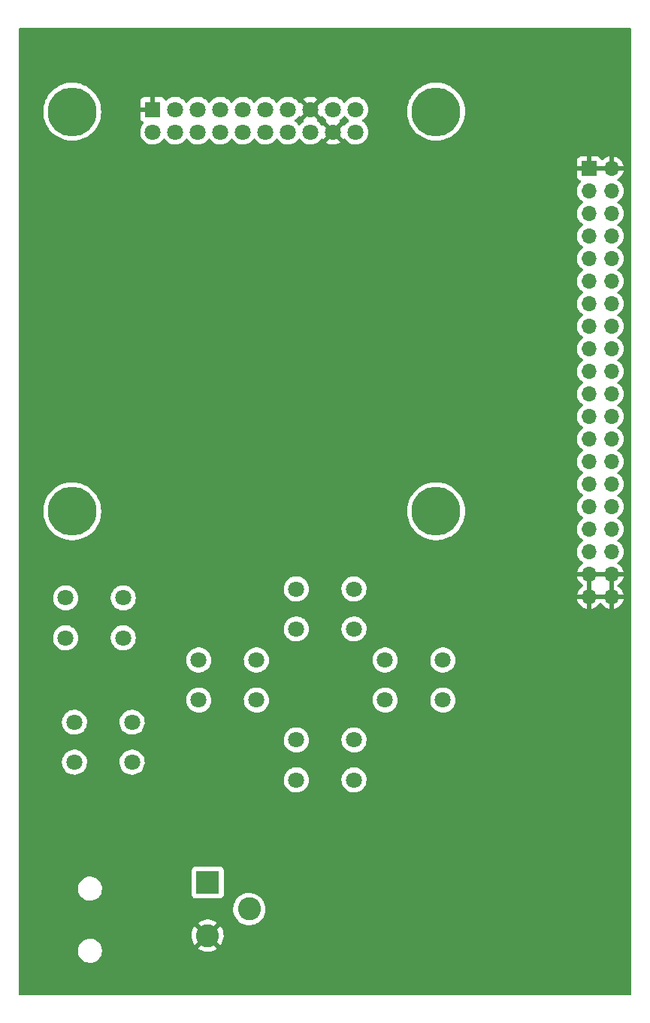
<source format=gbr>
%TF.GenerationSoftware,KiCad,Pcbnew,6.0.2+dfsg-1*%
%TF.CreationDate,2025-01-19T18:01:40+11:00*%
%TF.ProjectId,OLED_DEV_BOARD,4f4c4544-5f44-4455-965f-424f4152442e,rev?*%
%TF.SameCoordinates,Original*%
%TF.FileFunction,Copper,L2,Bot*%
%TF.FilePolarity,Positive*%
%FSLAX46Y46*%
G04 Gerber Fmt 4.6, Leading zero omitted, Abs format (unit mm)*
G04 Created by KiCad (PCBNEW 6.0.2+dfsg-1) date 2025-01-19 18:01:40*
%MOMM*%
%LPD*%
G01*
G04 APERTURE LIST*
%TA.AperFunction,ComponentPad*%
%ADD10C,1.800000*%
%TD*%
%TA.AperFunction,ComponentPad*%
%ADD11R,2.600000X2.600000*%
%TD*%
%TA.AperFunction,ComponentPad*%
%ADD12C,2.600000*%
%TD*%
%TA.AperFunction,ComponentPad*%
%ADD13R,1.700000X1.700000*%
%TD*%
%TA.AperFunction,ComponentPad*%
%ADD14O,1.700000X1.700000*%
%TD*%
%TA.AperFunction,ComponentPad*%
%ADD15C,5.500000*%
%TD*%
%TA.AperFunction,ComponentPad*%
%ADD16R,1.800000X1.800000*%
%TD*%
%TA.AperFunction,ViaPad*%
%ADD17C,0.800000*%
%TD*%
G04 APERTURE END LIST*
D10*
%TO.P,SW7,1,1*%
%TO.N,/RIGHT_BUTTON*%
X156750000Y-101750000D03*
%TO.P,SW7,2,2*%
X163250000Y-101750000D03*
%TO.P,SW7,3,K*%
%TO.N,+3V3*%
X156750000Y-106250000D03*
%TO.P,SW7,4,A*%
X163250000Y-106250000D03*
%TD*%
%TO.P,SW6,1,1*%
%TO.N,/DOWN_BUTTON*%
X146750000Y-110750000D03*
%TO.P,SW6,2,2*%
X153250000Y-110750000D03*
%TO.P,SW6,3,K*%
%TO.N,+3V3*%
X146750000Y-115250000D03*
%TO.P,SW6,4,A*%
X153250000Y-115250000D03*
%TD*%
%TO.P,SW5,1,1*%
%TO.N,/UP_BUTTON*%
X146750000Y-93750000D03*
%TO.P,SW5,2,2*%
X153250000Y-93750000D03*
%TO.P,SW5,3,K*%
%TO.N,+3V3*%
X146750000Y-98250000D03*
%TO.P,SW5,4,A*%
X153250000Y-98250000D03*
%TD*%
%TO.P,SW4,1,1*%
%TO.N,/LEFT_BUTTON*%
X135750000Y-101750000D03*
%TO.P,SW4,2,2*%
X142250000Y-101750000D03*
%TO.P,SW4,3,K*%
%TO.N,+3V3*%
X135750000Y-106250000D03*
%TO.P,SW4,4,A*%
X142250000Y-106250000D03*
%TD*%
%TO.P,SW3,1,1*%
%TO.N,/B_BUTTON*%
X121750000Y-108750000D03*
%TO.P,SW3,2,2*%
X128250000Y-108750000D03*
%TO.P,SW3,3,K*%
%TO.N,+3V3*%
X121750000Y-113250000D03*
%TO.P,SW3,4,A*%
X128250000Y-113250000D03*
%TD*%
%TO.P,SW2,1,1*%
%TO.N,/A_BUTTON*%
X120750000Y-94750000D03*
%TO.P,SW2,2,2*%
X127250000Y-94750000D03*
%TO.P,SW2,3,K*%
%TO.N,+3V3*%
X120750000Y-99250000D03*
%TO.P,SW2,4,A*%
X127250000Y-99250000D03*
%TD*%
D11*
%TO.P,J1,1*%
%TO.N,Net-(C1-Pad1)*%
X136750000Y-126800000D03*
D12*
%TO.P,J1,2*%
%TO.N,GND*%
X136750000Y-132800000D03*
%TO.P,J1,3*%
%TO.N,N/C*%
X141450000Y-129800000D03*
%TD*%
D13*
%TO.P,J4,1,Pin_1*%
%TO.N,GND*%
X179725000Y-46375000D03*
D14*
%TO.P,J4,2,Pin_2*%
X182265000Y-46375000D03*
%TO.P,J4,3,Pin_3*%
%TO.N,/BS2*%
X179725000Y-48915000D03*
%TO.P,J4,4,Pin_4*%
%TO.N,/BS1*%
X182265000Y-48915000D03*
%TO.P,J4,5,Pin_5*%
%TO.N,/RES#*%
X179725000Y-51455000D03*
%TO.P,J4,6,Pin_6*%
%TO.N,/CS#*%
X182265000Y-51455000D03*
%TO.P,J4,7,Pin_7*%
%TO.N,/DB7*%
X179725000Y-53995000D03*
%TO.P,J4,8,Pin_8*%
%TO.N,/DB6*%
X182265000Y-53995000D03*
%TO.P,J4,9,Pin_9*%
%TO.N,/DB5*%
X179725000Y-56535000D03*
%TO.P,J4,10,Pin_10*%
%TO.N,/DB4*%
X182265000Y-56535000D03*
%TO.P,J4,11,Pin_11*%
%TO.N,/DB3*%
X179725000Y-59075000D03*
%TO.P,J4,12,Pin_12*%
%TO.N,/DB2*%
X182265000Y-59075000D03*
%TO.P,J4,13,Pin_13*%
%TO.N,/DB1*%
X179725000Y-61615000D03*
%TO.P,J4,14,Pin_14*%
%TO.N,/DB0*%
X182265000Y-61615000D03*
%TO.P,J4,15,Pin_15*%
%TO.N,/E*%
X179725000Y-64155000D03*
%TO.P,J4,16,Pin_16*%
%TO.N,/R{slash}W#*%
X182265000Y-64155000D03*
%TO.P,J4,17,Pin_17*%
%TO.N,/PWM*%
X179725000Y-66695000D03*
%TO.P,J4,18,Pin_18*%
%TO.N,/D{slash}C#*%
X182265000Y-66695000D03*
%TO.P,J4,19,Pin_19*%
%TO.N,/B_BUTTON*%
X179725000Y-69235000D03*
%TO.P,J4,20,Pin_20*%
%TO.N,/A_BUTTON*%
X182265000Y-69235000D03*
%TO.P,J4,21,Pin_21*%
%TO.N,/DOWN_BUTTON*%
X179725000Y-71775000D03*
%TO.P,J4,22,Pin_22*%
%TO.N,/LEFT_BUTTON*%
X182265000Y-71775000D03*
%TO.P,J4,23,Pin_23*%
%TO.N,/RIGHT_BUTTON*%
X179725000Y-74315000D03*
%TO.P,J4,24,Pin_24*%
%TO.N,/UP_BUTTON*%
X182265000Y-74315000D03*
%TO.P,J4,25,Pin_25*%
%TO.N,/PSRAM_D1*%
X179725000Y-76855000D03*
%TO.P,J4,26,Pin_26*%
%TO.N,/PSRAM_CSb*%
X182265000Y-76855000D03*
%TO.P,J4,27,Pin_27*%
%TO.N,/PSRAM_D0*%
X179725000Y-79395000D03*
%TO.P,J4,28,Pin_28*%
%TO.N,/PSRAM_D2*%
X182265000Y-79395000D03*
%TO.P,J4,29,Pin_29*%
%TO.N,/PSRAM_D3*%
X179725000Y-81935000D03*
%TO.P,J4,30,Pin_30*%
%TO.N,/PSRAM_CLK*%
X182265000Y-81935000D03*
%TO.P,J4,31,Pin_31*%
%TO.N,/FLASH_CSb*%
X179725000Y-84475000D03*
%TO.P,J4,32,Pin_32*%
%TO.N,/FLASH_D1*%
X182265000Y-84475000D03*
%TO.P,J4,33,Pin_33*%
%TO.N,/FLASH_D2*%
X179725000Y-87015000D03*
%TO.P,J4,34,Pin_34*%
%TO.N,/FLASH_D0*%
X182265000Y-87015000D03*
%TO.P,J4,35,Pin_35*%
%TO.N,/FLASH_CLK*%
X179725000Y-89555000D03*
%TO.P,J4,36,Pin_36*%
%TO.N,/FLASH_D3*%
X182265000Y-89555000D03*
%TO.P,J4,37,Pin_37*%
%TO.N,GND*%
X179725000Y-92095000D03*
%TO.P,J4,38,Pin_38*%
X182265000Y-92095000D03*
%TO.P,J4,39,Pin_39*%
X179725000Y-94635000D03*
%TO.P,J4,40,Pin_40*%
X182265000Y-94635000D03*
%TD*%
D15*
%TO.P,J2,0*%
%TO.N,N/C*%
X121500000Y-39980000D03*
X162500000Y-39980000D03*
X121500000Y-85000000D03*
X162500000Y-85000000D03*
D16*
%TO.P,J2,1,Pin_1*%
%TO.N,GND*%
X130570000Y-39730000D03*
D10*
%TO.P,J2,2,Pin_2*%
%TO.N,+3V3*%
X130570000Y-42270000D03*
%TO.P,J2,3,Pin_3*%
%TO.N,unconnected-(J2-Pad3)*%
X133110000Y-39730000D03*
%TO.P,J2,4,Pin_4*%
%TO.N,/D{slash}C#*%
X133110000Y-42270000D03*
%TO.P,J2,5,Pin_5*%
%TO.N,/R{slash}W#*%
X135650000Y-39730000D03*
%TO.P,J2,6,Pin_6*%
%TO.N,/E*%
X135650000Y-42270000D03*
%TO.P,J2,7,Pin_7*%
%TO.N,/DB0*%
X138190000Y-39730000D03*
%TO.P,J2,8,Pin_8*%
%TO.N,/DB1*%
X138190000Y-42270000D03*
%TO.P,J2,9,Pin_9*%
%TO.N,/DB2*%
X140730000Y-39730000D03*
%TO.P,J2,10,Pin_10*%
%TO.N,/DB3*%
X140730000Y-42270000D03*
%TO.P,J2,11,Pin_11*%
%TO.N,/DB4*%
X143270000Y-39730000D03*
%TO.P,J2,12,Pin_12*%
%TO.N,/DB5*%
X143270000Y-42270000D03*
%TO.P,J2,13,Pin_13*%
%TO.N,/DB6*%
X145810000Y-39730000D03*
%TO.P,J2,14,Pin_14*%
%TO.N,/DB7*%
X145810000Y-42270000D03*
%TO.P,J2,15,Pin_15*%
%TO.N,GND*%
X148350000Y-39730000D03*
%TO.P,J2,16,Pin_16*%
%TO.N,/RES#*%
X148350000Y-42270000D03*
%TO.P,J2,17,Pin_17*%
%TO.N,/CS#*%
X150890000Y-39730000D03*
%TO.P,J2,18,Pin_18*%
%TO.N,GND*%
X150890000Y-42270000D03*
%TO.P,J2,19,Pin_19*%
%TO.N,/BS1*%
X153430000Y-39730000D03*
%TO.P,J2,20,Pin_20*%
%TO.N,/BS2*%
X153430000Y-42270000D03*
%TD*%
D17*
%TO.N,GND*%
X177000000Y-97000000D03*
X172000000Y-76000000D03*
X177000000Y-82000000D03*
X172000000Y-88000000D03*
X125000000Y-91000000D03*
X125000000Y-105000000D03*
X147000000Y-108000000D03*
X140000000Y-99000000D03*
X151000000Y-91000000D03*
X159000000Y-98000000D03*
X128000000Y-134000000D03*
X130000000Y-49000000D03*
X128000000Y-48000000D03*
X168000000Y-41000000D03*
X168000000Y-39000000D03*
X175000000Y-121000000D03*
X174000000Y-123000000D03*
X158000000Y-121000000D03*
X152000000Y-130000000D03*
X131000000Y-122000000D03*
%TD*%
%TA.AperFunction,Conductor*%
%TO.N,GND*%
G36*
X184434121Y-30528002D02*
G01*
X184480614Y-30581658D01*
X184492000Y-30634000D01*
X184492000Y-139366000D01*
X184471998Y-139434121D01*
X184418342Y-139480614D01*
X184366000Y-139492000D01*
X115634000Y-139492000D01*
X115565879Y-139471998D01*
X115519386Y-139418342D01*
X115508000Y-139366000D01*
X115508000Y-134435774D01*
X122138102Y-134435774D01*
X122138302Y-134441103D01*
X122138302Y-134441105D01*
X122140980Y-134512445D01*
X122146751Y-134666158D01*
X122194093Y-134891791D01*
X122278776Y-135106221D01*
X122398377Y-135303317D01*
X122401874Y-135307347D01*
X122488438Y-135407103D01*
X122549477Y-135477445D01*
X122553608Y-135480832D01*
X122723627Y-135620240D01*
X122723633Y-135620244D01*
X122727755Y-135623624D01*
X122732391Y-135626263D01*
X122732394Y-135626265D01*
X122841422Y-135688327D01*
X122928114Y-135737675D01*
X123144825Y-135816337D01*
X123150074Y-135817286D01*
X123150077Y-135817287D01*
X123367608Y-135856623D01*
X123367615Y-135856624D01*
X123371692Y-135857361D01*
X123389414Y-135858197D01*
X123394356Y-135858430D01*
X123394363Y-135858430D01*
X123395844Y-135858500D01*
X123557890Y-135858500D01*
X123624809Y-135852822D01*
X123724409Y-135844371D01*
X123724413Y-135844370D01*
X123729720Y-135843920D01*
X123734875Y-135842582D01*
X123734881Y-135842581D01*
X123947703Y-135787343D01*
X123947707Y-135787342D01*
X123952872Y-135786001D01*
X123957738Y-135783809D01*
X123957741Y-135783808D01*
X124158202Y-135693507D01*
X124163075Y-135691312D01*
X124354319Y-135562559D01*
X124521135Y-135403424D01*
X124658754Y-135218458D01*
X124763240Y-135012949D01*
X124799321Y-134896752D01*
X124830024Y-134797871D01*
X124831607Y-134792773D01*
X124832308Y-134787484D01*
X124861198Y-134569511D01*
X124861198Y-134569506D01*
X124861898Y-134564226D01*
X124853249Y-134333842D01*
X124834589Y-134244906D01*
X135669839Y-134244906D01*
X135678553Y-134256427D01*
X135785452Y-134334809D01*
X135793351Y-134339745D01*
X136022905Y-134460519D01*
X136031454Y-134464236D01*
X136276327Y-134549749D01*
X136285336Y-134552163D01*
X136540166Y-134600544D01*
X136549423Y-134601598D01*
X136808607Y-134611783D01*
X136817921Y-134611457D01*
X137075753Y-134583220D01*
X137084930Y-134581519D01*
X137335758Y-134515481D01*
X137344574Y-134512445D01*
X137582880Y-134410062D01*
X137591167Y-134405748D01*
X137811718Y-134269266D01*
X137819268Y-134263780D01*
X137824559Y-134259301D01*
X137832997Y-134246497D01*
X137826935Y-134236145D01*
X136762812Y-133172022D01*
X136748868Y-133164408D01*
X136747035Y-133164539D01*
X136740420Y-133168790D01*
X135676497Y-134232713D01*
X135669839Y-134244906D01*
X124834589Y-134244906D01*
X124805907Y-134108209D01*
X124721224Y-133893779D01*
X124708854Y-133873393D01*
X124604390Y-133701243D01*
X124601623Y-133696683D01*
X124514755Y-133596576D01*
X124454023Y-133526588D01*
X124454021Y-133526586D01*
X124450523Y-133522555D01*
X124408970Y-133488484D01*
X124276373Y-133379760D01*
X124276367Y-133379756D01*
X124272245Y-133376376D01*
X124267609Y-133373737D01*
X124267606Y-133373735D01*
X124076529Y-133264968D01*
X124071886Y-133262325D01*
X123855175Y-133183663D01*
X123849926Y-133182714D01*
X123849923Y-133182713D01*
X123632392Y-133143377D01*
X123632385Y-133143376D01*
X123628308Y-133142639D01*
X123610586Y-133141803D01*
X123605644Y-133141570D01*
X123605637Y-133141570D01*
X123604156Y-133141500D01*
X123442110Y-133141500D01*
X123375191Y-133147178D01*
X123275591Y-133155629D01*
X123275587Y-133155630D01*
X123270280Y-133156080D01*
X123265125Y-133157418D01*
X123265119Y-133157419D01*
X123052297Y-133212657D01*
X123052293Y-133212658D01*
X123047128Y-133213999D01*
X123042262Y-133216191D01*
X123042259Y-133216192D01*
X122933980Y-133264968D01*
X122836925Y-133308688D01*
X122645681Y-133437441D01*
X122478865Y-133596576D01*
X122341246Y-133781542D01*
X122236760Y-133987051D01*
X122235178Y-133992145D01*
X122235177Y-133992148D01*
X122173115Y-134192020D01*
X122168393Y-134207227D01*
X122167692Y-134212516D01*
X122141510Y-134410062D01*
X122138102Y-134435774D01*
X115508000Y-134435774D01*
X115508000Y-132757211D01*
X134937775Y-132757211D01*
X134950220Y-133016288D01*
X134951356Y-133025543D01*
X135001961Y-133279945D01*
X135004449Y-133288917D01*
X135092095Y-133533033D01*
X135095895Y-133541568D01*
X135218658Y-133770042D01*
X135223666Y-133777904D01*
X135293720Y-133871716D01*
X135304979Y-133880165D01*
X135317397Y-133873393D01*
X136377978Y-132812812D01*
X136384356Y-132801132D01*
X137114408Y-132801132D01*
X137114539Y-132802965D01*
X137118790Y-132809580D01*
X138186094Y-133876884D01*
X138198474Y-133883644D01*
X138206815Y-133877400D01*
X138340832Y-133669048D01*
X138345275Y-133660864D01*
X138451807Y-133424370D01*
X138454997Y-133415605D01*
X138525402Y-133165972D01*
X138527262Y-133156830D01*
X138560187Y-132898019D01*
X138560668Y-132891733D01*
X138562987Y-132803160D01*
X138562836Y-132796851D01*
X138543501Y-132536663D01*
X138542125Y-132527457D01*
X138484878Y-132274467D01*
X138482154Y-132265556D01*
X138388143Y-132023806D01*
X138384132Y-132015397D01*
X138255422Y-131790202D01*
X138250211Y-131782476D01*
X138206996Y-131727658D01*
X138195071Y-131719187D01*
X138183537Y-131725673D01*
X137122022Y-132787188D01*
X137114408Y-132801132D01*
X136384356Y-132801132D01*
X136385592Y-132798868D01*
X136385461Y-132797035D01*
X136381210Y-132790420D01*
X135315816Y-131725026D01*
X135302507Y-131717758D01*
X135292472Y-131724878D01*
X135276937Y-131743556D01*
X135271531Y-131751135D01*
X135136965Y-131972891D01*
X135132736Y-131981192D01*
X135032432Y-132220389D01*
X135029471Y-132229239D01*
X134965628Y-132480625D01*
X134964006Y-132489822D01*
X134938020Y-132747885D01*
X134937775Y-132757211D01*
X115508000Y-132757211D01*
X115508000Y-131352689D01*
X135667102Y-131352689D01*
X135671675Y-131362465D01*
X136737188Y-132427978D01*
X136751132Y-132435592D01*
X136752965Y-132435461D01*
X136759580Y-132431210D01*
X137824349Y-131366441D01*
X137830733Y-131354751D01*
X137821321Y-131342641D01*
X137674045Y-131240471D01*
X137666010Y-131235738D01*
X137433376Y-131121016D01*
X137424743Y-131117528D01*
X137177703Y-131038450D01*
X137168643Y-131036274D01*
X136912630Y-130994580D01*
X136903343Y-130993768D01*
X136643992Y-130990373D01*
X136634681Y-130990943D01*
X136377682Y-131025919D01*
X136368546Y-131027860D01*
X136119543Y-131100439D01*
X136110800Y-131103707D01*
X135875252Y-131212296D01*
X135867097Y-131216816D01*
X135676240Y-131341947D01*
X135667102Y-131352689D01*
X115508000Y-131352689D01*
X115508000Y-129752526D01*
X139637050Y-129752526D01*
X139649947Y-130021019D01*
X139702388Y-130284656D01*
X139793220Y-130537646D01*
X139920450Y-130774431D01*
X139923241Y-130778168D01*
X139923245Y-130778175D01*
X140004887Y-130887506D01*
X140081281Y-130989810D01*
X140084590Y-130993090D01*
X140084595Y-130993096D01*
X140213637Y-131121016D01*
X140272180Y-131179050D01*
X140275942Y-131181808D01*
X140275945Y-131181811D01*
X140388299Y-131264192D01*
X140488954Y-131337995D01*
X140493089Y-131340171D01*
X140493093Y-131340173D01*
X140722698Y-131460975D01*
X140726840Y-131463154D01*
X140980613Y-131551775D01*
X140985206Y-131552647D01*
X141240109Y-131601042D01*
X141240112Y-131601042D01*
X141244698Y-131601913D01*
X141372370Y-131606929D01*
X141508625Y-131612283D01*
X141508630Y-131612283D01*
X141513293Y-131612466D01*
X141617607Y-131601042D01*
X141775844Y-131583713D01*
X141775850Y-131583712D01*
X141780497Y-131583203D01*
X141785021Y-131582012D01*
X142035918Y-131515956D01*
X142035920Y-131515955D01*
X142040441Y-131514765D01*
X142044738Y-131512919D01*
X142283120Y-131410502D01*
X142283122Y-131410501D01*
X142287414Y-131408657D01*
X142406071Y-131335230D01*
X142512017Y-131269669D01*
X142512021Y-131269666D01*
X142515990Y-131267210D01*
X142721149Y-131093530D01*
X142898382Y-130891434D01*
X143043797Y-130665361D01*
X143154199Y-130420278D01*
X143191209Y-130289051D01*
X143225893Y-130166072D01*
X143225894Y-130166069D01*
X143227163Y-130161568D01*
X143245043Y-130021019D01*
X143260688Y-129898045D01*
X143260688Y-129898041D01*
X143261086Y-129894915D01*
X143263571Y-129800000D01*
X143243650Y-129531937D01*
X143184327Y-129269763D01*
X143086902Y-129019238D01*
X142953518Y-128785864D01*
X142916966Y-128739497D01*
X142806184Y-128598971D01*
X142787105Y-128574769D01*
X142591317Y-128390591D01*
X142370457Y-128237374D01*
X142366264Y-128235306D01*
X142133564Y-128120551D01*
X142133561Y-128120550D01*
X142129376Y-128118486D01*
X142081745Y-128103239D01*
X142027621Y-128085914D01*
X141873370Y-128036538D01*
X141868763Y-128035788D01*
X141868760Y-128035787D01*
X141612674Y-127994081D01*
X141612675Y-127994081D01*
X141608063Y-127993330D01*
X141477719Y-127991624D01*
X141343961Y-127989873D01*
X141343958Y-127989873D01*
X141339284Y-127989812D01*
X141072937Y-128026060D01*
X140814874Y-128101278D01*
X140570763Y-128213815D01*
X140566854Y-128216378D01*
X140349881Y-128358631D01*
X140349876Y-128358635D01*
X140345968Y-128361197D01*
X140145426Y-128540188D01*
X139973544Y-128746854D01*
X139834096Y-128976656D01*
X139730148Y-129224545D01*
X139663981Y-129485077D01*
X139637050Y-129752526D01*
X115508000Y-129752526D01*
X115508000Y-127435774D01*
X122138102Y-127435774D01*
X122146751Y-127666158D01*
X122194093Y-127891791D01*
X122196051Y-127896750D01*
X122196052Y-127896752D01*
X122251257Y-128036538D01*
X122278776Y-128106221D01*
X122281543Y-128110780D01*
X122281544Y-128110783D01*
X122342878Y-128211858D01*
X122398377Y-128303317D01*
X122401874Y-128307347D01*
X122537169Y-128463261D01*
X122549477Y-128477445D01*
X122553608Y-128480832D01*
X122723627Y-128620240D01*
X122723633Y-128620244D01*
X122727755Y-128623624D01*
X122732391Y-128626263D01*
X122732394Y-128626265D01*
X122841422Y-128688327D01*
X122928114Y-128737675D01*
X123144825Y-128816337D01*
X123150074Y-128817286D01*
X123150077Y-128817287D01*
X123367608Y-128856623D01*
X123367615Y-128856624D01*
X123371692Y-128857361D01*
X123389414Y-128858197D01*
X123394356Y-128858430D01*
X123394363Y-128858430D01*
X123395844Y-128858500D01*
X123557890Y-128858500D01*
X123624809Y-128852822D01*
X123724409Y-128844371D01*
X123724413Y-128844370D01*
X123729720Y-128843920D01*
X123734875Y-128842582D01*
X123734881Y-128842581D01*
X123947703Y-128787343D01*
X123947707Y-128787342D01*
X123952872Y-128786001D01*
X123957738Y-128783809D01*
X123957741Y-128783808D01*
X124158202Y-128693507D01*
X124163075Y-128691312D01*
X124354319Y-128562559D01*
X124363536Y-128553767D01*
X124517278Y-128407103D01*
X124521135Y-128403424D01*
X124658754Y-128218458D01*
X124692782Y-128151531D01*
X124694509Y-128148134D01*
X134941500Y-128148134D01*
X134948255Y-128210316D01*
X134999385Y-128346705D01*
X135086739Y-128463261D01*
X135203295Y-128550615D01*
X135339684Y-128601745D01*
X135401866Y-128608500D01*
X138098134Y-128608500D01*
X138160316Y-128601745D01*
X138296705Y-128550615D01*
X138413261Y-128463261D01*
X138500615Y-128346705D01*
X138551745Y-128210316D01*
X138558500Y-128148134D01*
X138558500Y-125451866D01*
X138551745Y-125389684D01*
X138500615Y-125253295D01*
X138413261Y-125136739D01*
X138296705Y-125049385D01*
X138160316Y-124998255D01*
X138098134Y-124991500D01*
X135401866Y-124991500D01*
X135339684Y-124998255D01*
X135203295Y-125049385D01*
X135086739Y-125136739D01*
X134999385Y-125253295D01*
X134948255Y-125389684D01*
X134941500Y-125451866D01*
X134941500Y-128148134D01*
X124694509Y-128148134D01*
X124750522Y-128037963D01*
X124763240Y-128012949D01*
X124770229Y-127990443D01*
X124830024Y-127797871D01*
X124831607Y-127792773D01*
X124832308Y-127787484D01*
X124861198Y-127569511D01*
X124861198Y-127569506D01*
X124861898Y-127564226D01*
X124853249Y-127333842D01*
X124805907Y-127108209D01*
X124721224Y-126893779D01*
X124601623Y-126696683D01*
X124514755Y-126596576D01*
X124454023Y-126526588D01*
X124454021Y-126526586D01*
X124450523Y-126522555D01*
X124408970Y-126488484D01*
X124276373Y-126379760D01*
X124276367Y-126379756D01*
X124272245Y-126376376D01*
X124267609Y-126373737D01*
X124267606Y-126373735D01*
X124076529Y-126264968D01*
X124071886Y-126262325D01*
X123855175Y-126183663D01*
X123849926Y-126182714D01*
X123849923Y-126182713D01*
X123632392Y-126143377D01*
X123632385Y-126143376D01*
X123628308Y-126142639D01*
X123610586Y-126141803D01*
X123605644Y-126141570D01*
X123605637Y-126141570D01*
X123604156Y-126141500D01*
X123442110Y-126141500D01*
X123375191Y-126147178D01*
X123275591Y-126155629D01*
X123275587Y-126155630D01*
X123270280Y-126156080D01*
X123265125Y-126157418D01*
X123265119Y-126157419D01*
X123052297Y-126212657D01*
X123052293Y-126212658D01*
X123047128Y-126213999D01*
X123042262Y-126216191D01*
X123042259Y-126216192D01*
X122933980Y-126264968D01*
X122836925Y-126308688D01*
X122645681Y-126437441D01*
X122478865Y-126596576D01*
X122341246Y-126781542D01*
X122236760Y-126987051D01*
X122235178Y-126992145D01*
X122235177Y-126992148D01*
X122173115Y-127192020D01*
X122168393Y-127207227D01*
X122167692Y-127212516D01*
X122152304Y-127328623D01*
X122138102Y-127435774D01*
X115508000Y-127435774D01*
X115508000Y-115215469D01*
X145337095Y-115215469D01*
X145337392Y-115220622D01*
X145337392Y-115220625D01*
X145343067Y-115319041D01*
X145350427Y-115446697D01*
X145351564Y-115451743D01*
X145351565Y-115451749D01*
X145383741Y-115594523D01*
X145401346Y-115672642D01*
X145403288Y-115677424D01*
X145403289Y-115677428D01*
X145486540Y-115882450D01*
X145488484Y-115887237D01*
X145609501Y-116084719D01*
X145761147Y-116259784D01*
X145939349Y-116407730D01*
X146139322Y-116524584D01*
X146355694Y-116607209D01*
X146360760Y-116608240D01*
X146360761Y-116608240D01*
X146413846Y-116619040D01*
X146582656Y-116653385D01*
X146713324Y-116658176D01*
X146808949Y-116661683D01*
X146808953Y-116661683D01*
X146814113Y-116661872D01*
X146819233Y-116661216D01*
X146819235Y-116661216D01*
X146892270Y-116651860D01*
X147043847Y-116632442D01*
X147048795Y-116630957D01*
X147048802Y-116630956D01*
X147260747Y-116567369D01*
X147265690Y-116565886D01*
X147346236Y-116526427D01*
X147469049Y-116466262D01*
X147469052Y-116466260D01*
X147473684Y-116463991D01*
X147662243Y-116329494D01*
X147826303Y-116166005D01*
X147961458Y-115977917D01*
X148008641Y-115882450D01*
X148061784Y-115774922D01*
X148061785Y-115774920D01*
X148064078Y-115770280D01*
X148131408Y-115548671D01*
X148161640Y-115319041D01*
X148163327Y-115250000D01*
X148160488Y-115215469D01*
X151837095Y-115215469D01*
X151837392Y-115220622D01*
X151837392Y-115220625D01*
X151843067Y-115319041D01*
X151850427Y-115446697D01*
X151851564Y-115451743D01*
X151851565Y-115451749D01*
X151883741Y-115594523D01*
X151901346Y-115672642D01*
X151903288Y-115677424D01*
X151903289Y-115677428D01*
X151986540Y-115882450D01*
X151988484Y-115887237D01*
X152109501Y-116084719D01*
X152261147Y-116259784D01*
X152439349Y-116407730D01*
X152639322Y-116524584D01*
X152855694Y-116607209D01*
X152860760Y-116608240D01*
X152860761Y-116608240D01*
X152913846Y-116619040D01*
X153082656Y-116653385D01*
X153213324Y-116658176D01*
X153308949Y-116661683D01*
X153308953Y-116661683D01*
X153314113Y-116661872D01*
X153319233Y-116661216D01*
X153319235Y-116661216D01*
X153392270Y-116651860D01*
X153543847Y-116632442D01*
X153548795Y-116630957D01*
X153548802Y-116630956D01*
X153760747Y-116567369D01*
X153765690Y-116565886D01*
X153846236Y-116526427D01*
X153969049Y-116466262D01*
X153969052Y-116466260D01*
X153973684Y-116463991D01*
X154162243Y-116329494D01*
X154326303Y-116166005D01*
X154461458Y-115977917D01*
X154508641Y-115882450D01*
X154561784Y-115774922D01*
X154561785Y-115774920D01*
X154564078Y-115770280D01*
X154631408Y-115548671D01*
X154661640Y-115319041D01*
X154663327Y-115250000D01*
X154657032Y-115173434D01*
X154644773Y-115024318D01*
X154644772Y-115024312D01*
X154644349Y-115019167D01*
X154587925Y-114794533D01*
X154585866Y-114789797D01*
X154497630Y-114586868D01*
X154497628Y-114586865D01*
X154495570Y-114582131D01*
X154369764Y-114387665D01*
X154213887Y-114216358D01*
X154209836Y-114213159D01*
X154209832Y-114213155D01*
X154036177Y-114076011D01*
X154036172Y-114076008D01*
X154032123Y-114072810D01*
X154027607Y-114070317D01*
X154027604Y-114070315D01*
X153833879Y-113963373D01*
X153833875Y-113963371D01*
X153829355Y-113960876D01*
X153824486Y-113959152D01*
X153824482Y-113959150D01*
X153615903Y-113885288D01*
X153615899Y-113885287D01*
X153611028Y-113883562D01*
X153605935Y-113882655D01*
X153605932Y-113882654D01*
X153388095Y-113843851D01*
X153388089Y-113843850D01*
X153383006Y-113842945D01*
X153310096Y-113842054D01*
X153156581Y-113840179D01*
X153156579Y-113840179D01*
X153151411Y-113840116D01*
X152922464Y-113875150D01*
X152702314Y-113947106D01*
X152697726Y-113949494D01*
X152697722Y-113949496D01*
X152643126Y-113977917D01*
X152496872Y-114054052D01*
X152492739Y-114057155D01*
X152492736Y-114057157D01*
X152342906Y-114169653D01*
X152311655Y-114193117D01*
X152151639Y-114360564D01*
X152148725Y-114364836D01*
X152148724Y-114364837D01*
X152117684Y-114410340D01*
X152021119Y-114551899D01*
X151923602Y-114761981D01*
X151861707Y-114985169D01*
X151837095Y-115215469D01*
X148160488Y-115215469D01*
X148157032Y-115173434D01*
X148144773Y-115024318D01*
X148144772Y-115024312D01*
X148144349Y-115019167D01*
X148087925Y-114794533D01*
X148085866Y-114789797D01*
X147997630Y-114586868D01*
X147997628Y-114586865D01*
X147995570Y-114582131D01*
X147869764Y-114387665D01*
X147713887Y-114216358D01*
X147709836Y-114213159D01*
X147709832Y-114213155D01*
X147536177Y-114076011D01*
X147536172Y-114076008D01*
X147532123Y-114072810D01*
X147527607Y-114070317D01*
X147527604Y-114070315D01*
X147333879Y-113963373D01*
X147333875Y-113963371D01*
X147329355Y-113960876D01*
X147324486Y-113959152D01*
X147324482Y-113959150D01*
X147115903Y-113885288D01*
X147115899Y-113885287D01*
X147111028Y-113883562D01*
X147105935Y-113882655D01*
X147105932Y-113882654D01*
X146888095Y-113843851D01*
X146888089Y-113843850D01*
X146883006Y-113842945D01*
X146810096Y-113842054D01*
X146656581Y-113840179D01*
X146656579Y-113840179D01*
X146651411Y-113840116D01*
X146422464Y-113875150D01*
X146202314Y-113947106D01*
X146197726Y-113949494D01*
X146197722Y-113949496D01*
X146143126Y-113977917D01*
X145996872Y-114054052D01*
X145992739Y-114057155D01*
X145992736Y-114057157D01*
X145842906Y-114169653D01*
X145811655Y-114193117D01*
X145651639Y-114360564D01*
X145648725Y-114364836D01*
X145648724Y-114364837D01*
X145617684Y-114410340D01*
X145521119Y-114551899D01*
X145423602Y-114761981D01*
X145361707Y-114985169D01*
X145337095Y-115215469D01*
X115508000Y-115215469D01*
X115508000Y-113215469D01*
X120337095Y-113215469D01*
X120337392Y-113220622D01*
X120337392Y-113220625D01*
X120343067Y-113319041D01*
X120350427Y-113446697D01*
X120351564Y-113451743D01*
X120351565Y-113451749D01*
X120383741Y-113594523D01*
X120401346Y-113672642D01*
X120403288Y-113677424D01*
X120403289Y-113677428D01*
X120486540Y-113882450D01*
X120488484Y-113887237D01*
X120609501Y-114084719D01*
X120761147Y-114259784D01*
X120939349Y-114407730D01*
X121139322Y-114524584D01*
X121355694Y-114607209D01*
X121360760Y-114608240D01*
X121360761Y-114608240D01*
X121413846Y-114619040D01*
X121582656Y-114653385D01*
X121713324Y-114658176D01*
X121808949Y-114661683D01*
X121808953Y-114661683D01*
X121814113Y-114661872D01*
X121819233Y-114661216D01*
X121819235Y-114661216D01*
X121892270Y-114651860D01*
X122043847Y-114632442D01*
X122048795Y-114630957D01*
X122048802Y-114630956D01*
X122260747Y-114567369D01*
X122265690Y-114565886D01*
X122294241Y-114551899D01*
X122469049Y-114466262D01*
X122469052Y-114466260D01*
X122473684Y-114463991D01*
X122662243Y-114329494D01*
X122826303Y-114166005D01*
X122961458Y-113977917D01*
X122975505Y-113949496D01*
X123061784Y-113774922D01*
X123061785Y-113774920D01*
X123064078Y-113770280D01*
X123131408Y-113548671D01*
X123161640Y-113319041D01*
X123163327Y-113250000D01*
X123160488Y-113215469D01*
X126837095Y-113215469D01*
X126837392Y-113220622D01*
X126837392Y-113220625D01*
X126843067Y-113319041D01*
X126850427Y-113446697D01*
X126851564Y-113451743D01*
X126851565Y-113451749D01*
X126883741Y-113594523D01*
X126901346Y-113672642D01*
X126903288Y-113677424D01*
X126903289Y-113677428D01*
X126986540Y-113882450D01*
X126988484Y-113887237D01*
X127109501Y-114084719D01*
X127261147Y-114259784D01*
X127439349Y-114407730D01*
X127639322Y-114524584D01*
X127855694Y-114607209D01*
X127860760Y-114608240D01*
X127860761Y-114608240D01*
X127913846Y-114619040D01*
X128082656Y-114653385D01*
X128213324Y-114658176D01*
X128308949Y-114661683D01*
X128308953Y-114661683D01*
X128314113Y-114661872D01*
X128319233Y-114661216D01*
X128319235Y-114661216D01*
X128392270Y-114651860D01*
X128543847Y-114632442D01*
X128548795Y-114630957D01*
X128548802Y-114630956D01*
X128760747Y-114567369D01*
X128765690Y-114565886D01*
X128794241Y-114551899D01*
X128969049Y-114466262D01*
X128969052Y-114466260D01*
X128973684Y-114463991D01*
X129162243Y-114329494D01*
X129326303Y-114166005D01*
X129461458Y-113977917D01*
X129475505Y-113949496D01*
X129561784Y-113774922D01*
X129561785Y-113774920D01*
X129564078Y-113770280D01*
X129631408Y-113548671D01*
X129661640Y-113319041D01*
X129663327Y-113250000D01*
X129657032Y-113173434D01*
X129644773Y-113024318D01*
X129644772Y-113024312D01*
X129644349Y-113019167D01*
X129587925Y-112794533D01*
X129585866Y-112789797D01*
X129497630Y-112586868D01*
X129497628Y-112586865D01*
X129495570Y-112582131D01*
X129369764Y-112387665D01*
X129213887Y-112216358D01*
X129209836Y-112213159D01*
X129209832Y-112213155D01*
X129036177Y-112076011D01*
X129036172Y-112076008D01*
X129032123Y-112072810D01*
X129027607Y-112070317D01*
X129027604Y-112070315D01*
X128833879Y-111963373D01*
X128833875Y-111963371D01*
X128829355Y-111960876D01*
X128824486Y-111959152D01*
X128824482Y-111959150D01*
X128615903Y-111885288D01*
X128615899Y-111885287D01*
X128611028Y-111883562D01*
X128605935Y-111882655D01*
X128605932Y-111882654D01*
X128388095Y-111843851D01*
X128388089Y-111843850D01*
X128383006Y-111842945D01*
X128310096Y-111842054D01*
X128156581Y-111840179D01*
X128156579Y-111840179D01*
X128151411Y-111840116D01*
X127922464Y-111875150D01*
X127702314Y-111947106D01*
X127697726Y-111949494D01*
X127697722Y-111949496D01*
X127549939Y-112026427D01*
X127496872Y-112054052D01*
X127492739Y-112057155D01*
X127492736Y-112057157D01*
X127364573Y-112153385D01*
X127311655Y-112193117D01*
X127151639Y-112360564D01*
X127148725Y-112364836D01*
X127148724Y-112364837D01*
X127133152Y-112387665D01*
X127021119Y-112551899D01*
X126923602Y-112761981D01*
X126861707Y-112985169D01*
X126837095Y-113215469D01*
X123160488Y-113215469D01*
X123157032Y-113173434D01*
X123144773Y-113024318D01*
X123144772Y-113024312D01*
X123144349Y-113019167D01*
X123087925Y-112794533D01*
X123085866Y-112789797D01*
X122997630Y-112586868D01*
X122997628Y-112586865D01*
X122995570Y-112582131D01*
X122869764Y-112387665D01*
X122713887Y-112216358D01*
X122709836Y-112213159D01*
X122709832Y-112213155D01*
X122536177Y-112076011D01*
X122536172Y-112076008D01*
X122532123Y-112072810D01*
X122527607Y-112070317D01*
X122527604Y-112070315D01*
X122333879Y-111963373D01*
X122333875Y-111963371D01*
X122329355Y-111960876D01*
X122324486Y-111959152D01*
X122324482Y-111959150D01*
X122115903Y-111885288D01*
X122115899Y-111885287D01*
X122111028Y-111883562D01*
X122105935Y-111882655D01*
X122105932Y-111882654D01*
X121888095Y-111843851D01*
X121888089Y-111843850D01*
X121883006Y-111842945D01*
X121810096Y-111842054D01*
X121656581Y-111840179D01*
X121656579Y-111840179D01*
X121651411Y-111840116D01*
X121422464Y-111875150D01*
X121202314Y-111947106D01*
X121197726Y-111949494D01*
X121197722Y-111949496D01*
X121049939Y-112026427D01*
X120996872Y-112054052D01*
X120992739Y-112057155D01*
X120992736Y-112057157D01*
X120864573Y-112153385D01*
X120811655Y-112193117D01*
X120651639Y-112360564D01*
X120648725Y-112364836D01*
X120648724Y-112364837D01*
X120633152Y-112387665D01*
X120521119Y-112551899D01*
X120423602Y-112761981D01*
X120361707Y-112985169D01*
X120337095Y-113215469D01*
X115508000Y-113215469D01*
X115508000Y-110715469D01*
X145337095Y-110715469D01*
X145337392Y-110720622D01*
X145337392Y-110720625D01*
X145343067Y-110819041D01*
X145350427Y-110946697D01*
X145351564Y-110951743D01*
X145351565Y-110951749D01*
X145383741Y-111094523D01*
X145401346Y-111172642D01*
X145403288Y-111177424D01*
X145403289Y-111177428D01*
X145486540Y-111382450D01*
X145488484Y-111387237D01*
X145609501Y-111584719D01*
X145761147Y-111759784D01*
X145939349Y-111907730D01*
X146139322Y-112024584D01*
X146355694Y-112107209D01*
X146360760Y-112108240D01*
X146360761Y-112108240D01*
X146413846Y-112119040D01*
X146582656Y-112153385D01*
X146713324Y-112158176D01*
X146808949Y-112161683D01*
X146808953Y-112161683D01*
X146814113Y-112161872D01*
X146819233Y-112161216D01*
X146819235Y-112161216D01*
X146892270Y-112151860D01*
X147043847Y-112132442D01*
X147048795Y-112130957D01*
X147048802Y-112130956D01*
X147260747Y-112067369D01*
X147265690Y-112065886D01*
X147270324Y-112063616D01*
X147469049Y-111966262D01*
X147469052Y-111966260D01*
X147473684Y-111963991D01*
X147662243Y-111829494D01*
X147826303Y-111666005D01*
X147961458Y-111477917D01*
X148008641Y-111382450D01*
X148061784Y-111274922D01*
X148061785Y-111274920D01*
X148064078Y-111270280D01*
X148131408Y-111048671D01*
X148161640Y-110819041D01*
X148163327Y-110750000D01*
X148160488Y-110715469D01*
X151837095Y-110715469D01*
X151837392Y-110720622D01*
X151837392Y-110720625D01*
X151843067Y-110819041D01*
X151850427Y-110946697D01*
X151851564Y-110951743D01*
X151851565Y-110951749D01*
X151883741Y-111094523D01*
X151901346Y-111172642D01*
X151903288Y-111177424D01*
X151903289Y-111177428D01*
X151986540Y-111382450D01*
X151988484Y-111387237D01*
X152109501Y-111584719D01*
X152261147Y-111759784D01*
X152439349Y-111907730D01*
X152639322Y-112024584D01*
X152855694Y-112107209D01*
X152860760Y-112108240D01*
X152860761Y-112108240D01*
X152913846Y-112119040D01*
X153082656Y-112153385D01*
X153213324Y-112158176D01*
X153308949Y-112161683D01*
X153308953Y-112161683D01*
X153314113Y-112161872D01*
X153319233Y-112161216D01*
X153319235Y-112161216D01*
X153392270Y-112151860D01*
X153543847Y-112132442D01*
X153548795Y-112130957D01*
X153548802Y-112130956D01*
X153760747Y-112067369D01*
X153765690Y-112065886D01*
X153770324Y-112063616D01*
X153969049Y-111966262D01*
X153969052Y-111966260D01*
X153973684Y-111963991D01*
X154162243Y-111829494D01*
X154326303Y-111666005D01*
X154461458Y-111477917D01*
X154508641Y-111382450D01*
X154561784Y-111274922D01*
X154561785Y-111274920D01*
X154564078Y-111270280D01*
X154631408Y-111048671D01*
X154661640Y-110819041D01*
X154663327Y-110750000D01*
X154657032Y-110673434D01*
X154644773Y-110524318D01*
X154644772Y-110524312D01*
X154644349Y-110519167D01*
X154587925Y-110294533D01*
X154585866Y-110289797D01*
X154497630Y-110086868D01*
X154497628Y-110086865D01*
X154495570Y-110082131D01*
X154369764Y-109887665D01*
X154213887Y-109716358D01*
X154209836Y-109713159D01*
X154209832Y-109713155D01*
X154036177Y-109576011D01*
X154036172Y-109576008D01*
X154032123Y-109572810D01*
X154027607Y-109570317D01*
X154027604Y-109570315D01*
X153833879Y-109463373D01*
X153833875Y-109463371D01*
X153829355Y-109460876D01*
X153824486Y-109459152D01*
X153824482Y-109459150D01*
X153615903Y-109385288D01*
X153615899Y-109385287D01*
X153611028Y-109383562D01*
X153605935Y-109382655D01*
X153605932Y-109382654D01*
X153388095Y-109343851D01*
X153388089Y-109343850D01*
X153383006Y-109342945D01*
X153310096Y-109342054D01*
X153156581Y-109340179D01*
X153156579Y-109340179D01*
X153151411Y-109340116D01*
X152922464Y-109375150D01*
X152702314Y-109447106D01*
X152697726Y-109449494D01*
X152697722Y-109449496D01*
X152643126Y-109477917D01*
X152496872Y-109554052D01*
X152492739Y-109557155D01*
X152492736Y-109557157D01*
X152342906Y-109669653D01*
X152311655Y-109693117D01*
X152151639Y-109860564D01*
X152148725Y-109864836D01*
X152148724Y-109864837D01*
X152117684Y-109910340D01*
X152021119Y-110051899D01*
X151923602Y-110261981D01*
X151861707Y-110485169D01*
X151837095Y-110715469D01*
X148160488Y-110715469D01*
X148157032Y-110673434D01*
X148144773Y-110524318D01*
X148144772Y-110524312D01*
X148144349Y-110519167D01*
X148087925Y-110294533D01*
X148085866Y-110289797D01*
X147997630Y-110086868D01*
X147997628Y-110086865D01*
X147995570Y-110082131D01*
X147869764Y-109887665D01*
X147713887Y-109716358D01*
X147709836Y-109713159D01*
X147709832Y-109713155D01*
X147536177Y-109576011D01*
X147536172Y-109576008D01*
X147532123Y-109572810D01*
X147527607Y-109570317D01*
X147527604Y-109570315D01*
X147333879Y-109463373D01*
X147333875Y-109463371D01*
X147329355Y-109460876D01*
X147324486Y-109459152D01*
X147324482Y-109459150D01*
X147115903Y-109385288D01*
X147115899Y-109385287D01*
X147111028Y-109383562D01*
X147105935Y-109382655D01*
X147105932Y-109382654D01*
X146888095Y-109343851D01*
X146888089Y-109343850D01*
X146883006Y-109342945D01*
X146810096Y-109342054D01*
X146656581Y-109340179D01*
X146656579Y-109340179D01*
X146651411Y-109340116D01*
X146422464Y-109375150D01*
X146202314Y-109447106D01*
X146197726Y-109449494D01*
X146197722Y-109449496D01*
X146143126Y-109477917D01*
X145996872Y-109554052D01*
X145992739Y-109557155D01*
X145992736Y-109557157D01*
X145842906Y-109669653D01*
X145811655Y-109693117D01*
X145651639Y-109860564D01*
X145648725Y-109864836D01*
X145648724Y-109864837D01*
X145617684Y-109910340D01*
X145521119Y-110051899D01*
X145423602Y-110261981D01*
X145361707Y-110485169D01*
X145337095Y-110715469D01*
X115508000Y-110715469D01*
X115508000Y-108715469D01*
X120337095Y-108715469D01*
X120337392Y-108720622D01*
X120337392Y-108720625D01*
X120343067Y-108819041D01*
X120350427Y-108946697D01*
X120351564Y-108951743D01*
X120351565Y-108951749D01*
X120383741Y-109094523D01*
X120401346Y-109172642D01*
X120403288Y-109177424D01*
X120403289Y-109177428D01*
X120486540Y-109382450D01*
X120488484Y-109387237D01*
X120609501Y-109584719D01*
X120761147Y-109759784D01*
X120939349Y-109907730D01*
X121139322Y-110024584D01*
X121355694Y-110107209D01*
X121360760Y-110108240D01*
X121360761Y-110108240D01*
X121413846Y-110119040D01*
X121582656Y-110153385D01*
X121713324Y-110158176D01*
X121808949Y-110161683D01*
X121808953Y-110161683D01*
X121814113Y-110161872D01*
X121819233Y-110161216D01*
X121819235Y-110161216D01*
X121892270Y-110151860D01*
X122043847Y-110132442D01*
X122048795Y-110130957D01*
X122048802Y-110130956D01*
X122260747Y-110067369D01*
X122265690Y-110065886D01*
X122294241Y-110051899D01*
X122469049Y-109966262D01*
X122469052Y-109966260D01*
X122473684Y-109963991D01*
X122662243Y-109829494D01*
X122826303Y-109666005D01*
X122961458Y-109477917D01*
X122975505Y-109449496D01*
X123061784Y-109274922D01*
X123061785Y-109274920D01*
X123064078Y-109270280D01*
X123131408Y-109048671D01*
X123161640Y-108819041D01*
X123163327Y-108750000D01*
X123160488Y-108715469D01*
X126837095Y-108715469D01*
X126837392Y-108720622D01*
X126837392Y-108720625D01*
X126843067Y-108819041D01*
X126850427Y-108946697D01*
X126851564Y-108951743D01*
X126851565Y-108951749D01*
X126883741Y-109094523D01*
X126901346Y-109172642D01*
X126903288Y-109177424D01*
X126903289Y-109177428D01*
X126986540Y-109382450D01*
X126988484Y-109387237D01*
X127109501Y-109584719D01*
X127261147Y-109759784D01*
X127439349Y-109907730D01*
X127639322Y-110024584D01*
X127855694Y-110107209D01*
X127860760Y-110108240D01*
X127860761Y-110108240D01*
X127913846Y-110119040D01*
X128082656Y-110153385D01*
X128213324Y-110158176D01*
X128308949Y-110161683D01*
X128308953Y-110161683D01*
X128314113Y-110161872D01*
X128319233Y-110161216D01*
X128319235Y-110161216D01*
X128392270Y-110151860D01*
X128543847Y-110132442D01*
X128548795Y-110130957D01*
X128548802Y-110130956D01*
X128760747Y-110067369D01*
X128765690Y-110065886D01*
X128794241Y-110051899D01*
X128969049Y-109966262D01*
X128969052Y-109966260D01*
X128973684Y-109963991D01*
X129162243Y-109829494D01*
X129326303Y-109666005D01*
X129461458Y-109477917D01*
X129475505Y-109449496D01*
X129561784Y-109274922D01*
X129561785Y-109274920D01*
X129564078Y-109270280D01*
X129631408Y-109048671D01*
X129661640Y-108819041D01*
X129663327Y-108750000D01*
X129657032Y-108673434D01*
X129644773Y-108524318D01*
X129644772Y-108524312D01*
X129644349Y-108519167D01*
X129587925Y-108294533D01*
X129585866Y-108289797D01*
X129497630Y-108086868D01*
X129497628Y-108086865D01*
X129495570Y-108082131D01*
X129369764Y-107887665D01*
X129213887Y-107716358D01*
X129209836Y-107713159D01*
X129209832Y-107713155D01*
X129036177Y-107576011D01*
X129036172Y-107576008D01*
X129032123Y-107572810D01*
X129027607Y-107570317D01*
X129027604Y-107570315D01*
X128833879Y-107463373D01*
X128833875Y-107463371D01*
X128829355Y-107460876D01*
X128824486Y-107459152D01*
X128824482Y-107459150D01*
X128615903Y-107385288D01*
X128615899Y-107385287D01*
X128611028Y-107383562D01*
X128605935Y-107382655D01*
X128605932Y-107382654D01*
X128388095Y-107343851D01*
X128388089Y-107343850D01*
X128383006Y-107342945D01*
X128310096Y-107342054D01*
X128156581Y-107340179D01*
X128156579Y-107340179D01*
X128151411Y-107340116D01*
X127922464Y-107375150D01*
X127702314Y-107447106D01*
X127697726Y-107449494D01*
X127697722Y-107449496D01*
X127549939Y-107526427D01*
X127496872Y-107554052D01*
X127492739Y-107557155D01*
X127492736Y-107557157D01*
X127364573Y-107653385D01*
X127311655Y-107693117D01*
X127151639Y-107860564D01*
X127148725Y-107864836D01*
X127148724Y-107864837D01*
X127133152Y-107887665D01*
X127021119Y-108051899D01*
X126923602Y-108261981D01*
X126861707Y-108485169D01*
X126837095Y-108715469D01*
X123160488Y-108715469D01*
X123157032Y-108673434D01*
X123144773Y-108524318D01*
X123144772Y-108524312D01*
X123144349Y-108519167D01*
X123087925Y-108294533D01*
X123085866Y-108289797D01*
X122997630Y-108086868D01*
X122997628Y-108086865D01*
X122995570Y-108082131D01*
X122869764Y-107887665D01*
X122713887Y-107716358D01*
X122709836Y-107713159D01*
X122709832Y-107713155D01*
X122536177Y-107576011D01*
X122536172Y-107576008D01*
X122532123Y-107572810D01*
X122527607Y-107570317D01*
X122527604Y-107570315D01*
X122333879Y-107463373D01*
X122333875Y-107463371D01*
X122329355Y-107460876D01*
X122324486Y-107459152D01*
X122324482Y-107459150D01*
X122115903Y-107385288D01*
X122115899Y-107385287D01*
X122111028Y-107383562D01*
X122105935Y-107382655D01*
X122105932Y-107382654D01*
X121888095Y-107343851D01*
X121888089Y-107343850D01*
X121883006Y-107342945D01*
X121810096Y-107342054D01*
X121656581Y-107340179D01*
X121656579Y-107340179D01*
X121651411Y-107340116D01*
X121422464Y-107375150D01*
X121202314Y-107447106D01*
X121197726Y-107449494D01*
X121197722Y-107449496D01*
X121049939Y-107526427D01*
X120996872Y-107554052D01*
X120992739Y-107557155D01*
X120992736Y-107557157D01*
X120864573Y-107653385D01*
X120811655Y-107693117D01*
X120651639Y-107860564D01*
X120648725Y-107864836D01*
X120648724Y-107864837D01*
X120633152Y-107887665D01*
X120521119Y-108051899D01*
X120423602Y-108261981D01*
X120361707Y-108485169D01*
X120337095Y-108715469D01*
X115508000Y-108715469D01*
X115508000Y-106215469D01*
X134337095Y-106215469D01*
X134337392Y-106220622D01*
X134337392Y-106220625D01*
X134343067Y-106319041D01*
X134350427Y-106446697D01*
X134351564Y-106451743D01*
X134351565Y-106451749D01*
X134383741Y-106594523D01*
X134401346Y-106672642D01*
X134403288Y-106677424D01*
X134403289Y-106677428D01*
X134486540Y-106882450D01*
X134488484Y-106887237D01*
X134609501Y-107084719D01*
X134761147Y-107259784D01*
X134939349Y-107407730D01*
X135139322Y-107524584D01*
X135355694Y-107607209D01*
X135360760Y-107608240D01*
X135360761Y-107608240D01*
X135413846Y-107619040D01*
X135582656Y-107653385D01*
X135713324Y-107658176D01*
X135808949Y-107661683D01*
X135808953Y-107661683D01*
X135814113Y-107661872D01*
X135819233Y-107661216D01*
X135819235Y-107661216D01*
X135892270Y-107651860D01*
X136043847Y-107632442D01*
X136048795Y-107630957D01*
X136048802Y-107630956D01*
X136260747Y-107567369D01*
X136265690Y-107565886D01*
X136270324Y-107563616D01*
X136469049Y-107466262D01*
X136469052Y-107466260D01*
X136473684Y-107463991D01*
X136662243Y-107329494D01*
X136826303Y-107166005D01*
X136961458Y-106977917D01*
X137008641Y-106882450D01*
X137061784Y-106774922D01*
X137061785Y-106774920D01*
X137064078Y-106770280D01*
X137131408Y-106548671D01*
X137161640Y-106319041D01*
X137163327Y-106250000D01*
X137160488Y-106215469D01*
X140837095Y-106215469D01*
X140837392Y-106220622D01*
X140837392Y-106220625D01*
X140843067Y-106319041D01*
X140850427Y-106446697D01*
X140851564Y-106451743D01*
X140851565Y-106451749D01*
X140883741Y-106594523D01*
X140901346Y-106672642D01*
X140903288Y-106677424D01*
X140903289Y-106677428D01*
X140986540Y-106882450D01*
X140988484Y-106887237D01*
X141109501Y-107084719D01*
X141261147Y-107259784D01*
X141439349Y-107407730D01*
X141639322Y-107524584D01*
X141855694Y-107607209D01*
X141860760Y-107608240D01*
X141860761Y-107608240D01*
X141913846Y-107619040D01*
X142082656Y-107653385D01*
X142213324Y-107658176D01*
X142308949Y-107661683D01*
X142308953Y-107661683D01*
X142314113Y-107661872D01*
X142319233Y-107661216D01*
X142319235Y-107661216D01*
X142392270Y-107651860D01*
X142543847Y-107632442D01*
X142548795Y-107630957D01*
X142548802Y-107630956D01*
X142760747Y-107567369D01*
X142765690Y-107565886D01*
X142770324Y-107563616D01*
X142969049Y-107466262D01*
X142969052Y-107466260D01*
X142973684Y-107463991D01*
X143162243Y-107329494D01*
X143326303Y-107166005D01*
X143461458Y-106977917D01*
X143508641Y-106882450D01*
X143561784Y-106774922D01*
X143561785Y-106774920D01*
X143564078Y-106770280D01*
X143631408Y-106548671D01*
X143661640Y-106319041D01*
X143663327Y-106250000D01*
X143660488Y-106215469D01*
X155337095Y-106215469D01*
X155337392Y-106220622D01*
X155337392Y-106220625D01*
X155343067Y-106319041D01*
X155350427Y-106446697D01*
X155351564Y-106451743D01*
X155351565Y-106451749D01*
X155383741Y-106594523D01*
X155401346Y-106672642D01*
X155403288Y-106677424D01*
X155403289Y-106677428D01*
X155486540Y-106882450D01*
X155488484Y-106887237D01*
X155609501Y-107084719D01*
X155761147Y-107259784D01*
X155939349Y-107407730D01*
X156139322Y-107524584D01*
X156355694Y-107607209D01*
X156360760Y-107608240D01*
X156360761Y-107608240D01*
X156413846Y-107619040D01*
X156582656Y-107653385D01*
X156713324Y-107658176D01*
X156808949Y-107661683D01*
X156808953Y-107661683D01*
X156814113Y-107661872D01*
X156819233Y-107661216D01*
X156819235Y-107661216D01*
X156892270Y-107651860D01*
X157043847Y-107632442D01*
X157048795Y-107630957D01*
X157048802Y-107630956D01*
X157260747Y-107567369D01*
X157265690Y-107565886D01*
X157270324Y-107563616D01*
X157469049Y-107466262D01*
X157469052Y-107466260D01*
X157473684Y-107463991D01*
X157662243Y-107329494D01*
X157826303Y-107166005D01*
X157961458Y-106977917D01*
X158008641Y-106882450D01*
X158061784Y-106774922D01*
X158061785Y-106774920D01*
X158064078Y-106770280D01*
X158131408Y-106548671D01*
X158161640Y-106319041D01*
X158163327Y-106250000D01*
X158160488Y-106215469D01*
X161837095Y-106215469D01*
X161837392Y-106220622D01*
X161837392Y-106220625D01*
X161843067Y-106319041D01*
X161850427Y-106446697D01*
X161851564Y-106451743D01*
X161851565Y-106451749D01*
X161883741Y-106594523D01*
X161901346Y-106672642D01*
X161903288Y-106677424D01*
X161903289Y-106677428D01*
X161986540Y-106882450D01*
X161988484Y-106887237D01*
X162109501Y-107084719D01*
X162261147Y-107259784D01*
X162439349Y-107407730D01*
X162639322Y-107524584D01*
X162855694Y-107607209D01*
X162860760Y-107608240D01*
X162860761Y-107608240D01*
X162913846Y-107619040D01*
X163082656Y-107653385D01*
X163213324Y-107658176D01*
X163308949Y-107661683D01*
X163308953Y-107661683D01*
X163314113Y-107661872D01*
X163319233Y-107661216D01*
X163319235Y-107661216D01*
X163392270Y-107651860D01*
X163543847Y-107632442D01*
X163548795Y-107630957D01*
X163548802Y-107630956D01*
X163760747Y-107567369D01*
X163765690Y-107565886D01*
X163770324Y-107563616D01*
X163969049Y-107466262D01*
X163969052Y-107466260D01*
X163973684Y-107463991D01*
X164162243Y-107329494D01*
X164326303Y-107166005D01*
X164461458Y-106977917D01*
X164508641Y-106882450D01*
X164561784Y-106774922D01*
X164561785Y-106774920D01*
X164564078Y-106770280D01*
X164631408Y-106548671D01*
X164661640Y-106319041D01*
X164663327Y-106250000D01*
X164657032Y-106173434D01*
X164644773Y-106024318D01*
X164644772Y-106024312D01*
X164644349Y-106019167D01*
X164587925Y-105794533D01*
X164585866Y-105789797D01*
X164497630Y-105586868D01*
X164497628Y-105586865D01*
X164495570Y-105582131D01*
X164369764Y-105387665D01*
X164213887Y-105216358D01*
X164209836Y-105213159D01*
X164209832Y-105213155D01*
X164036177Y-105076011D01*
X164036172Y-105076008D01*
X164032123Y-105072810D01*
X164027607Y-105070317D01*
X164027604Y-105070315D01*
X163833879Y-104963373D01*
X163833875Y-104963371D01*
X163829355Y-104960876D01*
X163824486Y-104959152D01*
X163824482Y-104959150D01*
X163615903Y-104885288D01*
X163615899Y-104885287D01*
X163611028Y-104883562D01*
X163605935Y-104882655D01*
X163605932Y-104882654D01*
X163388095Y-104843851D01*
X163388089Y-104843850D01*
X163383006Y-104842945D01*
X163310096Y-104842054D01*
X163156581Y-104840179D01*
X163156579Y-104840179D01*
X163151411Y-104840116D01*
X162922464Y-104875150D01*
X162702314Y-104947106D01*
X162697726Y-104949494D01*
X162697722Y-104949496D01*
X162671065Y-104963373D01*
X162496872Y-105054052D01*
X162492739Y-105057155D01*
X162492736Y-105057157D01*
X162467625Y-105076011D01*
X162311655Y-105193117D01*
X162151639Y-105360564D01*
X162148725Y-105364836D01*
X162148724Y-105364837D01*
X162133152Y-105387665D01*
X162021119Y-105551899D01*
X161923602Y-105761981D01*
X161861707Y-105985169D01*
X161837095Y-106215469D01*
X158160488Y-106215469D01*
X158157032Y-106173434D01*
X158144773Y-106024318D01*
X158144772Y-106024312D01*
X158144349Y-106019167D01*
X158087925Y-105794533D01*
X158085866Y-105789797D01*
X157997630Y-105586868D01*
X157997628Y-105586865D01*
X157995570Y-105582131D01*
X157869764Y-105387665D01*
X157713887Y-105216358D01*
X157709836Y-105213159D01*
X157709832Y-105213155D01*
X157536177Y-105076011D01*
X157536172Y-105076008D01*
X157532123Y-105072810D01*
X157527607Y-105070317D01*
X157527604Y-105070315D01*
X157333879Y-104963373D01*
X157333875Y-104963371D01*
X157329355Y-104960876D01*
X157324486Y-104959152D01*
X157324482Y-104959150D01*
X157115903Y-104885288D01*
X157115899Y-104885287D01*
X157111028Y-104883562D01*
X157105935Y-104882655D01*
X157105932Y-104882654D01*
X156888095Y-104843851D01*
X156888089Y-104843850D01*
X156883006Y-104842945D01*
X156810096Y-104842054D01*
X156656581Y-104840179D01*
X156656579Y-104840179D01*
X156651411Y-104840116D01*
X156422464Y-104875150D01*
X156202314Y-104947106D01*
X156197726Y-104949494D01*
X156197722Y-104949496D01*
X156171065Y-104963373D01*
X155996872Y-105054052D01*
X155992739Y-105057155D01*
X155992736Y-105057157D01*
X155967625Y-105076011D01*
X155811655Y-105193117D01*
X155651639Y-105360564D01*
X155648725Y-105364836D01*
X155648724Y-105364837D01*
X155633152Y-105387665D01*
X155521119Y-105551899D01*
X155423602Y-105761981D01*
X155361707Y-105985169D01*
X155337095Y-106215469D01*
X143660488Y-106215469D01*
X143657032Y-106173434D01*
X143644773Y-106024318D01*
X143644772Y-106024312D01*
X143644349Y-106019167D01*
X143587925Y-105794533D01*
X143585866Y-105789797D01*
X143497630Y-105586868D01*
X143497628Y-105586865D01*
X143495570Y-105582131D01*
X143369764Y-105387665D01*
X143213887Y-105216358D01*
X143209836Y-105213159D01*
X143209832Y-105213155D01*
X143036177Y-105076011D01*
X143036172Y-105076008D01*
X143032123Y-105072810D01*
X143027607Y-105070317D01*
X143027604Y-105070315D01*
X142833879Y-104963373D01*
X142833875Y-104963371D01*
X142829355Y-104960876D01*
X142824486Y-104959152D01*
X142824482Y-104959150D01*
X142615903Y-104885288D01*
X142615899Y-104885287D01*
X142611028Y-104883562D01*
X142605935Y-104882655D01*
X142605932Y-104882654D01*
X142388095Y-104843851D01*
X142388089Y-104843850D01*
X142383006Y-104842945D01*
X142310096Y-104842054D01*
X142156581Y-104840179D01*
X142156579Y-104840179D01*
X142151411Y-104840116D01*
X141922464Y-104875150D01*
X141702314Y-104947106D01*
X141697726Y-104949494D01*
X141697722Y-104949496D01*
X141671065Y-104963373D01*
X141496872Y-105054052D01*
X141492739Y-105057155D01*
X141492736Y-105057157D01*
X141467625Y-105076011D01*
X141311655Y-105193117D01*
X141151639Y-105360564D01*
X141148725Y-105364836D01*
X141148724Y-105364837D01*
X141133152Y-105387665D01*
X141021119Y-105551899D01*
X140923602Y-105761981D01*
X140861707Y-105985169D01*
X140837095Y-106215469D01*
X137160488Y-106215469D01*
X137157032Y-106173434D01*
X137144773Y-106024318D01*
X137144772Y-106024312D01*
X137144349Y-106019167D01*
X137087925Y-105794533D01*
X137085866Y-105789797D01*
X136997630Y-105586868D01*
X136997628Y-105586865D01*
X136995570Y-105582131D01*
X136869764Y-105387665D01*
X136713887Y-105216358D01*
X136709836Y-105213159D01*
X136709832Y-105213155D01*
X136536177Y-105076011D01*
X136536172Y-105076008D01*
X136532123Y-105072810D01*
X136527607Y-105070317D01*
X136527604Y-105070315D01*
X136333879Y-104963373D01*
X136333875Y-104963371D01*
X136329355Y-104960876D01*
X136324486Y-104959152D01*
X136324482Y-104959150D01*
X136115903Y-104885288D01*
X136115899Y-104885287D01*
X136111028Y-104883562D01*
X136105935Y-104882655D01*
X136105932Y-104882654D01*
X135888095Y-104843851D01*
X135888089Y-104843850D01*
X135883006Y-104842945D01*
X135810096Y-104842054D01*
X135656581Y-104840179D01*
X135656579Y-104840179D01*
X135651411Y-104840116D01*
X135422464Y-104875150D01*
X135202314Y-104947106D01*
X135197726Y-104949494D01*
X135197722Y-104949496D01*
X135171065Y-104963373D01*
X134996872Y-105054052D01*
X134992739Y-105057155D01*
X134992736Y-105057157D01*
X134967625Y-105076011D01*
X134811655Y-105193117D01*
X134651639Y-105360564D01*
X134648725Y-105364836D01*
X134648724Y-105364837D01*
X134633152Y-105387665D01*
X134521119Y-105551899D01*
X134423602Y-105761981D01*
X134361707Y-105985169D01*
X134337095Y-106215469D01*
X115508000Y-106215469D01*
X115508000Y-101715469D01*
X134337095Y-101715469D01*
X134337392Y-101720622D01*
X134337392Y-101720625D01*
X134343067Y-101819041D01*
X134350427Y-101946697D01*
X134351564Y-101951743D01*
X134351565Y-101951749D01*
X134383741Y-102094523D01*
X134401346Y-102172642D01*
X134403288Y-102177424D01*
X134403289Y-102177428D01*
X134486540Y-102382450D01*
X134488484Y-102387237D01*
X134609501Y-102584719D01*
X134761147Y-102759784D01*
X134939349Y-102907730D01*
X135139322Y-103024584D01*
X135355694Y-103107209D01*
X135360760Y-103108240D01*
X135360761Y-103108240D01*
X135413846Y-103119040D01*
X135582656Y-103153385D01*
X135713324Y-103158176D01*
X135808949Y-103161683D01*
X135808953Y-103161683D01*
X135814113Y-103161872D01*
X135819233Y-103161216D01*
X135819235Y-103161216D01*
X135892270Y-103151860D01*
X136043847Y-103132442D01*
X136048795Y-103130957D01*
X136048802Y-103130956D01*
X136260747Y-103067369D01*
X136265690Y-103065886D01*
X136346236Y-103026427D01*
X136469049Y-102966262D01*
X136469052Y-102966260D01*
X136473684Y-102963991D01*
X136662243Y-102829494D01*
X136826303Y-102666005D01*
X136961458Y-102477917D01*
X137008641Y-102382450D01*
X137061784Y-102274922D01*
X137061785Y-102274920D01*
X137064078Y-102270280D01*
X137131408Y-102048671D01*
X137161640Y-101819041D01*
X137163327Y-101750000D01*
X137160488Y-101715469D01*
X140837095Y-101715469D01*
X140837392Y-101720622D01*
X140837392Y-101720625D01*
X140843067Y-101819041D01*
X140850427Y-101946697D01*
X140851564Y-101951743D01*
X140851565Y-101951749D01*
X140883741Y-102094523D01*
X140901346Y-102172642D01*
X140903288Y-102177424D01*
X140903289Y-102177428D01*
X140986540Y-102382450D01*
X140988484Y-102387237D01*
X141109501Y-102584719D01*
X141261147Y-102759784D01*
X141439349Y-102907730D01*
X141639322Y-103024584D01*
X141855694Y-103107209D01*
X141860760Y-103108240D01*
X141860761Y-103108240D01*
X141913846Y-103119040D01*
X142082656Y-103153385D01*
X142213324Y-103158176D01*
X142308949Y-103161683D01*
X142308953Y-103161683D01*
X142314113Y-103161872D01*
X142319233Y-103161216D01*
X142319235Y-103161216D01*
X142392270Y-103151860D01*
X142543847Y-103132442D01*
X142548795Y-103130957D01*
X142548802Y-103130956D01*
X142760747Y-103067369D01*
X142765690Y-103065886D01*
X142846236Y-103026427D01*
X142969049Y-102966262D01*
X142969052Y-102966260D01*
X142973684Y-102963991D01*
X143162243Y-102829494D01*
X143326303Y-102666005D01*
X143461458Y-102477917D01*
X143508641Y-102382450D01*
X143561784Y-102274922D01*
X143561785Y-102274920D01*
X143564078Y-102270280D01*
X143631408Y-102048671D01*
X143661640Y-101819041D01*
X143663327Y-101750000D01*
X143660488Y-101715469D01*
X155337095Y-101715469D01*
X155337392Y-101720622D01*
X155337392Y-101720625D01*
X155343067Y-101819041D01*
X155350427Y-101946697D01*
X155351564Y-101951743D01*
X155351565Y-101951749D01*
X155383741Y-102094523D01*
X155401346Y-102172642D01*
X155403288Y-102177424D01*
X155403289Y-102177428D01*
X155486540Y-102382450D01*
X155488484Y-102387237D01*
X155609501Y-102584719D01*
X155761147Y-102759784D01*
X155939349Y-102907730D01*
X156139322Y-103024584D01*
X156355694Y-103107209D01*
X156360760Y-103108240D01*
X156360761Y-103108240D01*
X156413846Y-103119040D01*
X156582656Y-103153385D01*
X156713324Y-103158176D01*
X156808949Y-103161683D01*
X156808953Y-103161683D01*
X156814113Y-103161872D01*
X156819233Y-103161216D01*
X156819235Y-103161216D01*
X156892270Y-103151860D01*
X157043847Y-103132442D01*
X157048795Y-103130957D01*
X157048802Y-103130956D01*
X157260747Y-103067369D01*
X157265690Y-103065886D01*
X157346236Y-103026427D01*
X157469049Y-102966262D01*
X157469052Y-102966260D01*
X157473684Y-102963991D01*
X157662243Y-102829494D01*
X157826303Y-102666005D01*
X157961458Y-102477917D01*
X158008641Y-102382450D01*
X158061784Y-102274922D01*
X158061785Y-102274920D01*
X158064078Y-102270280D01*
X158131408Y-102048671D01*
X158161640Y-101819041D01*
X158163327Y-101750000D01*
X158160488Y-101715469D01*
X161837095Y-101715469D01*
X161837392Y-101720622D01*
X161837392Y-101720625D01*
X161843067Y-101819041D01*
X161850427Y-101946697D01*
X161851564Y-101951743D01*
X161851565Y-101951749D01*
X161883741Y-102094523D01*
X161901346Y-102172642D01*
X161903288Y-102177424D01*
X161903289Y-102177428D01*
X161986540Y-102382450D01*
X161988484Y-102387237D01*
X162109501Y-102584719D01*
X162261147Y-102759784D01*
X162439349Y-102907730D01*
X162639322Y-103024584D01*
X162855694Y-103107209D01*
X162860760Y-103108240D01*
X162860761Y-103108240D01*
X162913846Y-103119040D01*
X163082656Y-103153385D01*
X163213324Y-103158176D01*
X163308949Y-103161683D01*
X163308953Y-103161683D01*
X163314113Y-103161872D01*
X163319233Y-103161216D01*
X163319235Y-103161216D01*
X163392270Y-103151860D01*
X163543847Y-103132442D01*
X163548795Y-103130957D01*
X163548802Y-103130956D01*
X163760747Y-103067369D01*
X163765690Y-103065886D01*
X163846236Y-103026427D01*
X163969049Y-102966262D01*
X163969052Y-102966260D01*
X163973684Y-102963991D01*
X164162243Y-102829494D01*
X164326303Y-102666005D01*
X164461458Y-102477917D01*
X164508641Y-102382450D01*
X164561784Y-102274922D01*
X164561785Y-102274920D01*
X164564078Y-102270280D01*
X164631408Y-102048671D01*
X164661640Y-101819041D01*
X164663327Y-101750000D01*
X164657032Y-101673434D01*
X164644773Y-101524318D01*
X164644772Y-101524312D01*
X164644349Y-101519167D01*
X164587925Y-101294533D01*
X164585866Y-101289797D01*
X164497630Y-101086868D01*
X164497628Y-101086865D01*
X164495570Y-101082131D01*
X164369764Y-100887665D01*
X164213887Y-100716358D01*
X164209836Y-100713159D01*
X164209832Y-100713155D01*
X164036177Y-100576011D01*
X164036172Y-100576008D01*
X164032123Y-100572810D01*
X164027607Y-100570317D01*
X164027604Y-100570315D01*
X163833879Y-100463373D01*
X163833875Y-100463371D01*
X163829355Y-100460876D01*
X163824486Y-100459152D01*
X163824482Y-100459150D01*
X163615903Y-100385288D01*
X163615899Y-100385287D01*
X163611028Y-100383562D01*
X163605935Y-100382655D01*
X163605932Y-100382654D01*
X163388095Y-100343851D01*
X163388089Y-100343850D01*
X163383006Y-100342945D01*
X163310096Y-100342054D01*
X163156581Y-100340179D01*
X163156579Y-100340179D01*
X163151411Y-100340116D01*
X162922464Y-100375150D01*
X162702314Y-100447106D01*
X162697726Y-100449494D01*
X162697722Y-100449496D01*
X162549939Y-100526427D01*
X162496872Y-100554052D01*
X162492739Y-100557155D01*
X162492736Y-100557157D01*
X162364573Y-100653385D01*
X162311655Y-100693117D01*
X162151639Y-100860564D01*
X162148725Y-100864836D01*
X162148724Y-100864837D01*
X162133152Y-100887665D01*
X162021119Y-101051899D01*
X161923602Y-101261981D01*
X161861707Y-101485169D01*
X161837095Y-101715469D01*
X158160488Y-101715469D01*
X158157032Y-101673434D01*
X158144773Y-101524318D01*
X158144772Y-101524312D01*
X158144349Y-101519167D01*
X158087925Y-101294533D01*
X158085866Y-101289797D01*
X157997630Y-101086868D01*
X157997628Y-101086865D01*
X157995570Y-101082131D01*
X157869764Y-100887665D01*
X157713887Y-100716358D01*
X157709836Y-100713159D01*
X157709832Y-100713155D01*
X157536177Y-100576011D01*
X157536172Y-100576008D01*
X157532123Y-100572810D01*
X157527607Y-100570317D01*
X157527604Y-100570315D01*
X157333879Y-100463373D01*
X157333875Y-100463371D01*
X157329355Y-100460876D01*
X157324486Y-100459152D01*
X157324482Y-100459150D01*
X157115903Y-100385288D01*
X157115899Y-100385287D01*
X157111028Y-100383562D01*
X157105935Y-100382655D01*
X157105932Y-100382654D01*
X156888095Y-100343851D01*
X156888089Y-100343850D01*
X156883006Y-100342945D01*
X156810096Y-100342054D01*
X156656581Y-100340179D01*
X156656579Y-100340179D01*
X156651411Y-100340116D01*
X156422464Y-100375150D01*
X156202314Y-100447106D01*
X156197726Y-100449494D01*
X156197722Y-100449496D01*
X156049939Y-100526427D01*
X155996872Y-100554052D01*
X155992739Y-100557155D01*
X155992736Y-100557157D01*
X155864573Y-100653385D01*
X155811655Y-100693117D01*
X155651639Y-100860564D01*
X155648725Y-100864836D01*
X155648724Y-100864837D01*
X155633152Y-100887665D01*
X155521119Y-101051899D01*
X155423602Y-101261981D01*
X155361707Y-101485169D01*
X155337095Y-101715469D01*
X143660488Y-101715469D01*
X143657032Y-101673434D01*
X143644773Y-101524318D01*
X143644772Y-101524312D01*
X143644349Y-101519167D01*
X143587925Y-101294533D01*
X143585866Y-101289797D01*
X143497630Y-101086868D01*
X143497628Y-101086865D01*
X143495570Y-101082131D01*
X143369764Y-100887665D01*
X143213887Y-100716358D01*
X143209836Y-100713159D01*
X143209832Y-100713155D01*
X143036177Y-100576011D01*
X143036172Y-100576008D01*
X143032123Y-100572810D01*
X143027607Y-100570317D01*
X143027604Y-100570315D01*
X142833879Y-100463373D01*
X142833875Y-100463371D01*
X142829355Y-100460876D01*
X142824486Y-100459152D01*
X142824482Y-100459150D01*
X142615903Y-100385288D01*
X142615899Y-100385287D01*
X142611028Y-100383562D01*
X142605935Y-100382655D01*
X142605932Y-100382654D01*
X142388095Y-100343851D01*
X142388089Y-100343850D01*
X142383006Y-100342945D01*
X142310096Y-100342054D01*
X142156581Y-100340179D01*
X142156579Y-100340179D01*
X142151411Y-100340116D01*
X141922464Y-100375150D01*
X141702314Y-100447106D01*
X141697726Y-100449494D01*
X141697722Y-100449496D01*
X141549939Y-100526427D01*
X141496872Y-100554052D01*
X141492739Y-100557155D01*
X141492736Y-100557157D01*
X141364573Y-100653385D01*
X141311655Y-100693117D01*
X141151639Y-100860564D01*
X141148725Y-100864836D01*
X141148724Y-100864837D01*
X141133152Y-100887665D01*
X141021119Y-101051899D01*
X140923602Y-101261981D01*
X140861707Y-101485169D01*
X140837095Y-101715469D01*
X137160488Y-101715469D01*
X137157032Y-101673434D01*
X137144773Y-101524318D01*
X137144772Y-101524312D01*
X137144349Y-101519167D01*
X137087925Y-101294533D01*
X137085866Y-101289797D01*
X136997630Y-101086868D01*
X136997628Y-101086865D01*
X136995570Y-101082131D01*
X136869764Y-100887665D01*
X136713887Y-100716358D01*
X136709836Y-100713159D01*
X136709832Y-100713155D01*
X136536177Y-100576011D01*
X136536172Y-100576008D01*
X136532123Y-100572810D01*
X136527607Y-100570317D01*
X136527604Y-100570315D01*
X136333879Y-100463373D01*
X136333875Y-100463371D01*
X136329355Y-100460876D01*
X136324486Y-100459152D01*
X136324482Y-100459150D01*
X136115903Y-100385288D01*
X136115899Y-100385287D01*
X136111028Y-100383562D01*
X136105935Y-100382655D01*
X136105932Y-100382654D01*
X135888095Y-100343851D01*
X135888089Y-100343850D01*
X135883006Y-100342945D01*
X135810096Y-100342054D01*
X135656581Y-100340179D01*
X135656579Y-100340179D01*
X135651411Y-100340116D01*
X135422464Y-100375150D01*
X135202314Y-100447106D01*
X135197726Y-100449494D01*
X135197722Y-100449496D01*
X135049939Y-100526427D01*
X134996872Y-100554052D01*
X134992739Y-100557155D01*
X134992736Y-100557157D01*
X134864573Y-100653385D01*
X134811655Y-100693117D01*
X134651639Y-100860564D01*
X134648725Y-100864836D01*
X134648724Y-100864837D01*
X134633152Y-100887665D01*
X134521119Y-101051899D01*
X134423602Y-101261981D01*
X134361707Y-101485169D01*
X134337095Y-101715469D01*
X115508000Y-101715469D01*
X115508000Y-99215469D01*
X119337095Y-99215469D01*
X119337392Y-99220622D01*
X119337392Y-99220625D01*
X119343067Y-99319041D01*
X119350427Y-99446697D01*
X119351564Y-99451743D01*
X119351565Y-99451749D01*
X119376776Y-99563616D01*
X119401346Y-99672642D01*
X119403288Y-99677424D01*
X119403289Y-99677428D01*
X119486540Y-99882450D01*
X119488484Y-99887237D01*
X119609501Y-100084719D01*
X119761147Y-100259784D01*
X119939349Y-100407730D01*
X120139322Y-100524584D01*
X120355694Y-100607209D01*
X120360760Y-100608240D01*
X120360761Y-100608240D01*
X120413846Y-100619040D01*
X120582656Y-100653385D01*
X120713324Y-100658176D01*
X120808949Y-100661683D01*
X120808953Y-100661683D01*
X120814113Y-100661872D01*
X120819233Y-100661216D01*
X120819235Y-100661216D01*
X120892270Y-100651860D01*
X121043847Y-100632442D01*
X121048795Y-100630957D01*
X121048802Y-100630956D01*
X121260747Y-100567369D01*
X121265690Y-100565886D01*
X121270324Y-100563616D01*
X121469049Y-100466262D01*
X121469052Y-100466260D01*
X121473684Y-100463991D01*
X121662243Y-100329494D01*
X121826303Y-100166005D01*
X121961458Y-99977917D01*
X122008641Y-99882450D01*
X122061784Y-99774922D01*
X122061785Y-99774920D01*
X122064078Y-99770280D01*
X122131408Y-99548671D01*
X122161640Y-99319041D01*
X122163088Y-99259784D01*
X122163245Y-99253365D01*
X122163245Y-99253361D01*
X122163327Y-99250000D01*
X122160488Y-99215469D01*
X125837095Y-99215469D01*
X125837392Y-99220622D01*
X125837392Y-99220625D01*
X125843067Y-99319041D01*
X125850427Y-99446697D01*
X125851564Y-99451743D01*
X125851565Y-99451749D01*
X125876776Y-99563616D01*
X125901346Y-99672642D01*
X125903288Y-99677424D01*
X125903289Y-99677428D01*
X125986540Y-99882450D01*
X125988484Y-99887237D01*
X126109501Y-100084719D01*
X126261147Y-100259784D01*
X126439349Y-100407730D01*
X126639322Y-100524584D01*
X126855694Y-100607209D01*
X126860760Y-100608240D01*
X126860761Y-100608240D01*
X126913846Y-100619040D01*
X127082656Y-100653385D01*
X127213324Y-100658176D01*
X127308949Y-100661683D01*
X127308953Y-100661683D01*
X127314113Y-100661872D01*
X127319233Y-100661216D01*
X127319235Y-100661216D01*
X127392270Y-100651860D01*
X127543847Y-100632442D01*
X127548795Y-100630957D01*
X127548802Y-100630956D01*
X127760747Y-100567369D01*
X127765690Y-100565886D01*
X127770324Y-100563616D01*
X127969049Y-100466262D01*
X127969052Y-100466260D01*
X127973684Y-100463991D01*
X128162243Y-100329494D01*
X128326303Y-100166005D01*
X128461458Y-99977917D01*
X128508641Y-99882450D01*
X128561784Y-99774922D01*
X128561785Y-99774920D01*
X128564078Y-99770280D01*
X128631408Y-99548671D01*
X128661640Y-99319041D01*
X128663088Y-99259784D01*
X128663245Y-99253365D01*
X128663245Y-99253361D01*
X128663327Y-99250000D01*
X128656076Y-99161808D01*
X128644773Y-99024318D01*
X128644772Y-99024312D01*
X128644349Y-99019167D01*
X128587925Y-98794533D01*
X128579398Y-98774922D01*
X128497630Y-98586868D01*
X128497628Y-98586865D01*
X128495570Y-98582131D01*
X128369764Y-98387665D01*
X128213887Y-98216358D01*
X128212761Y-98215469D01*
X145337095Y-98215469D01*
X145337392Y-98220622D01*
X145337392Y-98220625D01*
X145343067Y-98319041D01*
X145350427Y-98446697D01*
X145351564Y-98451743D01*
X145351565Y-98451749D01*
X145375192Y-98556587D01*
X145401346Y-98672642D01*
X145403288Y-98677424D01*
X145403289Y-98677428D01*
X145486540Y-98882450D01*
X145488484Y-98887237D01*
X145609501Y-99084719D01*
X145761147Y-99259784D01*
X145939349Y-99407730D01*
X146139322Y-99524584D01*
X146355694Y-99607209D01*
X146360760Y-99608240D01*
X146360761Y-99608240D01*
X146413846Y-99619040D01*
X146582656Y-99653385D01*
X146713324Y-99658176D01*
X146808949Y-99661683D01*
X146808953Y-99661683D01*
X146814113Y-99661872D01*
X146819233Y-99661216D01*
X146819235Y-99661216D01*
X146892270Y-99651860D01*
X147043847Y-99632442D01*
X147048795Y-99630957D01*
X147048802Y-99630956D01*
X147260747Y-99567369D01*
X147265690Y-99565886D01*
X147270324Y-99563616D01*
X147469049Y-99466262D01*
X147469052Y-99466260D01*
X147473684Y-99463991D01*
X147662243Y-99329494D01*
X147826303Y-99166005D01*
X147961458Y-98977917D01*
X148008641Y-98882450D01*
X148061784Y-98774922D01*
X148061785Y-98774920D01*
X148064078Y-98770280D01*
X148131408Y-98548671D01*
X148161640Y-98319041D01*
X148163327Y-98250000D01*
X148160488Y-98215469D01*
X151837095Y-98215469D01*
X151837392Y-98220622D01*
X151837392Y-98220625D01*
X151843067Y-98319041D01*
X151850427Y-98446697D01*
X151851564Y-98451743D01*
X151851565Y-98451749D01*
X151875192Y-98556587D01*
X151901346Y-98672642D01*
X151903288Y-98677424D01*
X151903289Y-98677428D01*
X151986540Y-98882450D01*
X151988484Y-98887237D01*
X152109501Y-99084719D01*
X152261147Y-99259784D01*
X152439349Y-99407730D01*
X152639322Y-99524584D01*
X152855694Y-99607209D01*
X152860760Y-99608240D01*
X152860761Y-99608240D01*
X152913846Y-99619040D01*
X153082656Y-99653385D01*
X153213324Y-99658176D01*
X153308949Y-99661683D01*
X153308953Y-99661683D01*
X153314113Y-99661872D01*
X153319233Y-99661216D01*
X153319235Y-99661216D01*
X153392270Y-99651860D01*
X153543847Y-99632442D01*
X153548795Y-99630957D01*
X153548802Y-99630956D01*
X153760747Y-99567369D01*
X153765690Y-99565886D01*
X153770324Y-99563616D01*
X153969049Y-99466262D01*
X153969052Y-99466260D01*
X153973684Y-99463991D01*
X154162243Y-99329494D01*
X154326303Y-99166005D01*
X154461458Y-98977917D01*
X154508641Y-98882450D01*
X154561784Y-98774922D01*
X154561785Y-98774920D01*
X154564078Y-98770280D01*
X154631408Y-98548671D01*
X154661640Y-98319041D01*
X154663327Y-98250000D01*
X154657032Y-98173434D01*
X154644773Y-98024318D01*
X154644772Y-98024312D01*
X154644349Y-98019167D01*
X154610721Y-97885288D01*
X154589184Y-97799544D01*
X154589183Y-97799540D01*
X154587925Y-97794533D01*
X154585866Y-97789797D01*
X154497630Y-97586868D01*
X154497628Y-97586865D01*
X154495570Y-97582131D01*
X154369764Y-97387665D01*
X154213887Y-97216358D01*
X154209836Y-97213159D01*
X154209832Y-97213155D01*
X154036177Y-97076011D01*
X154036172Y-97076008D01*
X154032123Y-97072810D01*
X154027607Y-97070317D01*
X154027604Y-97070315D01*
X153833879Y-96963373D01*
X153833875Y-96963371D01*
X153829355Y-96960876D01*
X153824486Y-96959152D01*
X153824482Y-96959150D01*
X153615903Y-96885288D01*
X153615899Y-96885287D01*
X153611028Y-96883562D01*
X153605935Y-96882655D01*
X153605932Y-96882654D01*
X153388095Y-96843851D01*
X153388089Y-96843850D01*
X153383006Y-96842945D01*
X153310096Y-96842054D01*
X153156581Y-96840179D01*
X153156579Y-96840179D01*
X153151411Y-96840116D01*
X152922464Y-96875150D01*
X152702314Y-96947106D01*
X152697726Y-96949494D01*
X152697722Y-96949496D01*
X152671065Y-96963373D01*
X152496872Y-97054052D01*
X152492739Y-97057155D01*
X152492736Y-97057157D01*
X152467625Y-97076011D01*
X152311655Y-97193117D01*
X152151639Y-97360564D01*
X152148725Y-97364836D01*
X152148724Y-97364837D01*
X152133152Y-97387665D01*
X152021119Y-97551899D01*
X151923602Y-97761981D01*
X151861707Y-97985169D01*
X151837095Y-98215469D01*
X148160488Y-98215469D01*
X148157032Y-98173434D01*
X148144773Y-98024318D01*
X148144772Y-98024312D01*
X148144349Y-98019167D01*
X148110721Y-97885288D01*
X148089184Y-97799544D01*
X148089183Y-97799540D01*
X148087925Y-97794533D01*
X148085866Y-97789797D01*
X147997630Y-97586868D01*
X147997628Y-97586865D01*
X147995570Y-97582131D01*
X147869764Y-97387665D01*
X147713887Y-97216358D01*
X147709836Y-97213159D01*
X147709832Y-97213155D01*
X147536177Y-97076011D01*
X147536172Y-97076008D01*
X147532123Y-97072810D01*
X147527607Y-97070317D01*
X147527604Y-97070315D01*
X147333879Y-96963373D01*
X147333875Y-96963371D01*
X147329355Y-96960876D01*
X147324486Y-96959152D01*
X147324482Y-96959150D01*
X147115903Y-96885288D01*
X147115899Y-96885287D01*
X147111028Y-96883562D01*
X147105935Y-96882655D01*
X147105932Y-96882654D01*
X146888095Y-96843851D01*
X146888089Y-96843850D01*
X146883006Y-96842945D01*
X146810096Y-96842054D01*
X146656581Y-96840179D01*
X146656579Y-96840179D01*
X146651411Y-96840116D01*
X146422464Y-96875150D01*
X146202314Y-96947106D01*
X146197726Y-96949494D01*
X146197722Y-96949496D01*
X146171065Y-96963373D01*
X145996872Y-97054052D01*
X145992739Y-97057155D01*
X145992736Y-97057157D01*
X145967625Y-97076011D01*
X145811655Y-97193117D01*
X145651639Y-97360564D01*
X145648725Y-97364836D01*
X145648724Y-97364837D01*
X145633152Y-97387665D01*
X145521119Y-97551899D01*
X145423602Y-97761981D01*
X145361707Y-97985169D01*
X145337095Y-98215469D01*
X128212761Y-98215469D01*
X128209836Y-98213159D01*
X128209832Y-98213155D01*
X128036177Y-98076011D01*
X128036172Y-98076008D01*
X128032123Y-98072810D01*
X128027607Y-98070317D01*
X128027604Y-98070315D01*
X127833879Y-97963373D01*
X127833875Y-97963371D01*
X127829355Y-97960876D01*
X127824486Y-97959152D01*
X127824482Y-97959150D01*
X127615903Y-97885288D01*
X127615899Y-97885287D01*
X127611028Y-97883562D01*
X127605935Y-97882655D01*
X127605932Y-97882654D01*
X127388095Y-97843851D01*
X127388089Y-97843850D01*
X127383006Y-97842945D01*
X127310096Y-97842054D01*
X127156581Y-97840179D01*
X127156579Y-97840179D01*
X127151411Y-97840116D01*
X126922464Y-97875150D01*
X126702314Y-97947106D01*
X126697726Y-97949494D01*
X126697722Y-97949496D01*
X126501461Y-98051663D01*
X126496872Y-98054052D01*
X126492739Y-98057155D01*
X126492736Y-98057157D01*
X126467625Y-98076011D01*
X126311655Y-98193117D01*
X126308083Y-98196855D01*
X126188149Y-98322359D01*
X126151639Y-98360564D01*
X126148725Y-98364836D01*
X126148724Y-98364837D01*
X126133152Y-98387665D01*
X126021119Y-98551899D01*
X125923602Y-98761981D01*
X125861707Y-98985169D01*
X125837095Y-99215469D01*
X122160488Y-99215469D01*
X122156076Y-99161808D01*
X122144773Y-99024318D01*
X122144772Y-99024312D01*
X122144349Y-99019167D01*
X122087925Y-98794533D01*
X122079398Y-98774922D01*
X121997630Y-98586868D01*
X121997628Y-98586865D01*
X121995570Y-98582131D01*
X121869764Y-98387665D01*
X121713887Y-98216358D01*
X121709836Y-98213159D01*
X121709832Y-98213155D01*
X121536177Y-98076011D01*
X121536172Y-98076008D01*
X121532123Y-98072810D01*
X121527607Y-98070317D01*
X121527604Y-98070315D01*
X121333879Y-97963373D01*
X121333875Y-97963371D01*
X121329355Y-97960876D01*
X121324486Y-97959152D01*
X121324482Y-97959150D01*
X121115903Y-97885288D01*
X121115899Y-97885287D01*
X121111028Y-97883562D01*
X121105935Y-97882655D01*
X121105932Y-97882654D01*
X120888095Y-97843851D01*
X120888089Y-97843850D01*
X120883006Y-97842945D01*
X120810096Y-97842054D01*
X120656581Y-97840179D01*
X120656579Y-97840179D01*
X120651411Y-97840116D01*
X120422464Y-97875150D01*
X120202314Y-97947106D01*
X120197726Y-97949494D01*
X120197722Y-97949496D01*
X120001461Y-98051663D01*
X119996872Y-98054052D01*
X119992739Y-98057155D01*
X119992736Y-98057157D01*
X119967625Y-98076011D01*
X119811655Y-98193117D01*
X119808083Y-98196855D01*
X119688149Y-98322359D01*
X119651639Y-98360564D01*
X119648725Y-98364836D01*
X119648724Y-98364837D01*
X119633152Y-98387665D01*
X119521119Y-98551899D01*
X119423602Y-98761981D01*
X119361707Y-98985169D01*
X119337095Y-99215469D01*
X115508000Y-99215469D01*
X115508000Y-94715469D01*
X119337095Y-94715469D01*
X119337392Y-94720622D01*
X119337392Y-94720625D01*
X119347881Y-94902548D01*
X119350427Y-94946697D01*
X119351564Y-94951743D01*
X119351565Y-94951749D01*
X119376776Y-95063616D01*
X119401346Y-95172642D01*
X119403288Y-95177424D01*
X119403289Y-95177428D01*
X119445614Y-95281661D01*
X119488484Y-95387237D01*
X119609501Y-95584719D01*
X119761147Y-95759784D01*
X119939349Y-95907730D01*
X120139322Y-96024584D01*
X120355694Y-96107209D01*
X120360760Y-96108240D01*
X120360761Y-96108240D01*
X120413846Y-96119040D01*
X120582656Y-96153385D01*
X120713324Y-96158176D01*
X120808949Y-96161683D01*
X120808953Y-96161683D01*
X120814113Y-96161872D01*
X120819233Y-96161216D01*
X120819235Y-96161216D01*
X120892270Y-96151860D01*
X121043847Y-96132442D01*
X121048795Y-96130957D01*
X121048802Y-96130956D01*
X121260747Y-96067369D01*
X121265690Y-96065886D01*
X121346236Y-96026427D01*
X121469049Y-95966262D01*
X121469052Y-95966260D01*
X121473684Y-95963991D01*
X121662243Y-95829494D01*
X121826303Y-95666005D01*
X121961458Y-95477917D01*
X121978370Y-95443699D01*
X122061784Y-95274922D01*
X122061785Y-95274920D01*
X122064078Y-95270280D01*
X122131408Y-95048671D01*
X122161640Y-94819041D01*
X122163088Y-94759784D01*
X122163245Y-94753365D01*
X122163245Y-94753361D01*
X122163327Y-94750000D01*
X122160488Y-94715469D01*
X125837095Y-94715469D01*
X125837392Y-94720622D01*
X125837392Y-94720625D01*
X125847881Y-94902548D01*
X125850427Y-94946697D01*
X125851564Y-94951743D01*
X125851565Y-94951749D01*
X125876776Y-95063616D01*
X125901346Y-95172642D01*
X125903288Y-95177424D01*
X125903289Y-95177428D01*
X125945614Y-95281661D01*
X125988484Y-95387237D01*
X126109501Y-95584719D01*
X126261147Y-95759784D01*
X126439349Y-95907730D01*
X126639322Y-96024584D01*
X126855694Y-96107209D01*
X126860760Y-96108240D01*
X126860761Y-96108240D01*
X126913846Y-96119040D01*
X127082656Y-96153385D01*
X127213324Y-96158176D01*
X127308949Y-96161683D01*
X127308953Y-96161683D01*
X127314113Y-96161872D01*
X127319233Y-96161216D01*
X127319235Y-96161216D01*
X127392270Y-96151860D01*
X127543847Y-96132442D01*
X127548795Y-96130957D01*
X127548802Y-96130956D01*
X127760747Y-96067369D01*
X127765690Y-96065886D01*
X127846236Y-96026427D01*
X127969049Y-95966262D01*
X127969052Y-95966260D01*
X127973684Y-95963991D01*
X128162243Y-95829494D01*
X128326303Y-95666005D01*
X128461458Y-95477917D01*
X128478370Y-95443699D01*
X128561784Y-95274922D01*
X128561785Y-95274920D01*
X128564078Y-95270280D01*
X128631408Y-95048671D01*
X128661640Y-94819041D01*
X128663088Y-94759784D01*
X128663245Y-94753365D01*
X128663245Y-94753361D01*
X128663327Y-94750000D01*
X128656076Y-94661808D01*
X128644773Y-94524318D01*
X128644772Y-94524312D01*
X128644349Y-94519167D01*
X128587925Y-94294533D01*
X128579398Y-94274922D01*
X128497630Y-94086868D01*
X128497628Y-94086865D01*
X128495570Y-94082131D01*
X128369764Y-93887665D01*
X128213887Y-93716358D01*
X128212761Y-93715469D01*
X145337095Y-93715469D01*
X145337392Y-93720622D01*
X145337392Y-93720625D01*
X145343067Y-93819041D01*
X145350427Y-93946697D01*
X145351564Y-93951743D01*
X145351565Y-93951749D01*
X145375192Y-94056587D01*
X145401346Y-94172642D01*
X145403288Y-94177424D01*
X145403289Y-94177428D01*
X145485273Y-94379329D01*
X145488484Y-94387237D01*
X145609501Y-94584719D01*
X145761147Y-94759784D01*
X145939349Y-94907730D01*
X146139322Y-95024584D01*
X146355694Y-95107209D01*
X146360760Y-95108240D01*
X146360761Y-95108240D01*
X146413846Y-95119040D01*
X146582656Y-95153385D01*
X146713324Y-95158176D01*
X146808949Y-95161683D01*
X146808953Y-95161683D01*
X146814113Y-95161872D01*
X146819233Y-95161216D01*
X146819235Y-95161216D01*
X146892270Y-95151860D01*
X147043847Y-95132442D01*
X147048795Y-95130957D01*
X147048802Y-95130956D01*
X147260747Y-95067369D01*
X147265690Y-95065886D01*
X147270324Y-95063616D01*
X147469049Y-94966262D01*
X147469052Y-94966260D01*
X147473684Y-94963991D01*
X147662243Y-94829494D01*
X147826303Y-94666005D01*
X147961458Y-94477917D01*
X148008641Y-94382450D01*
X148061784Y-94274922D01*
X148061785Y-94274920D01*
X148064078Y-94270280D01*
X148131408Y-94048671D01*
X148161640Y-93819041D01*
X148162552Y-93781727D01*
X148163245Y-93753365D01*
X148163245Y-93753361D01*
X148163327Y-93750000D01*
X148160488Y-93715469D01*
X151837095Y-93715469D01*
X151837392Y-93720622D01*
X151837392Y-93720625D01*
X151843067Y-93819041D01*
X151850427Y-93946697D01*
X151851564Y-93951743D01*
X151851565Y-93951749D01*
X151875192Y-94056587D01*
X151901346Y-94172642D01*
X151903288Y-94177424D01*
X151903289Y-94177428D01*
X151985273Y-94379329D01*
X151988484Y-94387237D01*
X152109501Y-94584719D01*
X152261147Y-94759784D01*
X152439349Y-94907730D01*
X152639322Y-95024584D01*
X152855694Y-95107209D01*
X152860760Y-95108240D01*
X152860761Y-95108240D01*
X152913846Y-95119040D01*
X153082656Y-95153385D01*
X153213324Y-95158176D01*
X153308949Y-95161683D01*
X153308953Y-95161683D01*
X153314113Y-95161872D01*
X153319233Y-95161216D01*
X153319235Y-95161216D01*
X153392270Y-95151860D01*
X153543847Y-95132442D01*
X153548795Y-95130957D01*
X153548802Y-95130956D01*
X153760747Y-95067369D01*
X153765690Y-95065886D01*
X153770324Y-95063616D01*
X153969049Y-94966262D01*
X153969052Y-94966260D01*
X153973684Y-94963991D01*
X154059238Y-94902966D01*
X178393257Y-94902966D01*
X178423565Y-95037446D01*
X178426645Y-95047275D01*
X178506770Y-95244603D01*
X178511413Y-95253794D01*
X178622694Y-95435388D01*
X178628777Y-95443699D01*
X178768213Y-95604667D01*
X178775580Y-95611883D01*
X178939434Y-95747916D01*
X178947881Y-95753831D01*
X179131756Y-95861279D01*
X179141042Y-95865729D01*
X179340001Y-95941703D01*
X179349899Y-95944579D01*
X179453250Y-95965606D01*
X179467299Y-95964410D01*
X179471000Y-95954065D01*
X179471000Y-95953517D01*
X179979000Y-95953517D01*
X179983064Y-95967359D01*
X179996478Y-95969393D01*
X180003184Y-95968534D01*
X180013262Y-95966392D01*
X180217255Y-95905191D01*
X180226842Y-95901433D01*
X180418095Y-95807739D01*
X180426945Y-95802464D01*
X180600328Y-95678792D01*
X180608200Y-95672139D01*
X180759052Y-95521812D01*
X180765730Y-95513965D01*
X180893022Y-95336819D01*
X180894147Y-95337627D01*
X180941669Y-95293876D01*
X181011607Y-95281661D01*
X181077046Y-95309197D01*
X181104870Y-95341028D01*
X181162690Y-95435383D01*
X181168777Y-95443699D01*
X181308213Y-95604667D01*
X181315580Y-95611883D01*
X181479434Y-95747916D01*
X181487881Y-95753831D01*
X181671756Y-95861279D01*
X181681042Y-95865729D01*
X181880001Y-95941703D01*
X181889899Y-95944579D01*
X181993250Y-95965606D01*
X182007299Y-95964410D01*
X182011000Y-95954065D01*
X182011000Y-95953517D01*
X182519000Y-95953517D01*
X182523064Y-95967359D01*
X182536478Y-95969393D01*
X182543184Y-95968534D01*
X182553262Y-95966392D01*
X182757255Y-95905191D01*
X182766842Y-95901433D01*
X182958095Y-95807739D01*
X182966945Y-95802464D01*
X183140328Y-95678792D01*
X183148200Y-95672139D01*
X183299052Y-95521812D01*
X183305730Y-95513965D01*
X183430003Y-95341020D01*
X183435313Y-95332183D01*
X183529670Y-95141267D01*
X183533469Y-95131672D01*
X183595377Y-94927910D01*
X183597555Y-94917837D01*
X183598986Y-94906962D01*
X183596775Y-94892778D01*
X183583617Y-94889000D01*
X182537115Y-94889000D01*
X182521876Y-94893475D01*
X182520671Y-94894865D01*
X182519000Y-94902548D01*
X182519000Y-95953517D01*
X182011000Y-95953517D01*
X182011000Y-94907115D01*
X182006525Y-94891876D01*
X182005135Y-94890671D01*
X181997452Y-94889000D01*
X179997115Y-94889000D01*
X179981876Y-94893475D01*
X179980671Y-94894865D01*
X179979000Y-94902548D01*
X179979000Y-95953517D01*
X179471000Y-95953517D01*
X179471000Y-94907115D01*
X179466525Y-94891876D01*
X179465135Y-94890671D01*
X179457452Y-94889000D01*
X178408225Y-94889000D01*
X178394694Y-94892973D01*
X178393257Y-94902966D01*
X154059238Y-94902966D01*
X154162243Y-94829494D01*
X154326303Y-94666005D01*
X154461458Y-94477917D01*
X154508641Y-94382450D01*
X154515198Y-94369183D01*
X178389389Y-94369183D01*
X178390912Y-94377607D01*
X178403292Y-94381000D01*
X179452885Y-94381000D01*
X179468124Y-94376525D01*
X179469329Y-94375135D01*
X179471000Y-94367452D01*
X179471000Y-94362885D01*
X179979000Y-94362885D01*
X179983475Y-94378124D01*
X179984865Y-94379329D01*
X179992548Y-94381000D01*
X181992885Y-94381000D01*
X182008124Y-94376525D01*
X182009329Y-94375135D01*
X182011000Y-94367452D01*
X182011000Y-94362885D01*
X182519000Y-94362885D01*
X182523475Y-94378124D01*
X182524865Y-94379329D01*
X182532548Y-94381000D01*
X183583344Y-94381000D01*
X183596875Y-94377027D01*
X183598180Y-94367947D01*
X183556214Y-94200875D01*
X183552894Y-94191124D01*
X183467972Y-93995814D01*
X183463105Y-93986739D01*
X183347426Y-93807926D01*
X183341136Y-93799757D01*
X183197806Y-93642240D01*
X183190273Y-93635215D01*
X183023139Y-93503222D01*
X183014552Y-93497517D01*
X182977116Y-93476851D01*
X182927146Y-93426419D01*
X182912374Y-93356976D01*
X182937490Y-93290571D01*
X182964842Y-93263964D01*
X183140327Y-93138792D01*
X183148200Y-93132139D01*
X183299052Y-92981812D01*
X183305730Y-92973965D01*
X183430003Y-92801020D01*
X183435313Y-92792183D01*
X183529670Y-92601267D01*
X183533469Y-92591672D01*
X183595377Y-92387910D01*
X183597555Y-92377837D01*
X183598986Y-92366962D01*
X183596775Y-92352778D01*
X183583617Y-92349000D01*
X182537115Y-92349000D01*
X182521876Y-92353475D01*
X182520671Y-92354865D01*
X182519000Y-92362548D01*
X182519000Y-94362885D01*
X182011000Y-94362885D01*
X182011000Y-92367115D01*
X182006525Y-92351876D01*
X182005135Y-92350671D01*
X181997452Y-92349000D01*
X179997115Y-92349000D01*
X179981876Y-92353475D01*
X179980671Y-92354865D01*
X179979000Y-92362548D01*
X179979000Y-94362885D01*
X179471000Y-94362885D01*
X179471000Y-92367115D01*
X179466525Y-92351876D01*
X179465135Y-92350671D01*
X179457452Y-92349000D01*
X178408225Y-92349000D01*
X178394694Y-92352973D01*
X178393257Y-92362966D01*
X178423565Y-92497446D01*
X178426645Y-92507275D01*
X178506770Y-92704603D01*
X178511413Y-92713794D01*
X178622694Y-92895388D01*
X178628777Y-92903699D01*
X178768213Y-93064667D01*
X178775580Y-93071883D01*
X178939434Y-93207916D01*
X178947881Y-93213831D01*
X179017479Y-93254501D01*
X179066203Y-93306140D01*
X179079274Y-93375923D01*
X179052543Y-93441694D01*
X179012087Y-93475053D01*
X179003462Y-93479542D01*
X178994738Y-93485036D01*
X178824433Y-93612905D01*
X178816726Y-93619748D01*
X178669590Y-93773717D01*
X178663104Y-93781727D01*
X178543098Y-93957649D01*
X178538000Y-93966623D01*
X178448338Y-94159783D01*
X178444775Y-94169470D01*
X178389389Y-94369183D01*
X154515198Y-94369183D01*
X154561784Y-94274922D01*
X154561785Y-94274920D01*
X154564078Y-94270280D01*
X154631408Y-94048671D01*
X154661640Y-93819041D01*
X154662552Y-93781727D01*
X154663245Y-93753365D01*
X154663245Y-93753361D01*
X154663327Y-93750000D01*
X154657032Y-93673434D01*
X154644773Y-93524318D01*
X154644772Y-93524312D01*
X154644349Y-93519167D01*
X154610721Y-93385288D01*
X154589184Y-93299544D01*
X154589183Y-93299540D01*
X154587925Y-93294533D01*
X154585866Y-93289797D01*
X154497630Y-93086868D01*
X154497628Y-93086865D01*
X154495570Y-93082131D01*
X154369764Y-92887665D01*
X154213887Y-92716358D01*
X154209836Y-92713159D01*
X154209832Y-92713155D01*
X154036177Y-92576011D01*
X154036172Y-92576008D01*
X154032123Y-92572810D01*
X154027607Y-92570317D01*
X154027604Y-92570315D01*
X153833879Y-92463373D01*
X153833875Y-92463371D01*
X153829355Y-92460876D01*
X153824486Y-92459152D01*
X153824482Y-92459150D01*
X153615903Y-92385288D01*
X153615899Y-92385287D01*
X153611028Y-92383562D01*
X153605935Y-92382655D01*
X153605932Y-92382654D01*
X153388095Y-92343851D01*
X153388089Y-92343850D01*
X153383006Y-92342945D01*
X153310096Y-92342054D01*
X153156581Y-92340179D01*
X153156579Y-92340179D01*
X153151411Y-92340116D01*
X152922464Y-92375150D01*
X152702314Y-92447106D01*
X152697726Y-92449494D01*
X152697722Y-92449496D01*
X152671065Y-92463373D01*
X152496872Y-92554052D01*
X152492739Y-92557155D01*
X152492736Y-92557157D01*
X152315790Y-92690012D01*
X152311655Y-92693117D01*
X152308083Y-92696855D01*
X152208541Y-92801020D01*
X152151639Y-92860564D01*
X152148725Y-92864836D01*
X152148724Y-92864837D01*
X152133152Y-92887665D01*
X152021119Y-93051899D01*
X151923602Y-93261981D01*
X151861707Y-93485169D01*
X151837095Y-93715469D01*
X148160488Y-93715469D01*
X148157032Y-93673434D01*
X148144773Y-93524318D01*
X148144772Y-93524312D01*
X148144349Y-93519167D01*
X148110721Y-93385288D01*
X148089184Y-93299544D01*
X148089183Y-93299540D01*
X148087925Y-93294533D01*
X148085866Y-93289797D01*
X147997630Y-93086868D01*
X147997628Y-93086865D01*
X147995570Y-93082131D01*
X147869764Y-92887665D01*
X147713887Y-92716358D01*
X147709836Y-92713159D01*
X147709832Y-92713155D01*
X147536177Y-92576011D01*
X147536172Y-92576008D01*
X147532123Y-92572810D01*
X147527607Y-92570317D01*
X147527604Y-92570315D01*
X147333879Y-92463373D01*
X147333875Y-92463371D01*
X147329355Y-92460876D01*
X147324486Y-92459152D01*
X147324482Y-92459150D01*
X147115903Y-92385288D01*
X147115899Y-92385287D01*
X147111028Y-92383562D01*
X147105935Y-92382655D01*
X147105932Y-92382654D01*
X146888095Y-92343851D01*
X146888089Y-92343850D01*
X146883006Y-92342945D01*
X146810096Y-92342054D01*
X146656581Y-92340179D01*
X146656579Y-92340179D01*
X146651411Y-92340116D01*
X146422464Y-92375150D01*
X146202314Y-92447106D01*
X146197726Y-92449494D01*
X146197722Y-92449496D01*
X146171065Y-92463373D01*
X145996872Y-92554052D01*
X145992739Y-92557155D01*
X145992736Y-92557157D01*
X145815790Y-92690012D01*
X145811655Y-92693117D01*
X145808083Y-92696855D01*
X145708541Y-92801020D01*
X145651639Y-92860564D01*
X145648725Y-92864836D01*
X145648724Y-92864837D01*
X145633152Y-92887665D01*
X145521119Y-93051899D01*
X145423602Y-93261981D01*
X145361707Y-93485169D01*
X145337095Y-93715469D01*
X128212761Y-93715469D01*
X128209836Y-93713159D01*
X128209832Y-93713155D01*
X128036177Y-93576011D01*
X128036172Y-93576008D01*
X128032123Y-93572810D01*
X128027607Y-93570317D01*
X128027604Y-93570315D01*
X127833879Y-93463373D01*
X127833875Y-93463371D01*
X127829355Y-93460876D01*
X127824486Y-93459152D01*
X127824482Y-93459150D01*
X127615903Y-93385288D01*
X127615899Y-93385287D01*
X127611028Y-93383562D01*
X127605935Y-93382655D01*
X127605932Y-93382654D01*
X127388095Y-93343851D01*
X127388089Y-93343850D01*
X127383006Y-93342945D01*
X127310096Y-93342054D01*
X127156581Y-93340179D01*
X127156579Y-93340179D01*
X127151411Y-93340116D01*
X126922464Y-93375150D01*
X126702314Y-93447106D01*
X126697726Y-93449494D01*
X126697722Y-93449496D01*
X126501461Y-93551663D01*
X126496872Y-93554052D01*
X126492739Y-93557155D01*
X126492736Y-93557157D01*
X126315790Y-93690012D01*
X126311655Y-93693117D01*
X126308083Y-93696855D01*
X126188149Y-93822359D01*
X126151639Y-93860564D01*
X126148725Y-93864836D01*
X126148724Y-93864837D01*
X126133152Y-93887665D01*
X126021119Y-94051899D01*
X125923602Y-94261981D01*
X125861707Y-94485169D01*
X125837095Y-94715469D01*
X122160488Y-94715469D01*
X122156076Y-94661808D01*
X122144773Y-94524318D01*
X122144772Y-94524312D01*
X122144349Y-94519167D01*
X122087925Y-94294533D01*
X122079398Y-94274922D01*
X121997630Y-94086868D01*
X121997628Y-94086865D01*
X121995570Y-94082131D01*
X121869764Y-93887665D01*
X121713887Y-93716358D01*
X121709836Y-93713159D01*
X121709832Y-93713155D01*
X121536177Y-93576011D01*
X121536172Y-93576008D01*
X121532123Y-93572810D01*
X121527607Y-93570317D01*
X121527604Y-93570315D01*
X121333879Y-93463373D01*
X121333875Y-93463371D01*
X121329355Y-93460876D01*
X121324486Y-93459152D01*
X121324482Y-93459150D01*
X121115903Y-93385288D01*
X121115899Y-93385287D01*
X121111028Y-93383562D01*
X121105935Y-93382655D01*
X121105932Y-93382654D01*
X120888095Y-93343851D01*
X120888089Y-93343850D01*
X120883006Y-93342945D01*
X120810096Y-93342054D01*
X120656581Y-93340179D01*
X120656579Y-93340179D01*
X120651411Y-93340116D01*
X120422464Y-93375150D01*
X120202314Y-93447106D01*
X120197726Y-93449494D01*
X120197722Y-93449496D01*
X120001461Y-93551663D01*
X119996872Y-93554052D01*
X119992739Y-93557155D01*
X119992736Y-93557157D01*
X119815790Y-93690012D01*
X119811655Y-93693117D01*
X119808083Y-93696855D01*
X119688149Y-93822359D01*
X119651639Y-93860564D01*
X119648725Y-93864836D01*
X119648724Y-93864837D01*
X119633152Y-93887665D01*
X119521119Y-94051899D01*
X119423602Y-94261981D01*
X119361707Y-94485169D01*
X119337095Y-94715469D01*
X115508000Y-94715469D01*
X115508000Y-89521695D01*
X178362251Y-89521695D01*
X178362548Y-89526848D01*
X178362548Y-89526851D01*
X178368011Y-89621590D01*
X178375110Y-89744715D01*
X178376247Y-89749761D01*
X178376248Y-89749767D01*
X178396119Y-89837939D01*
X178424222Y-89962639D01*
X178508266Y-90169616D01*
X178559019Y-90252438D01*
X178622291Y-90355688D01*
X178624987Y-90360088D01*
X178771250Y-90528938D01*
X178943126Y-90671632D01*
X179016955Y-90714774D01*
X179065679Y-90766412D01*
X179078750Y-90836195D01*
X179052019Y-90901967D01*
X179011562Y-90935327D01*
X179003457Y-90939546D01*
X178994738Y-90945036D01*
X178824433Y-91072905D01*
X178816726Y-91079748D01*
X178669590Y-91233717D01*
X178663104Y-91241727D01*
X178543098Y-91417649D01*
X178538000Y-91426623D01*
X178448338Y-91619783D01*
X178444775Y-91629470D01*
X178389389Y-91829183D01*
X178390912Y-91837607D01*
X178403292Y-91841000D01*
X183583344Y-91841000D01*
X183596875Y-91837027D01*
X183598180Y-91827947D01*
X183556214Y-91660875D01*
X183552894Y-91651124D01*
X183467972Y-91455814D01*
X183463105Y-91446739D01*
X183347426Y-91267926D01*
X183341136Y-91259757D01*
X183197806Y-91102240D01*
X183190273Y-91095215D01*
X183023139Y-90963222D01*
X183014556Y-90957520D01*
X182977602Y-90937120D01*
X182927631Y-90886687D01*
X182912859Y-90817245D01*
X182937975Y-90750839D01*
X182965327Y-90724232D01*
X182988797Y-90707491D01*
X183144860Y-90596173D01*
X183303096Y-90438489D01*
X183362594Y-90355689D01*
X183430435Y-90261277D01*
X183433453Y-90257077D01*
X183454320Y-90214857D01*
X183530136Y-90061453D01*
X183530137Y-90061451D01*
X183532430Y-90056811D01*
X183597370Y-89843069D01*
X183626529Y-89621590D01*
X183628156Y-89555000D01*
X183609852Y-89332361D01*
X183555431Y-89115702D01*
X183466354Y-88910840D01*
X183345014Y-88723277D01*
X183194670Y-88558051D01*
X183190619Y-88554852D01*
X183190615Y-88554848D01*
X183023414Y-88422800D01*
X183023410Y-88422798D01*
X183019359Y-88419598D01*
X182978053Y-88396796D01*
X182928084Y-88346364D01*
X182913312Y-88276921D01*
X182938428Y-88210516D01*
X182965780Y-88183909D01*
X183027348Y-88139993D01*
X183144860Y-88056173D01*
X183303096Y-87898489D01*
X183318257Y-87877391D01*
X183430435Y-87721277D01*
X183433453Y-87717077D01*
X183454320Y-87674857D01*
X183530136Y-87521453D01*
X183530137Y-87521451D01*
X183532430Y-87516811D01*
X183597370Y-87303069D01*
X183626529Y-87081590D01*
X183628156Y-87015000D01*
X183609852Y-86792361D01*
X183555431Y-86575702D01*
X183466354Y-86370840D01*
X183345014Y-86183277D01*
X183194670Y-86018051D01*
X183190619Y-86014852D01*
X183190615Y-86014848D01*
X183023414Y-85882800D01*
X183023410Y-85882798D01*
X183019359Y-85879598D01*
X182978053Y-85856796D01*
X182928084Y-85806364D01*
X182913312Y-85736921D01*
X182938428Y-85670516D01*
X182965780Y-85643909D01*
X183009603Y-85612650D01*
X183144860Y-85516173D01*
X183303096Y-85358489D01*
X183318027Y-85337711D01*
X183430435Y-85181277D01*
X183433453Y-85177077D01*
X183454320Y-85134857D01*
X183530136Y-84981453D01*
X183530137Y-84981451D01*
X183532430Y-84976811D01*
X183597370Y-84763069D01*
X183626529Y-84541590D01*
X183628156Y-84475000D01*
X183609852Y-84252361D01*
X183555431Y-84035702D01*
X183466354Y-83830840D01*
X183345014Y-83643277D01*
X183194670Y-83478051D01*
X183190619Y-83474852D01*
X183190615Y-83474848D01*
X183023414Y-83342800D01*
X183023410Y-83342798D01*
X183019359Y-83339598D01*
X182978053Y-83316796D01*
X182928084Y-83266364D01*
X182913312Y-83196921D01*
X182938428Y-83130516D01*
X182965780Y-83103909D01*
X183009603Y-83072650D01*
X183144860Y-82976173D01*
X183303096Y-82818489D01*
X183354296Y-82747237D01*
X183430435Y-82641277D01*
X183433453Y-82637077D01*
X183454320Y-82594857D01*
X183530136Y-82441453D01*
X183530137Y-82441451D01*
X183532430Y-82436811D01*
X183575633Y-82294613D01*
X183595865Y-82228023D01*
X183595865Y-82228021D01*
X183597370Y-82223069D01*
X183626529Y-82001590D01*
X183627299Y-81970085D01*
X183628074Y-81938365D01*
X183628074Y-81938361D01*
X183628156Y-81935000D01*
X183609852Y-81712361D01*
X183555431Y-81495702D01*
X183466354Y-81290840D01*
X183345014Y-81103277D01*
X183194670Y-80938051D01*
X183190619Y-80934852D01*
X183190615Y-80934848D01*
X183023414Y-80802800D01*
X183023410Y-80802798D01*
X183019359Y-80799598D01*
X182978053Y-80776796D01*
X182928084Y-80726364D01*
X182913312Y-80656921D01*
X182938428Y-80590516D01*
X182965780Y-80563909D01*
X183009603Y-80532650D01*
X183144860Y-80436173D01*
X183303096Y-80278489D01*
X183362594Y-80195689D01*
X183430435Y-80101277D01*
X183433453Y-80097077D01*
X183454320Y-80054857D01*
X183530136Y-79901453D01*
X183530137Y-79901451D01*
X183532430Y-79896811D01*
X183597370Y-79683069D01*
X183626529Y-79461590D01*
X183628156Y-79395000D01*
X183609852Y-79172361D01*
X183555431Y-78955702D01*
X183466354Y-78750840D01*
X183345014Y-78563277D01*
X183194670Y-78398051D01*
X183190619Y-78394852D01*
X183190615Y-78394848D01*
X183023414Y-78262800D01*
X183023410Y-78262798D01*
X183019359Y-78259598D01*
X182978053Y-78236796D01*
X182928084Y-78186364D01*
X182913312Y-78116921D01*
X182938428Y-78050516D01*
X182965780Y-78023909D01*
X183009603Y-77992650D01*
X183144860Y-77896173D01*
X183303096Y-77738489D01*
X183362594Y-77655689D01*
X183430435Y-77561277D01*
X183433453Y-77557077D01*
X183454320Y-77514857D01*
X183530136Y-77361453D01*
X183530137Y-77361451D01*
X183532430Y-77356811D01*
X183597370Y-77143069D01*
X183626529Y-76921590D01*
X183628156Y-76855000D01*
X183609852Y-76632361D01*
X183555431Y-76415702D01*
X183466354Y-76210840D01*
X183345014Y-76023277D01*
X183194670Y-75858051D01*
X183190619Y-75854852D01*
X183190615Y-75854848D01*
X183023414Y-75722800D01*
X183023410Y-75722798D01*
X183019359Y-75719598D01*
X182978053Y-75696796D01*
X182928084Y-75646364D01*
X182913312Y-75576921D01*
X182938428Y-75510516D01*
X182965780Y-75483909D01*
X183009603Y-75452650D01*
X183144860Y-75356173D01*
X183303096Y-75198489D01*
X183362594Y-75115689D01*
X183430435Y-75021277D01*
X183433453Y-75017077D01*
X183454320Y-74974857D01*
X183530136Y-74821453D01*
X183530137Y-74821451D01*
X183532430Y-74816811D01*
X183597370Y-74603069D01*
X183626529Y-74381590D01*
X183628156Y-74315000D01*
X183609852Y-74092361D01*
X183555431Y-73875702D01*
X183466354Y-73670840D01*
X183345014Y-73483277D01*
X183194670Y-73318051D01*
X183190619Y-73314852D01*
X183190615Y-73314848D01*
X183023414Y-73182800D01*
X183023410Y-73182798D01*
X183019359Y-73179598D01*
X182978053Y-73156796D01*
X182928084Y-73106364D01*
X182913312Y-73036921D01*
X182938428Y-72970516D01*
X182965780Y-72943909D01*
X183009603Y-72912650D01*
X183144860Y-72816173D01*
X183303096Y-72658489D01*
X183362594Y-72575689D01*
X183430435Y-72481277D01*
X183433453Y-72477077D01*
X183454320Y-72434857D01*
X183530136Y-72281453D01*
X183530137Y-72281451D01*
X183532430Y-72276811D01*
X183597370Y-72063069D01*
X183626529Y-71841590D01*
X183628156Y-71775000D01*
X183609852Y-71552361D01*
X183555431Y-71335702D01*
X183466354Y-71130840D01*
X183345014Y-70943277D01*
X183194670Y-70778051D01*
X183190619Y-70774852D01*
X183190615Y-70774848D01*
X183023414Y-70642800D01*
X183023410Y-70642798D01*
X183019359Y-70639598D01*
X182978053Y-70616796D01*
X182928084Y-70566364D01*
X182913312Y-70496921D01*
X182938428Y-70430516D01*
X182965780Y-70403909D01*
X183009603Y-70372650D01*
X183144860Y-70276173D01*
X183303096Y-70118489D01*
X183362594Y-70035689D01*
X183430435Y-69941277D01*
X183433453Y-69937077D01*
X183454320Y-69894857D01*
X183530136Y-69741453D01*
X183530137Y-69741451D01*
X183532430Y-69736811D01*
X183597370Y-69523069D01*
X183626529Y-69301590D01*
X183628156Y-69235000D01*
X183609852Y-69012361D01*
X183555431Y-68795702D01*
X183466354Y-68590840D01*
X183345014Y-68403277D01*
X183194670Y-68238051D01*
X183190619Y-68234852D01*
X183190615Y-68234848D01*
X183023414Y-68102800D01*
X183023410Y-68102798D01*
X183019359Y-68099598D01*
X182978053Y-68076796D01*
X182928084Y-68026364D01*
X182913312Y-67956921D01*
X182938428Y-67890516D01*
X182965780Y-67863909D01*
X183009603Y-67832650D01*
X183144860Y-67736173D01*
X183303096Y-67578489D01*
X183362594Y-67495689D01*
X183430435Y-67401277D01*
X183433453Y-67397077D01*
X183454320Y-67354857D01*
X183530136Y-67201453D01*
X183530137Y-67201451D01*
X183532430Y-67196811D01*
X183597370Y-66983069D01*
X183626529Y-66761590D01*
X183628156Y-66695000D01*
X183609852Y-66472361D01*
X183555431Y-66255702D01*
X183466354Y-66050840D01*
X183345014Y-65863277D01*
X183194670Y-65698051D01*
X183190619Y-65694852D01*
X183190615Y-65694848D01*
X183023414Y-65562800D01*
X183023410Y-65562798D01*
X183019359Y-65559598D01*
X182978053Y-65536796D01*
X182928084Y-65486364D01*
X182913312Y-65416921D01*
X182938428Y-65350516D01*
X182965780Y-65323909D01*
X183009603Y-65292650D01*
X183144860Y-65196173D01*
X183303096Y-65038489D01*
X183362594Y-64955689D01*
X183430435Y-64861277D01*
X183433453Y-64857077D01*
X183454320Y-64814857D01*
X183530136Y-64661453D01*
X183530137Y-64661451D01*
X183532430Y-64656811D01*
X183597370Y-64443069D01*
X183626529Y-64221590D01*
X183628156Y-64155000D01*
X183609852Y-63932361D01*
X183555431Y-63715702D01*
X183466354Y-63510840D01*
X183345014Y-63323277D01*
X183194670Y-63158051D01*
X183190619Y-63154852D01*
X183190615Y-63154848D01*
X183023414Y-63022800D01*
X183023410Y-63022798D01*
X183019359Y-63019598D01*
X182978053Y-62996796D01*
X182928084Y-62946364D01*
X182913312Y-62876921D01*
X182938428Y-62810516D01*
X182965780Y-62783909D01*
X183009603Y-62752650D01*
X183144860Y-62656173D01*
X183303096Y-62498489D01*
X183362594Y-62415689D01*
X183430435Y-62321277D01*
X183433453Y-62317077D01*
X183454320Y-62274857D01*
X183530136Y-62121453D01*
X183530137Y-62121451D01*
X183532430Y-62116811D01*
X183597370Y-61903069D01*
X183626529Y-61681590D01*
X183628156Y-61615000D01*
X183609852Y-61392361D01*
X183555431Y-61175702D01*
X183466354Y-60970840D01*
X183345014Y-60783277D01*
X183194670Y-60618051D01*
X183190619Y-60614852D01*
X183190615Y-60614848D01*
X183023414Y-60482800D01*
X183023410Y-60482798D01*
X183019359Y-60479598D01*
X182978053Y-60456796D01*
X182928084Y-60406364D01*
X182913312Y-60336921D01*
X182938428Y-60270516D01*
X182965780Y-60243909D01*
X183009603Y-60212650D01*
X183144860Y-60116173D01*
X183303096Y-59958489D01*
X183362594Y-59875689D01*
X183430435Y-59781277D01*
X183433453Y-59777077D01*
X183454320Y-59734857D01*
X183530136Y-59581453D01*
X183530137Y-59581451D01*
X183532430Y-59576811D01*
X183597370Y-59363069D01*
X183626529Y-59141590D01*
X183628156Y-59075000D01*
X183609852Y-58852361D01*
X183555431Y-58635702D01*
X183466354Y-58430840D01*
X183345014Y-58243277D01*
X183194670Y-58078051D01*
X183190619Y-58074852D01*
X183190615Y-58074848D01*
X183023414Y-57942800D01*
X183023410Y-57942798D01*
X183019359Y-57939598D01*
X182978053Y-57916796D01*
X182928084Y-57866364D01*
X182913312Y-57796921D01*
X182938428Y-57730516D01*
X182965780Y-57703909D01*
X183009603Y-57672650D01*
X183144860Y-57576173D01*
X183303096Y-57418489D01*
X183362594Y-57335689D01*
X183430435Y-57241277D01*
X183433453Y-57237077D01*
X183454320Y-57194857D01*
X183530136Y-57041453D01*
X183530137Y-57041451D01*
X183532430Y-57036811D01*
X183597370Y-56823069D01*
X183626529Y-56601590D01*
X183628156Y-56535000D01*
X183609852Y-56312361D01*
X183555431Y-56095702D01*
X183466354Y-55890840D01*
X183345014Y-55703277D01*
X183194670Y-55538051D01*
X183190619Y-55534852D01*
X183190615Y-55534848D01*
X183023414Y-55402800D01*
X183023410Y-55402798D01*
X183019359Y-55399598D01*
X182978053Y-55376796D01*
X182928084Y-55326364D01*
X182913312Y-55256921D01*
X182938428Y-55190516D01*
X182965780Y-55163909D01*
X183009603Y-55132650D01*
X183144860Y-55036173D01*
X183303096Y-54878489D01*
X183362594Y-54795689D01*
X183430435Y-54701277D01*
X183433453Y-54697077D01*
X183454320Y-54654857D01*
X183530136Y-54501453D01*
X183530137Y-54501451D01*
X183532430Y-54496811D01*
X183597370Y-54283069D01*
X183626529Y-54061590D01*
X183628156Y-53995000D01*
X183609852Y-53772361D01*
X183555431Y-53555702D01*
X183466354Y-53350840D01*
X183345014Y-53163277D01*
X183194670Y-52998051D01*
X183190619Y-52994852D01*
X183190615Y-52994848D01*
X183023414Y-52862800D01*
X183023410Y-52862798D01*
X183019359Y-52859598D01*
X182978053Y-52836796D01*
X182928084Y-52786364D01*
X182913312Y-52716921D01*
X182938428Y-52650516D01*
X182965780Y-52623909D01*
X183009603Y-52592650D01*
X183144860Y-52496173D01*
X183303096Y-52338489D01*
X183362594Y-52255689D01*
X183430435Y-52161277D01*
X183433453Y-52157077D01*
X183454320Y-52114857D01*
X183530136Y-51961453D01*
X183530137Y-51961451D01*
X183532430Y-51956811D01*
X183597370Y-51743069D01*
X183626529Y-51521590D01*
X183628156Y-51455000D01*
X183609852Y-51232361D01*
X183555431Y-51015702D01*
X183466354Y-50810840D01*
X183345014Y-50623277D01*
X183194670Y-50458051D01*
X183190619Y-50454852D01*
X183190615Y-50454848D01*
X183023414Y-50322800D01*
X183023410Y-50322798D01*
X183019359Y-50319598D01*
X182978053Y-50296796D01*
X182928084Y-50246364D01*
X182913312Y-50176921D01*
X182938428Y-50110516D01*
X182965780Y-50083909D01*
X183009603Y-50052650D01*
X183144860Y-49956173D01*
X183303096Y-49798489D01*
X183362594Y-49715689D01*
X183430435Y-49621277D01*
X183433453Y-49617077D01*
X183454320Y-49574857D01*
X183530136Y-49421453D01*
X183530137Y-49421451D01*
X183532430Y-49416811D01*
X183597370Y-49203069D01*
X183626529Y-48981590D01*
X183628156Y-48915000D01*
X183609852Y-48692361D01*
X183555431Y-48475702D01*
X183466354Y-48270840D01*
X183345014Y-48083277D01*
X183194670Y-47918051D01*
X183190619Y-47914852D01*
X183190615Y-47914848D01*
X183023414Y-47782800D01*
X183023410Y-47782798D01*
X183019359Y-47779598D01*
X182977569Y-47756529D01*
X182927598Y-47706097D01*
X182912826Y-47636654D01*
X182937942Y-47570248D01*
X182965294Y-47543641D01*
X183140328Y-47418792D01*
X183148200Y-47412139D01*
X183299052Y-47261812D01*
X183305730Y-47253965D01*
X183430003Y-47081020D01*
X183435313Y-47072183D01*
X183529670Y-46881267D01*
X183533469Y-46871672D01*
X183595377Y-46667910D01*
X183597555Y-46657837D01*
X183598986Y-46646962D01*
X183596775Y-46632778D01*
X183583617Y-46629000D01*
X178385116Y-46629000D01*
X178369877Y-46633475D01*
X178368672Y-46634865D01*
X178367001Y-46642548D01*
X178367001Y-47269669D01*
X178367371Y-47276490D01*
X178372895Y-47327352D01*
X178376521Y-47342604D01*
X178421676Y-47463054D01*
X178430214Y-47478649D01*
X178506715Y-47580724D01*
X178519276Y-47593285D01*
X178621351Y-47669786D01*
X178636946Y-47678324D01*
X178745827Y-47719142D01*
X178802591Y-47761784D01*
X178827291Y-47828345D01*
X178812083Y-47897694D01*
X178792691Y-47924175D01*
X178669200Y-48053401D01*
X178665629Y-48057138D01*
X178539743Y-48241680D01*
X178445688Y-48444305D01*
X178385989Y-48659570D01*
X178362251Y-48881695D01*
X178362548Y-48886848D01*
X178362548Y-48886851D01*
X178368011Y-48981590D01*
X178375110Y-49104715D01*
X178376247Y-49109761D01*
X178376248Y-49109767D01*
X178396119Y-49197939D01*
X178424222Y-49322639D01*
X178508266Y-49529616D01*
X178559019Y-49612438D01*
X178622291Y-49715688D01*
X178624987Y-49720088D01*
X178771250Y-49888938D01*
X178943126Y-50031632D01*
X179013595Y-50072811D01*
X179016445Y-50074476D01*
X179065169Y-50126114D01*
X179078240Y-50195897D01*
X179051509Y-50261669D01*
X179011055Y-50295027D01*
X178998607Y-50301507D01*
X178994474Y-50304610D01*
X178994471Y-50304612D01*
X178970247Y-50322800D01*
X178819965Y-50435635D01*
X178665629Y-50597138D01*
X178539743Y-50781680D01*
X178445688Y-50984305D01*
X178385989Y-51199570D01*
X178362251Y-51421695D01*
X178362548Y-51426848D01*
X178362548Y-51426851D01*
X178368011Y-51521590D01*
X178375110Y-51644715D01*
X178376247Y-51649761D01*
X178376248Y-51649767D01*
X178396119Y-51737939D01*
X178424222Y-51862639D01*
X178508266Y-52069616D01*
X178559019Y-52152438D01*
X178622291Y-52255688D01*
X178624987Y-52260088D01*
X178771250Y-52428938D01*
X178943126Y-52571632D01*
X179013595Y-52612811D01*
X179016445Y-52614476D01*
X179065169Y-52666114D01*
X179078240Y-52735897D01*
X179051509Y-52801669D01*
X179011055Y-52835027D01*
X178998607Y-52841507D01*
X178994474Y-52844610D01*
X178994471Y-52844612D01*
X178970247Y-52862800D01*
X178819965Y-52975635D01*
X178665629Y-53137138D01*
X178539743Y-53321680D01*
X178445688Y-53524305D01*
X178385989Y-53739570D01*
X178362251Y-53961695D01*
X178362548Y-53966848D01*
X178362548Y-53966851D01*
X178368011Y-54061590D01*
X178375110Y-54184715D01*
X178376247Y-54189761D01*
X178376248Y-54189767D01*
X178396119Y-54277939D01*
X178424222Y-54402639D01*
X178508266Y-54609616D01*
X178559019Y-54692438D01*
X178622291Y-54795688D01*
X178624987Y-54800088D01*
X178771250Y-54968938D01*
X178943126Y-55111632D01*
X179013595Y-55152811D01*
X179016445Y-55154476D01*
X179065169Y-55206114D01*
X179078240Y-55275897D01*
X179051509Y-55341669D01*
X179011055Y-55375027D01*
X178998607Y-55381507D01*
X178994474Y-55384610D01*
X178994471Y-55384612D01*
X178970247Y-55402800D01*
X178819965Y-55515635D01*
X178665629Y-55677138D01*
X178539743Y-55861680D01*
X178445688Y-56064305D01*
X178385989Y-56279570D01*
X178362251Y-56501695D01*
X178362548Y-56506848D01*
X178362548Y-56506851D01*
X178368011Y-56601590D01*
X178375110Y-56724715D01*
X178376247Y-56729761D01*
X178376248Y-56729767D01*
X178396119Y-56817939D01*
X178424222Y-56942639D01*
X178508266Y-57149616D01*
X178559019Y-57232438D01*
X178622291Y-57335688D01*
X178624987Y-57340088D01*
X178771250Y-57508938D01*
X178943126Y-57651632D01*
X179013595Y-57692811D01*
X179016445Y-57694476D01*
X179065169Y-57746114D01*
X179078240Y-57815897D01*
X179051509Y-57881669D01*
X179011055Y-57915027D01*
X178998607Y-57921507D01*
X178994474Y-57924610D01*
X178994471Y-57924612D01*
X178970247Y-57942800D01*
X178819965Y-58055635D01*
X178665629Y-58217138D01*
X178539743Y-58401680D01*
X178445688Y-58604305D01*
X178385989Y-58819570D01*
X178362251Y-59041695D01*
X178362548Y-59046848D01*
X178362548Y-59046851D01*
X178368011Y-59141590D01*
X178375110Y-59264715D01*
X178376247Y-59269761D01*
X178376248Y-59269767D01*
X178396119Y-59357939D01*
X178424222Y-59482639D01*
X178508266Y-59689616D01*
X178559019Y-59772438D01*
X178622291Y-59875688D01*
X178624987Y-59880088D01*
X178771250Y-60048938D01*
X178943126Y-60191632D01*
X179013595Y-60232811D01*
X179016445Y-60234476D01*
X179065169Y-60286114D01*
X179078240Y-60355897D01*
X179051509Y-60421669D01*
X179011055Y-60455027D01*
X178998607Y-60461507D01*
X178994474Y-60464610D01*
X178994471Y-60464612D01*
X178970247Y-60482800D01*
X178819965Y-60595635D01*
X178665629Y-60757138D01*
X178539743Y-60941680D01*
X178445688Y-61144305D01*
X178385989Y-61359570D01*
X178362251Y-61581695D01*
X178362548Y-61586848D01*
X178362548Y-61586851D01*
X178368011Y-61681590D01*
X178375110Y-61804715D01*
X178376247Y-61809761D01*
X178376248Y-61809767D01*
X178396119Y-61897939D01*
X178424222Y-62022639D01*
X178508266Y-62229616D01*
X178559019Y-62312438D01*
X178622291Y-62415688D01*
X178624987Y-62420088D01*
X178771250Y-62588938D01*
X178943126Y-62731632D01*
X179013595Y-62772811D01*
X179016445Y-62774476D01*
X179065169Y-62826114D01*
X179078240Y-62895897D01*
X179051509Y-62961669D01*
X179011055Y-62995027D01*
X178998607Y-63001507D01*
X178994474Y-63004610D01*
X178994471Y-63004612D01*
X178970247Y-63022800D01*
X178819965Y-63135635D01*
X178665629Y-63297138D01*
X178539743Y-63481680D01*
X178445688Y-63684305D01*
X178385989Y-63899570D01*
X178362251Y-64121695D01*
X178362548Y-64126848D01*
X178362548Y-64126851D01*
X178368011Y-64221590D01*
X178375110Y-64344715D01*
X178376247Y-64349761D01*
X178376248Y-64349767D01*
X178396119Y-64437939D01*
X178424222Y-64562639D01*
X178508266Y-64769616D01*
X178559019Y-64852438D01*
X178622291Y-64955688D01*
X178624987Y-64960088D01*
X178771250Y-65128938D01*
X178943126Y-65271632D01*
X179013595Y-65312811D01*
X179016445Y-65314476D01*
X179065169Y-65366114D01*
X179078240Y-65435897D01*
X179051509Y-65501669D01*
X179011055Y-65535027D01*
X178998607Y-65541507D01*
X178994474Y-65544610D01*
X178994471Y-65544612D01*
X178970247Y-65562800D01*
X178819965Y-65675635D01*
X178665629Y-65837138D01*
X178539743Y-66021680D01*
X178445688Y-66224305D01*
X178385989Y-66439570D01*
X178362251Y-66661695D01*
X178362548Y-66666848D01*
X178362548Y-66666851D01*
X178368011Y-66761590D01*
X178375110Y-66884715D01*
X178376247Y-66889761D01*
X178376248Y-66889767D01*
X178396119Y-66977939D01*
X178424222Y-67102639D01*
X178508266Y-67309616D01*
X178559019Y-67392438D01*
X178622291Y-67495688D01*
X178624987Y-67500088D01*
X178771250Y-67668938D01*
X178943126Y-67811632D01*
X179013595Y-67852811D01*
X179016445Y-67854476D01*
X179065169Y-67906114D01*
X179078240Y-67975897D01*
X179051509Y-68041669D01*
X179011055Y-68075027D01*
X178998607Y-68081507D01*
X178994474Y-68084610D01*
X178994471Y-68084612D01*
X178970247Y-68102800D01*
X178819965Y-68215635D01*
X178665629Y-68377138D01*
X178539743Y-68561680D01*
X178445688Y-68764305D01*
X178385989Y-68979570D01*
X178362251Y-69201695D01*
X178362548Y-69206848D01*
X178362548Y-69206851D01*
X178368011Y-69301590D01*
X178375110Y-69424715D01*
X178376247Y-69429761D01*
X178376248Y-69429767D01*
X178396119Y-69517939D01*
X178424222Y-69642639D01*
X178508266Y-69849616D01*
X178559019Y-69932438D01*
X178622291Y-70035688D01*
X178624987Y-70040088D01*
X178771250Y-70208938D01*
X178943126Y-70351632D01*
X179013595Y-70392811D01*
X179016445Y-70394476D01*
X179065169Y-70446114D01*
X179078240Y-70515897D01*
X179051509Y-70581669D01*
X179011055Y-70615027D01*
X178998607Y-70621507D01*
X178994474Y-70624610D01*
X178994471Y-70624612D01*
X178970247Y-70642800D01*
X178819965Y-70755635D01*
X178665629Y-70917138D01*
X178539743Y-71101680D01*
X178445688Y-71304305D01*
X178385989Y-71519570D01*
X178362251Y-71741695D01*
X178362548Y-71746848D01*
X178362548Y-71746851D01*
X178368011Y-71841590D01*
X178375110Y-71964715D01*
X178376247Y-71969761D01*
X178376248Y-71969767D01*
X178396119Y-72057939D01*
X178424222Y-72182639D01*
X178508266Y-72389616D01*
X178559019Y-72472438D01*
X178622291Y-72575688D01*
X178624987Y-72580088D01*
X178771250Y-72748938D01*
X178943126Y-72891632D01*
X179013595Y-72932811D01*
X179016445Y-72934476D01*
X179065169Y-72986114D01*
X179078240Y-73055897D01*
X179051509Y-73121669D01*
X179011055Y-73155027D01*
X178998607Y-73161507D01*
X178994474Y-73164610D01*
X178994471Y-73164612D01*
X178970247Y-73182800D01*
X178819965Y-73295635D01*
X178665629Y-73457138D01*
X178539743Y-73641680D01*
X178445688Y-73844305D01*
X178385989Y-74059570D01*
X178362251Y-74281695D01*
X178362548Y-74286848D01*
X178362548Y-74286851D01*
X178368011Y-74381590D01*
X178375110Y-74504715D01*
X178376247Y-74509761D01*
X178376248Y-74509767D01*
X178396119Y-74597939D01*
X178424222Y-74722639D01*
X178508266Y-74929616D01*
X178559019Y-75012438D01*
X178622291Y-75115688D01*
X178624987Y-75120088D01*
X178771250Y-75288938D01*
X178943126Y-75431632D01*
X179013595Y-75472811D01*
X179016445Y-75474476D01*
X179065169Y-75526114D01*
X179078240Y-75595897D01*
X179051509Y-75661669D01*
X179011055Y-75695027D01*
X178998607Y-75701507D01*
X178994474Y-75704610D01*
X178994471Y-75704612D01*
X178970247Y-75722800D01*
X178819965Y-75835635D01*
X178665629Y-75997138D01*
X178539743Y-76181680D01*
X178445688Y-76384305D01*
X178385989Y-76599570D01*
X178362251Y-76821695D01*
X178362548Y-76826848D01*
X178362548Y-76826851D01*
X178368011Y-76921590D01*
X178375110Y-77044715D01*
X178376247Y-77049761D01*
X178376248Y-77049767D01*
X178396119Y-77137939D01*
X178424222Y-77262639D01*
X178508266Y-77469616D01*
X178559019Y-77552438D01*
X178622291Y-77655688D01*
X178624987Y-77660088D01*
X178771250Y-77828938D01*
X178943126Y-77971632D01*
X179013595Y-78012811D01*
X179016445Y-78014476D01*
X179065169Y-78066114D01*
X179078240Y-78135897D01*
X179051509Y-78201669D01*
X179011055Y-78235027D01*
X178998607Y-78241507D01*
X178994474Y-78244610D01*
X178994471Y-78244612D01*
X178970247Y-78262800D01*
X178819965Y-78375635D01*
X178665629Y-78537138D01*
X178539743Y-78721680D01*
X178445688Y-78924305D01*
X178385989Y-79139570D01*
X178362251Y-79361695D01*
X178362548Y-79366848D01*
X178362548Y-79366851D01*
X178368011Y-79461590D01*
X178375110Y-79584715D01*
X178376247Y-79589761D01*
X178376248Y-79589767D01*
X178396119Y-79677939D01*
X178424222Y-79802639D01*
X178508266Y-80009616D01*
X178559019Y-80092438D01*
X178622291Y-80195688D01*
X178624987Y-80200088D01*
X178771250Y-80368938D01*
X178943126Y-80511632D01*
X179013595Y-80552811D01*
X179016445Y-80554476D01*
X179065169Y-80606114D01*
X179078240Y-80675897D01*
X179051509Y-80741669D01*
X179011055Y-80775027D01*
X178998607Y-80781507D01*
X178994474Y-80784610D01*
X178994471Y-80784612D01*
X178970247Y-80802800D01*
X178819965Y-80915635D01*
X178665629Y-81077138D01*
X178539743Y-81261680D01*
X178445688Y-81464305D01*
X178385989Y-81679570D01*
X178362251Y-81901695D01*
X178362548Y-81906848D01*
X178362548Y-81906851D01*
X178368011Y-82001590D01*
X178375110Y-82124715D01*
X178376247Y-82129761D01*
X178376248Y-82129767D01*
X178396119Y-82217939D01*
X178424222Y-82342639D01*
X178508266Y-82549616D01*
X178559019Y-82632438D01*
X178622291Y-82735688D01*
X178624987Y-82740088D01*
X178771250Y-82908938D01*
X178943126Y-83051632D01*
X179013595Y-83092811D01*
X179016445Y-83094476D01*
X179065169Y-83146114D01*
X179078240Y-83215897D01*
X179051509Y-83281669D01*
X179011055Y-83315027D01*
X178998607Y-83321507D01*
X178994474Y-83324610D01*
X178994471Y-83324612D01*
X178970247Y-83342800D01*
X178819965Y-83455635D01*
X178665629Y-83617138D01*
X178662720Y-83621403D01*
X178662714Y-83621411D01*
X178658088Y-83628192D01*
X178539743Y-83801680D01*
X178445688Y-84004305D01*
X178385989Y-84219570D01*
X178362251Y-84441695D01*
X178362548Y-84446848D01*
X178362548Y-84446851D01*
X178368011Y-84541590D01*
X178375110Y-84664715D01*
X178376247Y-84669761D01*
X178376248Y-84669767D01*
X178396119Y-84757939D01*
X178424222Y-84882639D01*
X178508266Y-85089616D01*
X178559019Y-85172438D01*
X178622291Y-85275688D01*
X178624987Y-85280088D01*
X178771250Y-85448938D01*
X178943126Y-85591632D01*
X179013595Y-85632811D01*
X179016445Y-85634476D01*
X179065169Y-85686114D01*
X179078240Y-85755897D01*
X179051509Y-85821669D01*
X179011055Y-85855027D01*
X178998607Y-85861507D01*
X178994474Y-85864610D01*
X178994471Y-85864612D01*
X178970247Y-85882800D01*
X178819965Y-85995635D01*
X178665629Y-86157138D01*
X178539743Y-86341680D01*
X178445688Y-86544305D01*
X178385989Y-86759570D01*
X178362251Y-86981695D01*
X178362548Y-86986848D01*
X178362548Y-86986851D01*
X178368011Y-87081590D01*
X178375110Y-87204715D01*
X178376247Y-87209761D01*
X178376248Y-87209767D01*
X178387267Y-87258661D01*
X178424222Y-87422639D01*
X178508266Y-87629616D01*
X178545576Y-87690500D01*
X178622291Y-87815688D01*
X178624987Y-87820088D01*
X178771250Y-87988938D01*
X178943126Y-88131632D01*
X179013595Y-88172811D01*
X179016445Y-88174476D01*
X179065169Y-88226114D01*
X179078240Y-88295897D01*
X179051509Y-88361669D01*
X179011055Y-88395027D01*
X178998607Y-88401507D01*
X178994474Y-88404610D01*
X178994471Y-88404612D01*
X178970247Y-88422800D01*
X178819965Y-88535635D01*
X178665629Y-88697138D01*
X178539743Y-88881680D01*
X178445688Y-89084305D01*
X178385989Y-89299570D01*
X178362251Y-89521695D01*
X115508000Y-89521695D01*
X115508000Y-84988609D01*
X118236734Y-84988609D01*
X118236906Y-84992004D01*
X118236906Y-84992005D01*
X118246330Y-85178028D01*
X118254591Y-85341106D01*
X118255128Y-85344461D01*
X118255129Y-85344467D01*
X118282048Y-85512529D01*
X118310412Y-85689613D01*
X118403546Y-86030053D01*
X118532903Y-86358443D01*
X118534486Y-86361458D01*
X118695384Y-86667926D01*
X118695389Y-86667934D01*
X118696968Y-86670942D01*
X118698862Y-86673760D01*
X118698867Y-86673769D01*
X118756523Y-86759570D01*
X118893824Y-86963895D01*
X119121167Y-87233873D01*
X119123627Y-87236224D01*
X119123630Y-87236227D01*
X119373875Y-87475366D01*
X119373882Y-87475372D01*
X119376338Y-87477719D01*
X119656351Y-87692581D01*
X119659269Y-87694355D01*
X119955017Y-87874173D01*
X119955022Y-87874176D01*
X119957932Y-87875945D01*
X119961020Y-87877391D01*
X119961019Y-87877391D01*
X120274468Y-88024222D01*
X120274478Y-88024226D01*
X120277552Y-88025666D01*
X120280770Y-88026768D01*
X120280773Y-88026769D01*
X120608241Y-88138887D01*
X120608245Y-88138888D01*
X120611472Y-88139993D01*
X120614802Y-88140743D01*
X120614811Y-88140746D01*
X120815161Y-88185896D01*
X120955786Y-88217587D01*
X120959171Y-88217973D01*
X120959179Y-88217974D01*
X121303083Y-88257157D01*
X121303091Y-88257157D01*
X121306466Y-88257542D01*
X121309870Y-88257560D01*
X121309873Y-88257560D01*
X121501627Y-88258564D01*
X121659411Y-88259390D01*
X121662797Y-88259040D01*
X121662799Y-88259040D01*
X122007098Y-88223461D01*
X122007107Y-88223460D01*
X122010490Y-88223110D01*
X122013823Y-88222396D01*
X122013826Y-88222395D01*
X122193346Y-88183909D01*
X122355598Y-88149125D01*
X122690697Y-88038301D01*
X123011867Y-87891936D01*
X123140282Y-87815689D01*
X123312407Y-87713489D01*
X123312412Y-87713486D01*
X123315352Y-87711740D01*
X123340870Y-87692581D01*
X123594867Y-87501874D01*
X123597600Y-87499822D01*
X123855310Y-87258661D01*
X124085468Y-86991078D01*
X124285380Y-86700203D01*
X124286992Y-86697209D01*
X124286997Y-86697201D01*
X124451087Y-86392452D01*
X124452709Y-86389440D01*
X124585498Y-86062422D01*
X124593816Y-86033223D01*
X124668329Y-85771638D01*
X124682191Y-85722976D01*
X124691158Y-85670516D01*
X124741087Y-85378420D01*
X124741087Y-85378418D01*
X124741659Y-85375073D01*
X124742451Y-85362137D01*
X124763096Y-85024580D01*
X124763206Y-85022782D01*
X124763286Y-85000000D01*
X124762669Y-84988609D01*
X159236734Y-84988609D01*
X159236906Y-84992004D01*
X159236906Y-84992005D01*
X159246330Y-85178028D01*
X159254591Y-85341106D01*
X159255128Y-85344461D01*
X159255129Y-85344467D01*
X159282048Y-85512529D01*
X159310412Y-85689613D01*
X159403546Y-86030053D01*
X159532903Y-86358443D01*
X159534486Y-86361458D01*
X159695384Y-86667926D01*
X159695389Y-86667934D01*
X159696968Y-86670942D01*
X159698862Y-86673760D01*
X159698867Y-86673769D01*
X159756523Y-86759570D01*
X159893824Y-86963895D01*
X160121167Y-87233873D01*
X160123627Y-87236224D01*
X160123630Y-87236227D01*
X160373875Y-87475366D01*
X160373882Y-87475372D01*
X160376338Y-87477719D01*
X160656351Y-87692581D01*
X160659269Y-87694355D01*
X160955017Y-87874173D01*
X160955022Y-87874176D01*
X160957932Y-87875945D01*
X160961020Y-87877391D01*
X160961019Y-87877391D01*
X161274468Y-88024222D01*
X161274478Y-88024226D01*
X161277552Y-88025666D01*
X161280770Y-88026768D01*
X161280773Y-88026769D01*
X161608241Y-88138887D01*
X161608245Y-88138888D01*
X161611472Y-88139993D01*
X161614802Y-88140743D01*
X161614811Y-88140746D01*
X161815161Y-88185896D01*
X161955786Y-88217587D01*
X161959171Y-88217973D01*
X161959179Y-88217974D01*
X162303083Y-88257157D01*
X162303091Y-88257157D01*
X162306466Y-88257542D01*
X162309870Y-88257560D01*
X162309873Y-88257560D01*
X162501627Y-88258564D01*
X162659411Y-88259390D01*
X162662797Y-88259040D01*
X162662799Y-88259040D01*
X163007098Y-88223461D01*
X163007107Y-88223460D01*
X163010490Y-88223110D01*
X163013823Y-88222396D01*
X163013826Y-88222395D01*
X163193346Y-88183909D01*
X163355598Y-88149125D01*
X163690697Y-88038301D01*
X164011867Y-87891936D01*
X164140282Y-87815689D01*
X164312407Y-87713489D01*
X164312412Y-87713486D01*
X164315352Y-87711740D01*
X164340870Y-87692581D01*
X164594867Y-87501874D01*
X164597600Y-87499822D01*
X164855310Y-87258661D01*
X165085468Y-86991078D01*
X165285380Y-86700203D01*
X165286992Y-86697209D01*
X165286997Y-86697201D01*
X165451087Y-86392452D01*
X165452709Y-86389440D01*
X165585498Y-86062422D01*
X165593816Y-86033223D01*
X165668329Y-85771638D01*
X165682191Y-85722976D01*
X165691158Y-85670516D01*
X165741087Y-85378420D01*
X165741087Y-85378418D01*
X165741659Y-85375073D01*
X165742451Y-85362137D01*
X165763096Y-85024580D01*
X165763206Y-85022782D01*
X165763286Y-85000000D01*
X165744199Y-84647567D01*
X165687161Y-84299257D01*
X165592839Y-83959145D01*
X165589849Y-83951630D01*
X165463597Y-83634372D01*
X165462338Y-83631208D01*
X165408330Y-83529205D01*
X165298777Y-83322295D01*
X165298775Y-83322292D01*
X165297182Y-83319283D01*
X165295277Y-83316469D01*
X165101211Y-83029834D01*
X165101204Y-83029825D01*
X165099305Y-83027020D01*
X165097109Y-83024430D01*
X165097104Y-83024424D01*
X164925551Y-82822137D01*
X164871021Y-82757837D01*
X164615001Y-82514883D01*
X164612294Y-82512821D01*
X164612286Y-82512814D01*
X164453809Y-82392088D01*
X164334239Y-82301000D01*
X164032020Y-82118689D01*
X164028930Y-82117255D01*
X164028925Y-82117252D01*
X163786899Y-82004908D01*
X163711879Y-81970085D01*
X163708654Y-81968993D01*
X163708648Y-81968991D01*
X163380798Y-81858020D01*
X163380793Y-81858018D01*
X163377562Y-81856925D01*
X163363832Y-81853881D01*
X163294730Y-81838562D01*
X163032979Y-81780533D01*
X162908353Y-81766774D01*
X162685543Y-81742175D01*
X162685538Y-81742175D01*
X162682162Y-81741802D01*
X162678763Y-81741796D01*
X162678762Y-81741796D01*
X162512289Y-81741506D01*
X162329213Y-81741186D01*
X162198206Y-81755187D01*
X161981646Y-81778330D01*
X161981640Y-81778331D01*
X161978262Y-81778692D01*
X161633414Y-81853881D01*
X161298704Y-81965873D01*
X160978047Y-82113359D01*
X160975113Y-82115115D01*
X160975111Y-82115116D01*
X160950631Y-82129767D01*
X160675194Y-82294613D01*
X160393687Y-82507515D01*
X160136820Y-82749574D01*
X159907598Y-83017959D01*
X159708702Y-83309530D01*
X159542458Y-83620876D01*
X159541183Y-83624048D01*
X159541181Y-83624052D01*
X159459279Y-83827792D01*
X159410813Y-83948355D01*
X159409894Y-83951623D01*
X159409892Y-83951630D01*
X159325360Y-84252361D01*
X159315304Y-84288136D01*
X159314743Y-84291489D01*
X159314742Y-84291493D01*
X159290466Y-84436562D01*
X159257051Y-84636245D01*
X159236734Y-84988609D01*
X124762669Y-84988609D01*
X124744199Y-84647567D01*
X124687161Y-84299257D01*
X124592839Y-83959145D01*
X124589849Y-83951630D01*
X124463597Y-83634372D01*
X124462338Y-83631208D01*
X124408330Y-83529205D01*
X124298777Y-83322295D01*
X124298775Y-83322292D01*
X124297182Y-83319283D01*
X124295277Y-83316469D01*
X124101211Y-83029834D01*
X124101204Y-83029825D01*
X124099305Y-83027020D01*
X124097109Y-83024430D01*
X124097104Y-83024424D01*
X123925551Y-82822137D01*
X123871021Y-82757837D01*
X123615001Y-82514883D01*
X123612294Y-82512821D01*
X123612286Y-82512814D01*
X123453809Y-82392088D01*
X123334239Y-82301000D01*
X123032020Y-82118689D01*
X123028930Y-82117255D01*
X123028925Y-82117252D01*
X122786899Y-82004908D01*
X122711879Y-81970085D01*
X122708654Y-81968993D01*
X122708648Y-81968991D01*
X122380798Y-81858020D01*
X122380793Y-81858018D01*
X122377562Y-81856925D01*
X122363832Y-81853881D01*
X122294730Y-81838562D01*
X122032979Y-81780533D01*
X121908353Y-81766774D01*
X121685543Y-81742175D01*
X121685538Y-81742175D01*
X121682162Y-81741802D01*
X121678763Y-81741796D01*
X121678762Y-81741796D01*
X121512289Y-81741506D01*
X121329213Y-81741186D01*
X121198206Y-81755187D01*
X120981646Y-81778330D01*
X120981640Y-81778331D01*
X120978262Y-81778692D01*
X120633414Y-81853881D01*
X120298704Y-81965873D01*
X119978047Y-82113359D01*
X119975113Y-82115115D01*
X119975111Y-82115116D01*
X119950631Y-82129767D01*
X119675194Y-82294613D01*
X119393687Y-82507515D01*
X119136820Y-82749574D01*
X118907598Y-83017959D01*
X118708702Y-83309530D01*
X118542458Y-83620876D01*
X118541183Y-83624048D01*
X118541181Y-83624052D01*
X118459279Y-83827792D01*
X118410813Y-83948355D01*
X118409894Y-83951623D01*
X118409892Y-83951630D01*
X118325360Y-84252361D01*
X118315304Y-84288136D01*
X118314743Y-84291489D01*
X118314742Y-84291493D01*
X118290466Y-84436562D01*
X118257051Y-84636245D01*
X118236734Y-84988609D01*
X115508000Y-84988609D01*
X115508000Y-46102885D01*
X178367000Y-46102885D01*
X178371475Y-46118124D01*
X178372865Y-46119329D01*
X178380548Y-46121000D01*
X179452885Y-46121000D01*
X179468124Y-46116525D01*
X179469329Y-46115135D01*
X179471000Y-46107452D01*
X179471000Y-46102885D01*
X179979000Y-46102885D01*
X179983475Y-46118124D01*
X179984865Y-46119329D01*
X179992548Y-46121000D01*
X181992885Y-46121000D01*
X182008124Y-46116525D01*
X182009329Y-46115135D01*
X182011000Y-46107452D01*
X182011000Y-46102885D01*
X182519000Y-46102885D01*
X182523475Y-46118124D01*
X182524865Y-46119329D01*
X182532548Y-46121000D01*
X183583344Y-46121000D01*
X183596875Y-46117027D01*
X183598180Y-46107947D01*
X183556214Y-45940875D01*
X183552894Y-45931124D01*
X183467972Y-45735814D01*
X183463105Y-45726739D01*
X183347426Y-45547926D01*
X183341136Y-45539757D01*
X183197806Y-45382240D01*
X183190273Y-45375215D01*
X183023139Y-45243222D01*
X183014552Y-45237517D01*
X182828117Y-45134599D01*
X182818705Y-45130369D01*
X182617959Y-45059280D01*
X182607988Y-45056646D01*
X182536837Y-45043972D01*
X182523540Y-45045432D01*
X182519000Y-45059989D01*
X182519000Y-46102885D01*
X182011000Y-46102885D01*
X182011000Y-45058102D01*
X182007082Y-45044758D01*
X181992806Y-45042771D01*
X181954324Y-45048660D01*
X181944288Y-45051051D01*
X181741868Y-45117212D01*
X181732359Y-45121209D01*
X181543463Y-45219542D01*
X181534738Y-45225036D01*
X181364433Y-45352905D01*
X181356726Y-45359748D01*
X181279094Y-45440985D01*
X181217570Y-45476415D01*
X181146657Y-45472958D01*
X181088871Y-45431712D01*
X181070018Y-45398164D01*
X181028324Y-45286946D01*
X181019786Y-45271351D01*
X180943285Y-45169276D01*
X180930724Y-45156715D01*
X180828649Y-45080214D01*
X180813054Y-45071676D01*
X180692606Y-45026522D01*
X180677351Y-45022895D01*
X180626486Y-45017369D01*
X180619672Y-45017000D01*
X179997115Y-45017000D01*
X179981876Y-45021475D01*
X179980671Y-45022865D01*
X179979000Y-45030548D01*
X179979000Y-46102885D01*
X179471000Y-46102885D01*
X179471000Y-45035116D01*
X179466525Y-45019877D01*
X179465135Y-45018672D01*
X179457452Y-45017001D01*
X178830331Y-45017001D01*
X178823510Y-45017371D01*
X178772648Y-45022895D01*
X178757396Y-45026521D01*
X178636946Y-45071676D01*
X178621351Y-45080214D01*
X178519276Y-45156715D01*
X178506715Y-45169276D01*
X178430214Y-45271351D01*
X178421676Y-45286946D01*
X178376522Y-45407394D01*
X178372895Y-45422649D01*
X178367369Y-45473514D01*
X178367000Y-45480328D01*
X178367000Y-46102885D01*
X115508000Y-46102885D01*
X115508000Y-39968609D01*
X118236734Y-39968609D01*
X118254591Y-40321106D01*
X118255128Y-40324461D01*
X118255129Y-40324467D01*
X118279432Y-40476196D01*
X118310412Y-40669613D01*
X118403546Y-41010053D01*
X118532903Y-41338443D01*
X118534486Y-41341458D01*
X118695384Y-41647926D01*
X118695389Y-41647934D01*
X118696968Y-41650942D01*
X118698862Y-41653760D01*
X118698867Y-41653769D01*
X118862970Y-41897979D01*
X118893824Y-41943895D01*
X119121167Y-42213873D01*
X119123627Y-42216224D01*
X119123630Y-42216227D01*
X119373875Y-42455366D01*
X119373882Y-42455372D01*
X119376338Y-42457719D01*
X119656351Y-42672581D01*
X119659269Y-42674355D01*
X119955017Y-42854173D01*
X119955022Y-42854176D01*
X119957932Y-42855945D01*
X119961020Y-42857391D01*
X119961019Y-42857391D01*
X120274468Y-43004222D01*
X120274478Y-43004226D01*
X120277552Y-43005666D01*
X120280770Y-43006768D01*
X120280773Y-43006769D01*
X120608241Y-43118887D01*
X120608245Y-43118888D01*
X120611472Y-43119993D01*
X120614802Y-43120743D01*
X120614811Y-43120746D01*
X120858164Y-43175587D01*
X120955786Y-43197587D01*
X120959171Y-43197973D01*
X120959179Y-43197974D01*
X121303083Y-43237157D01*
X121303091Y-43237157D01*
X121306466Y-43237542D01*
X121309870Y-43237560D01*
X121309873Y-43237560D01*
X121501627Y-43238564D01*
X121659411Y-43239390D01*
X121662797Y-43239040D01*
X121662799Y-43239040D01*
X122007098Y-43203461D01*
X122007107Y-43203460D01*
X122010490Y-43203110D01*
X122013823Y-43202396D01*
X122013826Y-43202395D01*
X122183692Y-43165979D01*
X122355598Y-43129125D01*
X122690697Y-43018301D01*
X123011867Y-42871936D01*
X123157730Y-42785329D01*
X123312407Y-42693489D01*
X123312412Y-42693486D01*
X123315352Y-42691740D01*
X123340870Y-42672581D01*
X123594867Y-42481874D01*
X123597600Y-42479822D01*
X123855310Y-42238661D01*
X123858056Y-42235469D01*
X129157095Y-42235469D01*
X129157392Y-42240622D01*
X129157392Y-42240625D01*
X129163067Y-42339041D01*
X129170427Y-42466697D01*
X129171564Y-42471743D01*
X129171565Y-42471749D01*
X129203741Y-42614523D01*
X129221346Y-42692642D01*
X129223288Y-42697424D01*
X129223289Y-42697428D01*
X129298467Y-42882568D01*
X129308484Y-42907237D01*
X129429501Y-43104719D01*
X129581147Y-43279784D01*
X129759349Y-43427730D01*
X129959322Y-43544584D01*
X130175694Y-43627209D01*
X130180760Y-43628240D01*
X130180761Y-43628240D01*
X130233846Y-43639040D01*
X130402656Y-43673385D01*
X130533324Y-43678176D01*
X130628949Y-43681683D01*
X130628953Y-43681683D01*
X130634113Y-43681872D01*
X130639233Y-43681216D01*
X130639235Y-43681216D01*
X130712291Y-43671857D01*
X130863847Y-43652442D01*
X130868795Y-43650957D01*
X130868802Y-43650956D01*
X131080747Y-43587369D01*
X131085690Y-43585886D01*
X131167161Y-43545974D01*
X131289049Y-43486262D01*
X131289052Y-43486260D01*
X131293684Y-43483991D01*
X131482243Y-43349494D01*
X131646303Y-43186005D01*
X131649319Y-43181808D01*
X131649326Y-43181800D01*
X131736960Y-43059844D01*
X131792954Y-43016196D01*
X131863658Y-43009750D01*
X131926622Y-43042553D01*
X131946715Y-43067536D01*
X131966800Y-43100313D01*
X131966804Y-43100318D01*
X131969501Y-43104719D01*
X132121147Y-43279784D01*
X132299349Y-43427730D01*
X132499322Y-43544584D01*
X132715694Y-43627209D01*
X132720760Y-43628240D01*
X132720761Y-43628240D01*
X132773846Y-43639040D01*
X132942656Y-43673385D01*
X133073324Y-43678176D01*
X133168949Y-43681683D01*
X133168953Y-43681683D01*
X133174113Y-43681872D01*
X133179233Y-43681216D01*
X133179235Y-43681216D01*
X133252291Y-43671857D01*
X133403847Y-43652442D01*
X133408795Y-43650957D01*
X133408802Y-43650956D01*
X133620747Y-43587369D01*
X133625690Y-43585886D01*
X133707161Y-43545974D01*
X133829049Y-43486262D01*
X133829052Y-43486260D01*
X133833684Y-43483991D01*
X134022243Y-43349494D01*
X134186303Y-43186005D01*
X134189319Y-43181808D01*
X134189326Y-43181800D01*
X134276960Y-43059844D01*
X134332954Y-43016196D01*
X134403658Y-43009750D01*
X134466622Y-43042553D01*
X134486715Y-43067536D01*
X134506800Y-43100313D01*
X134506804Y-43100318D01*
X134509501Y-43104719D01*
X134661147Y-43279784D01*
X134839349Y-43427730D01*
X135039322Y-43544584D01*
X135255694Y-43627209D01*
X135260760Y-43628240D01*
X135260761Y-43628240D01*
X135313846Y-43639040D01*
X135482656Y-43673385D01*
X135613324Y-43678176D01*
X135708949Y-43681683D01*
X135708953Y-43681683D01*
X135714113Y-43681872D01*
X135719233Y-43681216D01*
X135719235Y-43681216D01*
X135792291Y-43671857D01*
X135943847Y-43652442D01*
X135948795Y-43650957D01*
X135948802Y-43650956D01*
X136160747Y-43587369D01*
X136165690Y-43585886D01*
X136247161Y-43545974D01*
X136369049Y-43486262D01*
X136369052Y-43486260D01*
X136373684Y-43483991D01*
X136562243Y-43349494D01*
X136726303Y-43186005D01*
X136729319Y-43181808D01*
X136729326Y-43181800D01*
X136816960Y-43059844D01*
X136872954Y-43016196D01*
X136943658Y-43009750D01*
X137006622Y-43042553D01*
X137026715Y-43067536D01*
X137046800Y-43100313D01*
X137046804Y-43100318D01*
X137049501Y-43104719D01*
X137201147Y-43279784D01*
X137379349Y-43427730D01*
X137579322Y-43544584D01*
X137795694Y-43627209D01*
X137800760Y-43628240D01*
X137800761Y-43628240D01*
X137853846Y-43639040D01*
X138022656Y-43673385D01*
X138153324Y-43678176D01*
X138248949Y-43681683D01*
X138248953Y-43681683D01*
X138254113Y-43681872D01*
X138259233Y-43681216D01*
X138259235Y-43681216D01*
X138332291Y-43671857D01*
X138483847Y-43652442D01*
X138488795Y-43650957D01*
X138488802Y-43650956D01*
X138700747Y-43587369D01*
X138705690Y-43585886D01*
X138787161Y-43545974D01*
X138909049Y-43486262D01*
X138909052Y-43486260D01*
X138913684Y-43483991D01*
X139102243Y-43349494D01*
X139266303Y-43186005D01*
X139269319Y-43181808D01*
X139269326Y-43181800D01*
X139356960Y-43059844D01*
X139412954Y-43016196D01*
X139483658Y-43009750D01*
X139546622Y-43042553D01*
X139566715Y-43067536D01*
X139586800Y-43100313D01*
X139586804Y-43100318D01*
X139589501Y-43104719D01*
X139741147Y-43279784D01*
X139919349Y-43427730D01*
X140119322Y-43544584D01*
X140335694Y-43627209D01*
X140340760Y-43628240D01*
X140340761Y-43628240D01*
X140393846Y-43639040D01*
X140562656Y-43673385D01*
X140693324Y-43678176D01*
X140788949Y-43681683D01*
X140788953Y-43681683D01*
X140794113Y-43681872D01*
X140799233Y-43681216D01*
X140799235Y-43681216D01*
X140872291Y-43671857D01*
X141023847Y-43652442D01*
X141028795Y-43650957D01*
X141028802Y-43650956D01*
X141240747Y-43587369D01*
X141245690Y-43585886D01*
X141327161Y-43545974D01*
X141449049Y-43486262D01*
X141449052Y-43486260D01*
X141453684Y-43483991D01*
X141642243Y-43349494D01*
X141806303Y-43186005D01*
X141809319Y-43181808D01*
X141809326Y-43181800D01*
X141896960Y-43059844D01*
X141952954Y-43016196D01*
X142023658Y-43009750D01*
X142086622Y-43042553D01*
X142106715Y-43067536D01*
X142126800Y-43100313D01*
X142126804Y-43100318D01*
X142129501Y-43104719D01*
X142281147Y-43279784D01*
X142459349Y-43427730D01*
X142659322Y-43544584D01*
X142875694Y-43627209D01*
X142880760Y-43628240D01*
X142880761Y-43628240D01*
X142933846Y-43639040D01*
X143102656Y-43673385D01*
X143233324Y-43678176D01*
X143328949Y-43681683D01*
X143328953Y-43681683D01*
X143334113Y-43681872D01*
X143339233Y-43681216D01*
X143339235Y-43681216D01*
X143412291Y-43671857D01*
X143563847Y-43652442D01*
X143568795Y-43650957D01*
X143568802Y-43650956D01*
X143780747Y-43587369D01*
X143785690Y-43585886D01*
X143867161Y-43545974D01*
X143989049Y-43486262D01*
X143989052Y-43486260D01*
X143993684Y-43483991D01*
X144182243Y-43349494D01*
X144346303Y-43186005D01*
X144349319Y-43181808D01*
X144349326Y-43181800D01*
X144436960Y-43059844D01*
X144492954Y-43016196D01*
X144563658Y-43009750D01*
X144626622Y-43042553D01*
X144646715Y-43067536D01*
X144666800Y-43100313D01*
X144666804Y-43100318D01*
X144669501Y-43104719D01*
X144821147Y-43279784D01*
X144999349Y-43427730D01*
X145199322Y-43544584D01*
X145415694Y-43627209D01*
X145420760Y-43628240D01*
X145420761Y-43628240D01*
X145473846Y-43639040D01*
X145642656Y-43673385D01*
X145773324Y-43678176D01*
X145868949Y-43681683D01*
X145868953Y-43681683D01*
X145874113Y-43681872D01*
X145879233Y-43681216D01*
X145879235Y-43681216D01*
X145952291Y-43671857D01*
X146103847Y-43652442D01*
X146108795Y-43650957D01*
X146108802Y-43650956D01*
X146320747Y-43587369D01*
X146325690Y-43585886D01*
X146407161Y-43545974D01*
X146529049Y-43486262D01*
X146529052Y-43486260D01*
X146533684Y-43483991D01*
X146722243Y-43349494D01*
X146886303Y-43186005D01*
X146889319Y-43181808D01*
X146889326Y-43181800D01*
X146976960Y-43059844D01*
X147032954Y-43016196D01*
X147103658Y-43009750D01*
X147166622Y-43042553D01*
X147186715Y-43067536D01*
X147206800Y-43100313D01*
X147206804Y-43100318D01*
X147209501Y-43104719D01*
X147361147Y-43279784D01*
X147539349Y-43427730D01*
X147739322Y-43544584D01*
X147955694Y-43627209D01*
X147960760Y-43628240D01*
X147960761Y-43628240D01*
X148013846Y-43639040D01*
X148182656Y-43673385D01*
X148313324Y-43678176D01*
X148408949Y-43681683D01*
X148408953Y-43681683D01*
X148414113Y-43681872D01*
X148419233Y-43681216D01*
X148419235Y-43681216D01*
X148492291Y-43671857D01*
X148643847Y-43652442D01*
X148648795Y-43650957D01*
X148648802Y-43650956D01*
X148860747Y-43587369D01*
X148865690Y-43585886D01*
X148947161Y-43545974D01*
X149069049Y-43486262D01*
X149069052Y-43486260D01*
X149073684Y-43483991D01*
X149147406Y-43431406D01*
X150093423Y-43431406D01*
X150098704Y-43438461D01*
X150275080Y-43541527D01*
X150284363Y-43545974D01*
X150491003Y-43624883D01*
X150500901Y-43627759D01*
X150717653Y-43671857D01*
X150727883Y-43673076D01*
X150948914Y-43681182D01*
X150959223Y-43680714D01*
X151178623Y-43652608D01*
X151188688Y-43650468D01*
X151400557Y-43586905D01*
X151410152Y-43583144D01*
X151608778Y-43485838D01*
X151617636Y-43480559D01*
X151675097Y-43439572D01*
X151683497Y-43428874D01*
X151676510Y-43415721D01*
X150902811Y-42642021D01*
X150888868Y-42634408D01*
X150887034Y-42634539D01*
X150880420Y-42638790D01*
X150100180Y-43419031D01*
X150093423Y-43431406D01*
X149147406Y-43431406D01*
X149262243Y-43349494D01*
X149426303Y-43186005D01*
X149517275Y-43059404D01*
X149573270Y-43015756D01*
X149643973Y-43009310D01*
X149706938Y-43042113D01*
X149712142Y-43048584D01*
X149730553Y-43065242D01*
X149739331Y-43061458D01*
X150517979Y-42282811D01*
X150525592Y-42268868D01*
X150525461Y-42267034D01*
X150521210Y-42260420D01*
X149743862Y-41483073D01*
X149732330Y-41476776D01*
X149704674Y-41498444D01*
X149703534Y-41496989D01*
X149669695Y-41524724D01*
X149599171Y-41532898D01*
X149535422Y-41501646D01*
X149514722Y-41477159D01*
X149472575Y-41412009D01*
X149472570Y-41412003D01*
X149469764Y-41407665D01*
X149313887Y-41236358D01*
X149309836Y-41233159D01*
X149309832Y-41233155D01*
X149136669Y-41096400D01*
X149095606Y-41038483D01*
X149092374Y-40967560D01*
X149127999Y-40906148D01*
X149133487Y-40901623D01*
X149143497Y-40888874D01*
X149136510Y-40875721D01*
X148362811Y-40102021D01*
X148348868Y-40094408D01*
X148347034Y-40094539D01*
X148340420Y-40098790D01*
X147560180Y-40879031D01*
X147553423Y-40891406D01*
X147572730Y-40917197D01*
X147572040Y-40917713D01*
X147596627Y-40943737D01*
X147609743Y-41013511D01*
X147583055Y-41079300D01*
X147560023Y-41101719D01*
X147463613Y-41174106D01*
X147411655Y-41213117D01*
X147408083Y-41216855D01*
X147289010Y-41341458D01*
X147251639Y-41380564D01*
X147184306Y-41479271D01*
X147129397Y-41524271D01*
X147058872Y-41532442D01*
X146995125Y-41501188D01*
X146974428Y-41476705D01*
X146932571Y-41412004D01*
X146929764Y-41407665D01*
X146773887Y-41236358D01*
X146769836Y-41233159D01*
X146769832Y-41233155D01*
X146597077Y-41096722D01*
X146556014Y-41038805D01*
X146552782Y-40967882D01*
X146588407Y-40906470D01*
X146602001Y-40895261D01*
X146607406Y-40891406D01*
X146722243Y-40809494D01*
X146886303Y-40646005D01*
X146977275Y-40519404D01*
X147033270Y-40475756D01*
X147103973Y-40469310D01*
X147166938Y-40502113D01*
X147172142Y-40508584D01*
X147190553Y-40525242D01*
X147199331Y-40521458D01*
X147977979Y-39742811D01*
X147984356Y-39731132D01*
X148714408Y-39731132D01*
X148714539Y-39732966D01*
X148718790Y-39739580D01*
X149496307Y-40517096D01*
X149508313Y-40523652D01*
X149534948Y-40503304D01*
X149535827Y-40504454D01*
X149572672Y-40475734D01*
X149643376Y-40469289D01*
X149706340Y-40502092D01*
X149726432Y-40527074D01*
X149746800Y-40560313D01*
X149746806Y-40560321D01*
X149749501Y-40564719D01*
X149901147Y-40739784D01*
X150079349Y-40887730D01*
X150083814Y-40890339D01*
X150087979Y-40892773D01*
X150136700Y-40944414D01*
X150149767Y-41014198D01*
X150123033Y-41079968D01*
X150106323Y-41096221D01*
X150095508Y-41110711D01*
X150102251Y-41123040D01*
X150877189Y-41897979D01*
X150891132Y-41905592D01*
X150892966Y-41905461D01*
X150899580Y-41901210D01*
X151678994Y-41121795D01*
X151686011Y-41108944D01*
X151678237Y-41098275D01*
X151676655Y-41097025D01*
X151635592Y-41039109D01*
X151632359Y-40968186D01*
X151667983Y-40906774D01*
X151681578Y-40895563D01*
X151704755Y-40879031D01*
X151802243Y-40809494D01*
X151966303Y-40646005D01*
X151969319Y-40641808D01*
X151969326Y-40641800D01*
X152056960Y-40519844D01*
X152112954Y-40476196D01*
X152183658Y-40469750D01*
X152246622Y-40502553D01*
X152266715Y-40527536D01*
X152286800Y-40560313D01*
X152286806Y-40560321D01*
X152289501Y-40564719D01*
X152441147Y-40739784D01*
X152619349Y-40887730D01*
X152623819Y-40890342D01*
X152627511Y-40892500D01*
X152676232Y-40944140D01*
X152689301Y-41013924D01*
X152662566Y-41079694D01*
X152639589Y-41102045D01*
X152634762Y-41105669D01*
X152543613Y-41174106D01*
X152491655Y-41213117D01*
X152488083Y-41216855D01*
X152369010Y-41341458D01*
X152331639Y-41380564D01*
X152315763Y-41403838D01*
X152264002Y-41479716D01*
X152209090Y-41524718D01*
X152138565Y-41532889D01*
X152074819Y-41501634D01*
X152064979Y-41489994D01*
X152048538Y-41475835D01*
X152038973Y-41480238D01*
X151262021Y-42257189D01*
X151254408Y-42271132D01*
X151254539Y-42272966D01*
X151258790Y-42279580D01*
X152036307Y-43057096D01*
X152048313Y-43063652D01*
X152074948Y-43043304D01*
X152075827Y-43044454D01*
X152112672Y-43015734D01*
X152183376Y-43009289D01*
X152246340Y-43042092D01*
X152266432Y-43067074D01*
X152286800Y-43100313D01*
X152286804Y-43100318D01*
X152289501Y-43104719D01*
X152441147Y-43279784D01*
X152619349Y-43427730D01*
X152819322Y-43544584D01*
X153035694Y-43627209D01*
X153040760Y-43628240D01*
X153040761Y-43628240D01*
X153093846Y-43639040D01*
X153262656Y-43673385D01*
X153393324Y-43678176D01*
X153488949Y-43681683D01*
X153488953Y-43681683D01*
X153494113Y-43681872D01*
X153499233Y-43681216D01*
X153499235Y-43681216D01*
X153572291Y-43671857D01*
X153723847Y-43652442D01*
X153728795Y-43650957D01*
X153728802Y-43650956D01*
X153940747Y-43587369D01*
X153945690Y-43585886D01*
X154027161Y-43545974D01*
X154149049Y-43486262D01*
X154149052Y-43486260D01*
X154153684Y-43483991D01*
X154342243Y-43349494D01*
X154506303Y-43186005D01*
X154641458Y-42997917D01*
X154688641Y-42902450D01*
X154741784Y-42794922D01*
X154741785Y-42794920D01*
X154744078Y-42790280D01*
X154811408Y-42568671D01*
X154841640Y-42339041D01*
X154843327Y-42270000D01*
X154837032Y-42193434D01*
X154824773Y-42044318D01*
X154824772Y-42044312D01*
X154824349Y-42039167D01*
X154790797Y-41905592D01*
X154769184Y-41819544D01*
X154769183Y-41819540D01*
X154767925Y-41814533D01*
X154765866Y-41809797D01*
X154677630Y-41606868D01*
X154677628Y-41606865D01*
X154675570Y-41602131D01*
X154549764Y-41407665D01*
X154393887Y-41236358D01*
X154389836Y-41233159D01*
X154389832Y-41233155D01*
X154217077Y-41096722D01*
X154176014Y-41038805D01*
X154172782Y-40967882D01*
X154208407Y-40906470D01*
X154222001Y-40895261D01*
X154227406Y-40891406D01*
X154342243Y-40809494D01*
X154506303Y-40646005D01*
X154641458Y-40457917D01*
X154692287Y-40355073D01*
X154741784Y-40254922D01*
X154741785Y-40254920D01*
X154744078Y-40250280D01*
X154811408Y-40028671D01*
X154819315Y-39968609D01*
X159236734Y-39968609D01*
X159254591Y-40321106D01*
X159255128Y-40324461D01*
X159255129Y-40324467D01*
X159279432Y-40476196D01*
X159310412Y-40669613D01*
X159403546Y-41010053D01*
X159532903Y-41338443D01*
X159534486Y-41341458D01*
X159695384Y-41647926D01*
X159695389Y-41647934D01*
X159696968Y-41650942D01*
X159698862Y-41653760D01*
X159698867Y-41653769D01*
X159862970Y-41897979D01*
X159893824Y-41943895D01*
X160121167Y-42213873D01*
X160123627Y-42216224D01*
X160123630Y-42216227D01*
X160373875Y-42455366D01*
X160373882Y-42455372D01*
X160376338Y-42457719D01*
X160656351Y-42672581D01*
X160659269Y-42674355D01*
X160955017Y-42854173D01*
X160955022Y-42854176D01*
X160957932Y-42855945D01*
X160961020Y-42857391D01*
X160961019Y-42857391D01*
X161274468Y-43004222D01*
X161274478Y-43004226D01*
X161277552Y-43005666D01*
X161280770Y-43006768D01*
X161280773Y-43006769D01*
X161608241Y-43118887D01*
X161608245Y-43118888D01*
X161611472Y-43119993D01*
X161614802Y-43120743D01*
X161614811Y-43120746D01*
X161858164Y-43175587D01*
X161955786Y-43197587D01*
X161959171Y-43197973D01*
X161959179Y-43197974D01*
X162303083Y-43237157D01*
X162303091Y-43237157D01*
X162306466Y-43237542D01*
X162309870Y-43237560D01*
X162309873Y-43237560D01*
X162501627Y-43238564D01*
X162659411Y-43239390D01*
X162662797Y-43239040D01*
X162662799Y-43239040D01*
X163007098Y-43203461D01*
X163007107Y-43203460D01*
X163010490Y-43203110D01*
X163013823Y-43202396D01*
X163013826Y-43202395D01*
X163183692Y-43165979D01*
X163355598Y-43129125D01*
X163690697Y-43018301D01*
X164011867Y-42871936D01*
X164157730Y-42785329D01*
X164312407Y-42693489D01*
X164312412Y-42693486D01*
X164315352Y-42691740D01*
X164340870Y-42672581D01*
X164594867Y-42481874D01*
X164597600Y-42479822D01*
X164855310Y-42238661D01*
X165085468Y-41971078D01*
X165285380Y-41680203D01*
X165286992Y-41677209D01*
X165286997Y-41677201D01*
X165429788Y-41412009D01*
X165452709Y-41369440D01*
X165585498Y-41042422D01*
X165586529Y-41038805D01*
X165681257Y-40706254D01*
X165682191Y-40702976D01*
X165692648Y-40641800D01*
X165741087Y-40358420D01*
X165741087Y-40358418D01*
X165741659Y-40355073D01*
X165743945Y-40317711D01*
X165763096Y-40004580D01*
X165763206Y-40002782D01*
X165763286Y-39980000D01*
X165744199Y-39627567D01*
X165687161Y-39279257D01*
X165592839Y-38939145D01*
X165589849Y-38931630D01*
X165463597Y-38614372D01*
X165462338Y-38611208D01*
X165318802Y-38340116D01*
X165298777Y-38302295D01*
X165298775Y-38302292D01*
X165297182Y-38299283D01*
X165290579Y-38289530D01*
X165101211Y-38009834D01*
X165101204Y-38009825D01*
X165099305Y-38007020D01*
X165097109Y-38004430D01*
X165097104Y-38004424D01*
X165008715Y-37900201D01*
X164871021Y-37737837D01*
X164615001Y-37494883D01*
X164612294Y-37492821D01*
X164612286Y-37492814D01*
X164453809Y-37372088D01*
X164334239Y-37281000D01*
X164032020Y-37098689D01*
X164028930Y-37097255D01*
X164028925Y-37097252D01*
X163871950Y-37024387D01*
X163711879Y-36950085D01*
X163708654Y-36948993D01*
X163708648Y-36948991D01*
X163380798Y-36838020D01*
X163380793Y-36838018D01*
X163377562Y-36836925D01*
X163363832Y-36833881D01*
X163294730Y-36818562D01*
X163032979Y-36760533D01*
X162908353Y-36746774D01*
X162685543Y-36722175D01*
X162685538Y-36722175D01*
X162682162Y-36721802D01*
X162678763Y-36721796D01*
X162678762Y-36721796D01*
X162512289Y-36721506D01*
X162329213Y-36721186D01*
X162198206Y-36735187D01*
X161981646Y-36758330D01*
X161981640Y-36758331D01*
X161978262Y-36758692D01*
X161633414Y-36833881D01*
X161298704Y-36945873D01*
X160978047Y-37093359D01*
X160675194Y-37274613D01*
X160393687Y-37487515D01*
X160136820Y-37729574D01*
X159907598Y-37997959D01*
X159708702Y-38289530D01*
X159662170Y-38376676D01*
X159551982Y-38583040D01*
X159542458Y-38600876D01*
X159541183Y-38604048D01*
X159541181Y-38604052D01*
X159436749Y-38863838D01*
X159410813Y-38928355D01*
X159409894Y-38931623D01*
X159409892Y-38931630D01*
X159316225Y-39264858D01*
X159315304Y-39268136D01*
X159314743Y-39271489D01*
X159314742Y-39271493D01*
X159276643Y-39499167D01*
X159257051Y-39616245D01*
X159236734Y-39968609D01*
X154819315Y-39968609D01*
X154841640Y-39799041D01*
X154843327Y-39730000D01*
X154835185Y-39630969D01*
X154824773Y-39504318D01*
X154824772Y-39504312D01*
X154824349Y-39499167D01*
X154790797Y-39365592D01*
X154769184Y-39279544D01*
X154769183Y-39279540D01*
X154767925Y-39274533D01*
X154753771Y-39241981D01*
X154677630Y-39066868D01*
X154677628Y-39066865D01*
X154675570Y-39062131D01*
X154549764Y-38867665D01*
X154393887Y-38696358D01*
X154389836Y-38693159D01*
X154389832Y-38693155D01*
X154216177Y-38556011D01*
X154216172Y-38556008D01*
X154212123Y-38552810D01*
X154207607Y-38550317D01*
X154207604Y-38550315D01*
X154013879Y-38443373D01*
X154013875Y-38443371D01*
X154009355Y-38440876D01*
X154004486Y-38439152D01*
X154004482Y-38439150D01*
X153795903Y-38365288D01*
X153795899Y-38365287D01*
X153791028Y-38363562D01*
X153785935Y-38362655D01*
X153785932Y-38362654D01*
X153568095Y-38323851D01*
X153568089Y-38323850D01*
X153563006Y-38322945D01*
X153485644Y-38322000D01*
X153336581Y-38320179D01*
X153336579Y-38320179D01*
X153331411Y-38320116D01*
X153102464Y-38355150D01*
X152882314Y-38427106D01*
X152877726Y-38429494D01*
X152877722Y-38429496D01*
X152681461Y-38531663D01*
X152676872Y-38534052D01*
X152672739Y-38537155D01*
X152672736Y-38537157D01*
X152495790Y-38670012D01*
X152491655Y-38673117D01*
X152331639Y-38840564D01*
X152264306Y-38939271D01*
X152209397Y-38984271D01*
X152138872Y-38992442D01*
X152075125Y-38961188D01*
X152054428Y-38936705D01*
X152012571Y-38872004D01*
X152009764Y-38867665D01*
X151853887Y-38696358D01*
X151849836Y-38693159D01*
X151849832Y-38693155D01*
X151676177Y-38556011D01*
X151676172Y-38556008D01*
X151672123Y-38552810D01*
X151667607Y-38550317D01*
X151667604Y-38550315D01*
X151473879Y-38443373D01*
X151473875Y-38443371D01*
X151469355Y-38440876D01*
X151464486Y-38439152D01*
X151464482Y-38439150D01*
X151255903Y-38365288D01*
X151255899Y-38365287D01*
X151251028Y-38363562D01*
X151245935Y-38362655D01*
X151245932Y-38362654D01*
X151028095Y-38323851D01*
X151028089Y-38323850D01*
X151023006Y-38322945D01*
X150945644Y-38322000D01*
X150796581Y-38320179D01*
X150796579Y-38320179D01*
X150791411Y-38320116D01*
X150562464Y-38355150D01*
X150342314Y-38427106D01*
X150337726Y-38429494D01*
X150337722Y-38429496D01*
X150141461Y-38531663D01*
X150136872Y-38534052D01*
X150132739Y-38537155D01*
X150132736Y-38537157D01*
X149955790Y-38670012D01*
X149951655Y-38673117D01*
X149791639Y-38840564D01*
X149788730Y-38844829D01*
X149788728Y-38844832D01*
X149724002Y-38939716D01*
X149669090Y-38984718D01*
X149598565Y-38992889D01*
X149534819Y-38961634D01*
X149524979Y-38949994D01*
X149508538Y-38935835D01*
X149498973Y-38940238D01*
X148722021Y-39717189D01*
X148714408Y-39731132D01*
X147984356Y-39731132D01*
X147985592Y-39728868D01*
X147985461Y-39727034D01*
X147981210Y-39720420D01*
X147203862Y-38943073D01*
X147192330Y-38936776D01*
X147164674Y-38958444D01*
X147163534Y-38956989D01*
X147129695Y-38984724D01*
X147059171Y-38992898D01*
X146995422Y-38961646D01*
X146974722Y-38937159D01*
X146932575Y-38872009D01*
X146932570Y-38872003D01*
X146929764Y-38867665D01*
X146773887Y-38696358D01*
X146769836Y-38693159D01*
X146769832Y-38693155D01*
X146614790Y-38570711D01*
X147555508Y-38570711D01*
X147562251Y-38583040D01*
X148337189Y-39357979D01*
X148351132Y-39365592D01*
X148352966Y-39365461D01*
X148359580Y-39361210D01*
X149138994Y-38581795D01*
X149146011Y-38568944D01*
X149138237Y-38558274D01*
X149135902Y-38556430D01*
X149127320Y-38550729D01*
X148933678Y-38443833D01*
X148924272Y-38439606D01*
X148715772Y-38365772D01*
X148705809Y-38363140D01*
X148488047Y-38324350D01*
X148477796Y-38323381D01*
X148256616Y-38320679D01*
X148246332Y-38321399D01*
X148027693Y-38354855D01*
X148017666Y-38357244D01*
X147807426Y-38425961D01*
X147797916Y-38429958D01*
X147601725Y-38532089D01*
X147593007Y-38537578D01*
X147563961Y-38559386D01*
X147555508Y-38570711D01*
X146614790Y-38570711D01*
X146596177Y-38556011D01*
X146596172Y-38556008D01*
X146592123Y-38552810D01*
X146587607Y-38550317D01*
X146587604Y-38550315D01*
X146393879Y-38443373D01*
X146393875Y-38443371D01*
X146389355Y-38440876D01*
X146384486Y-38439152D01*
X146384482Y-38439150D01*
X146175903Y-38365288D01*
X146175899Y-38365287D01*
X146171028Y-38363562D01*
X146165935Y-38362655D01*
X146165932Y-38362654D01*
X145948095Y-38323851D01*
X145948089Y-38323850D01*
X145943006Y-38322945D01*
X145865644Y-38322000D01*
X145716581Y-38320179D01*
X145716579Y-38320179D01*
X145711411Y-38320116D01*
X145482464Y-38355150D01*
X145262314Y-38427106D01*
X145257726Y-38429494D01*
X145257722Y-38429496D01*
X145061461Y-38531663D01*
X145056872Y-38534052D01*
X145052739Y-38537155D01*
X145052736Y-38537157D01*
X144875790Y-38670012D01*
X144871655Y-38673117D01*
X144711639Y-38840564D01*
X144644306Y-38939271D01*
X144589397Y-38984271D01*
X144518872Y-38992442D01*
X144455125Y-38961188D01*
X144434428Y-38936705D01*
X144392571Y-38872004D01*
X144389764Y-38867665D01*
X144233887Y-38696358D01*
X144229836Y-38693159D01*
X144229832Y-38693155D01*
X144056177Y-38556011D01*
X144056172Y-38556008D01*
X144052123Y-38552810D01*
X144047607Y-38550317D01*
X144047604Y-38550315D01*
X143853879Y-38443373D01*
X143853875Y-38443371D01*
X143849355Y-38440876D01*
X143844486Y-38439152D01*
X143844482Y-38439150D01*
X143635903Y-38365288D01*
X143635899Y-38365287D01*
X143631028Y-38363562D01*
X143625935Y-38362655D01*
X143625932Y-38362654D01*
X143408095Y-38323851D01*
X143408089Y-38323850D01*
X143403006Y-38322945D01*
X143325644Y-38322000D01*
X143176581Y-38320179D01*
X143176579Y-38320179D01*
X143171411Y-38320116D01*
X142942464Y-38355150D01*
X142722314Y-38427106D01*
X142717726Y-38429494D01*
X142717722Y-38429496D01*
X142521461Y-38531663D01*
X142516872Y-38534052D01*
X142512739Y-38537155D01*
X142512736Y-38537157D01*
X142335790Y-38670012D01*
X142331655Y-38673117D01*
X142171639Y-38840564D01*
X142104306Y-38939271D01*
X142049397Y-38984271D01*
X141978872Y-38992442D01*
X141915125Y-38961188D01*
X141894428Y-38936705D01*
X141852571Y-38872004D01*
X141849764Y-38867665D01*
X141693887Y-38696358D01*
X141689836Y-38693159D01*
X141689832Y-38693155D01*
X141516177Y-38556011D01*
X141516172Y-38556008D01*
X141512123Y-38552810D01*
X141507607Y-38550317D01*
X141507604Y-38550315D01*
X141313879Y-38443373D01*
X141313875Y-38443371D01*
X141309355Y-38440876D01*
X141304486Y-38439152D01*
X141304482Y-38439150D01*
X141095903Y-38365288D01*
X141095899Y-38365287D01*
X141091028Y-38363562D01*
X141085935Y-38362655D01*
X141085932Y-38362654D01*
X140868095Y-38323851D01*
X140868089Y-38323850D01*
X140863006Y-38322945D01*
X140785644Y-38322000D01*
X140636581Y-38320179D01*
X140636579Y-38320179D01*
X140631411Y-38320116D01*
X140402464Y-38355150D01*
X140182314Y-38427106D01*
X140177726Y-38429494D01*
X140177722Y-38429496D01*
X139981461Y-38531663D01*
X139976872Y-38534052D01*
X139972739Y-38537155D01*
X139972736Y-38537157D01*
X139795790Y-38670012D01*
X139791655Y-38673117D01*
X139631639Y-38840564D01*
X139564306Y-38939271D01*
X139509397Y-38984271D01*
X139438872Y-38992442D01*
X139375125Y-38961188D01*
X139354428Y-38936705D01*
X139312571Y-38872004D01*
X139309764Y-38867665D01*
X139153887Y-38696358D01*
X139149836Y-38693159D01*
X139149832Y-38693155D01*
X138976177Y-38556011D01*
X138976172Y-38556008D01*
X138972123Y-38552810D01*
X138967607Y-38550317D01*
X138967604Y-38550315D01*
X138773879Y-38443373D01*
X138773875Y-38443371D01*
X138769355Y-38440876D01*
X138764486Y-38439152D01*
X138764482Y-38439150D01*
X138555903Y-38365288D01*
X138555899Y-38365287D01*
X138551028Y-38363562D01*
X138545935Y-38362655D01*
X138545932Y-38362654D01*
X138328095Y-38323851D01*
X138328089Y-38323850D01*
X138323006Y-38322945D01*
X138245644Y-38322000D01*
X138096581Y-38320179D01*
X138096579Y-38320179D01*
X138091411Y-38320116D01*
X137862464Y-38355150D01*
X137642314Y-38427106D01*
X137637726Y-38429494D01*
X137637722Y-38429496D01*
X137441461Y-38531663D01*
X137436872Y-38534052D01*
X137432739Y-38537155D01*
X137432736Y-38537157D01*
X137255790Y-38670012D01*
X137251655Y-38673117D01*
X137091639Y-38840564D01*
X137024306Y-38939271D01*
X136969397Y-38984271D01*
X136898872Y-38992442D01*
X136835125Y-38961188D01*
X136814428Y-38936705D01*
X136772571Y-38872004D01*
X136769764Y-38867665D01*
X136613887Y-38696358D01*
X136609836Y-38693159D01*
X136609832Y-38693155D01*
X136436177Y-38556011D01*
X136436172Y-38556008D01*
X136432123Y-38552810D01*
X136427607Y-38550317D01*
X136427604Y-38550315D01*
X136233879Y-38443373D01*
X136233875Y-38443371D01*
X136229355Y-38440876D01*
X136224486Y-38439152D01*
X136224482Y-38439150D01*
X136015903Y-38365288D01*
X136015899Y-38365287D01*
X136011028Y-38363562D01*
X136005935Y-38362655D01*
X136005932Y-38362654D01*
X135788095Y-38323851D01*
X135788089Y-38323850D01*
X135783006Y-38322945D01*
X135705644Y-38322000D01*
X135556581Y-38320179D01*
X135556579Y-38320179D01*
X135551411Y-38320116D01*
X135322464Y-38355150D01*
X135102314Y-38427106D01*
X135097726Y-38429494D01*
X135097722Y-38429496D01*
X134901461Y-38531663D01*
X134896872Y-38534052D01*
X134892739Y-38537155D01*
X134892736Y-38537157D01*
X134715790Y-38670012D01*
X134711655Y-38673117D01*
X134551639Y-38840564D01*
X134484306Y-38939271D01*
X134429397Y-38984271D01*
X134358872Y-38992442D01*
X134295125Y-38961188D01*
X134274428Y-38936705D01*
X134232571Y-38872004D01*
X134229764Y-38867665D01*
X134073887Y-38696358D01*
X134069836Y-38693159D01*
X134069832Y-38693155D01*
X133896177Y-38556011D01*
X133896172Y-38556008D01*
X133892123Y-38552810D01*
X133887607Y-38550317D01*
X133887604Y-38550315D01*
X133693879Y-38443373D01*
X133693875Y-38443371D01*
X133689355Y-38440876D01*
X133684486Y-38439152D01*
X133684482Y-38439150D01*
X133475903Y-38365288D01*
X133475899Y-38365287D01*
X133471028Y-38363562D01*
X133465935Y-38362655D01*
X133465932Y-38362654D01*
X133248095Y-38323851D01*
X133248089Y-38323850D01*
X133243006Y-38322945D01*
X133165644Y-38322000D01*
X133016581Y-38320179D01*
X133016579Y-38320179D01*
X133011411Y-38320116D01*
X132782464Y-38355150D01*
X132562314Y-38427106D01*
X132557726Y-38429494D01*
X132557722Y-38429496D01*
X132361461Y-38531663D01*
X132356872Y-38534052D01*
X132352739Y-38537155D01*
X132352736Y-38537157D01*
X132175790Y-38670012D01*
X132171655Y-38673117D01*
X132168083Y-38676855D01*
X132153787Y-38691815D01*
X132092263Y-38727245D01*
X132021351Y-38723788D01*
X131963564Y-38682543D01*
X131944711Y-38648994D01*
X131923324Y-38591946D01*
X131914786Y-38576351D01*
X131838285Y-38474276D01*
X131825724Y-38461715D01*
X131723649Y-38385214D01*
X131708054Y-38376676D01*
X131587606Y-38331522D01*
X131572351Y-38327895D01*
X131521486Y-38322369D01*
X131514672Y-38322000D01*
X130842115Y-38322000D01*
X130826876Y-38326475D01*
X130825671Y-38327865D01*
X130824000Y-38335548D01*
X130824000Y-39858000D01*
X130803998Y-39926121D01*
X130750342Y-39972614D01*
X130698000Y-39984000D01*
X129180116Y-39984000D01*
X129164877Y-39988475D01*
X129163672Y-39989865D01*
X129162001Y-39997548D01*
X129162001Y-40674669D01*
X129162371Y-40681490D01*
X129167895Y-40732352D01*
X129171521Y-40747604D01*
X129216676Y-40868054D01*
X129225214Y-40883649D01*
X129301715Y-40985724D01*
X129314276Y-40998285D01*
X129416351Y-41074786D01*
X129431946Y-41083324D01*
X129491540Y-41105665D01*
X129548304Y-41148307D01*
X129573004Y-41214868D01*
X129557796Y-41284217D01*
X129538404Y-41310698D01*
X129471639Y-41380564D01*
X129468730Y-41384829D01*
X129468724Y-41384837D01*
X129453152Y-41407665D01*
X129341119Y-41571899D01*
X129243602Y-41781981D01*
X129181707Y-42005169D01*
X129157095Y-42235469D01*
X123858056Y-42235469D01*
X124085468Y-41971078D01*
X124285380Y-41680203D01*
X124286992Y-41677209D01*
X124286997Y-41677201D01*
X124429788Y-41412009D01*
X124452709Y-41369440D01*
X124585498Y-41042422D01*
X124586529Y-41038805D01*
X124681257Y-40706254D01*
X124682191Y-40702976D01*
X124692648Y-40641800D01*
X124741087Y-40358420D01*
X124741087Y-40358418D01*
X124741659Y-40355073D01*
X124743945Y-40317711D01*
X124763096Y-40004580D01*
X124763206Y-40002782D01*
X124763286Y-39980000D01*
X124744199Y-39627567D01*
X124716412Y-39457885D01*
X129162000Y-39457885D01*
X129166475Y-39473124D01*
X129167865Y-39474329D01*
X129175548Y-39476000D01*
X130297885Y-39476000D01*
X130313124Y-39471525D01*
X130314329Y-39470135D01*
X130316000Y-39462452D01*
X130316000Y-38340116D01*
X130311525Y-38324877D01*
X130310135Y-38323672D01*
X130302452Y-38322001D01*
X129625331Y-38322001D01*
X129618510Y-38322371D01*
X129567648Y-38327895D01*
X129552396Y-38331521D01*
X129431946Y-38376676D01*
X129416351Y-38385214D01*
X129314276Y-38461715D01*
X129301715Y-38474276D01*
X129225214Y-38576351D01*
X129216676Y-38591946D01*
X129171522Y-38712394D01*
X129167895Y-38727649D01*
X129162369Y-38778514D01*
X129162000Y-38785328D01*
X129162000Y-39457885D01*
X124716412Y-39457885D01*
X124687161Y-39279257D01*
X124592839Y-38939145D01*
X124589849Y-38931630D01*
X124463597Y-38614372D01*
X124462338Y-38611208D01*
X124318802Y-38340116D01*
X124298777Y-38302295D01*
X124298775Y-38302292D01*
X124297182Y-38299283D01*
X124290579Y-38289530D01*
X124101211Y-38009834D01*
X124101204Y-38009825D01*
X124099305Y-38007020D01*
X124097109Y-38004430D01*
X124097104Y-38004424D01*
X124008715Y-37900201D01*
X123871021Y-37737837D01*
X123615001Y-37494883D01*
X123612294Y-37492821D01*
X123612286Y-37492814D01*
X123453809Y-37372088D01*
X123334239Y-37281000D01*
X123032020Y-37098689D01*
X123028930Y-37097255D01*
X123028925Y-37097252D01*
X122871950Y-37024387D01*
X122711879Y-36950085D01*
X122708654Y-36948993D01*
X122708648Y-36948991D01*
X122380798Y-36838020D01*
X122380793Y-36838018D01*
X122377562Y-36836925D01*
X122363832Y-36833881D01*
X122294730Y-36818562D01*
X122032979Y-36760533D01*
X121908353Y-36746774D01*
X121685543Y-36722175D01*
X121685538Y-36722175D01*
X121682162Y-36721802D01*
X121678763Y-36721796D01*
X121678762Y-36721796D01*
X121512289Y-36721506D01*
X121329213Y-36721186D01*
X121198206Y-36735187D01*
X120981646Y-36758330D01*
X120981640Y-36758331D01*
X120978262Y-36758692D01*
X120633414Y-36833881D01*
X120298704Y-36945873D01*
X119978047Y-37093359D01*
X119675194Y-37274613D01*
X119393687Y-37487515D01*
X119136820Y-37729574D01*
X118907598Y-37997959D01*
X118708702Y-38289530D01*
X118662170Y-38376676D01*
X118551982Y-38583040D01*
X118542458Y-38600876D01*
X118541183Y-38604048D01*
X118541181Y-38604052D01*
X118436749Y-38863838D01*
X118410813Y-38928355D01*
X118409894Y-38931623D01*
X118409892Y-38931630D01*
X118316225Y-39264858D01*
X118315304Y-39268136D01*
X118314743Y-39271489D01*
X118314742Y-39271493D01*
X118276643Y-39499167D01*
X118257051Y-39616245D01*
X118236734Y-39968609D01*
X115508000Y-39968609D01*
X115508000Y-30634000D01*
X115528002Y-30565879D01*
X115581658Y-30519386D01*
X115634000Y-30508000D01*
X184366000Y-30508000D01*
X184434121Y-30528002D01*
G37*
%TD.AperFunction*%
%TD*%
M02*

</source>
